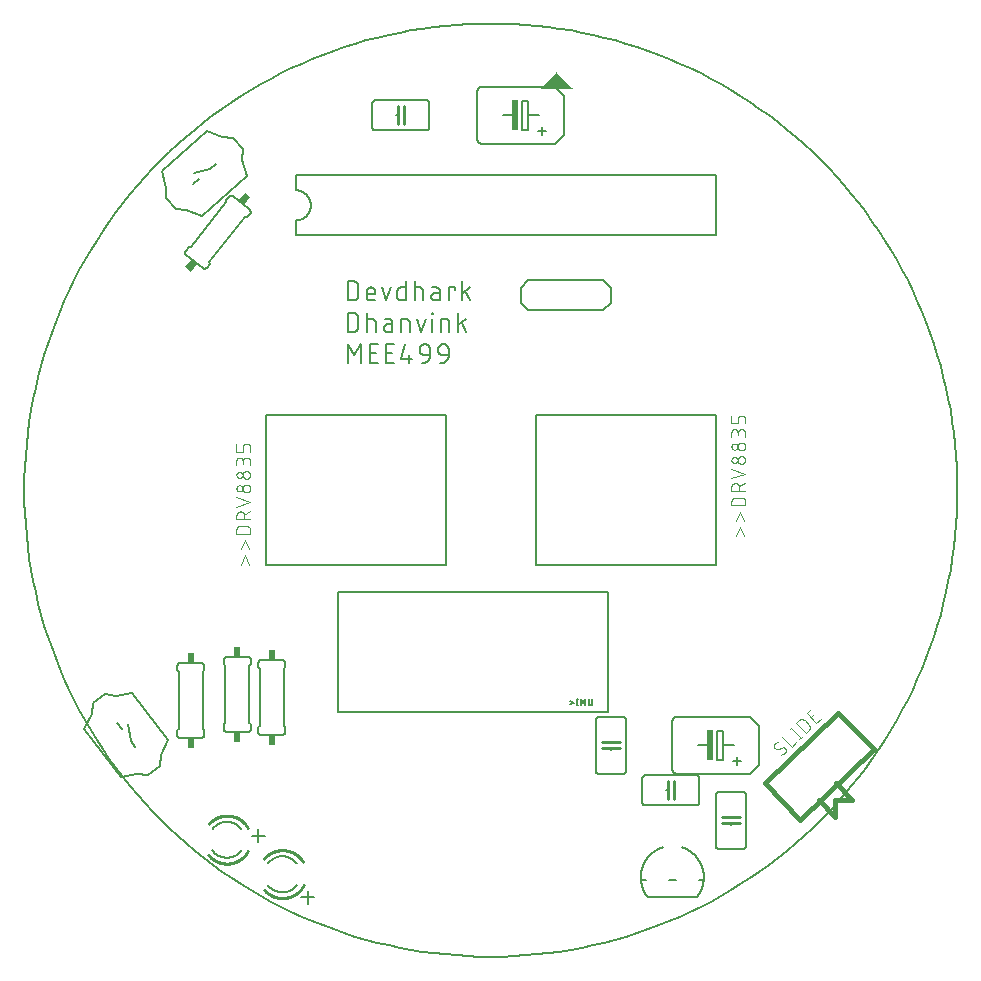
<source format=gbr>
G04 EAGLE Gerber RS-274X export*
G75*
%MOMM*%
%FSLAX34Y34*%
%LPD*%
%INSilkscreen Top*%
%IPPOS*%
%AMOC8*
5,1,8,0,0,1.08239X$1,22.5*%
G01*
%ADD10C,0.152400*%
%ADD11C,0.254000*%
%ADD12R,0.508000X2.540000*%
%ADD13R,0.609600X0.863600*%
%ADD14R,0.863600X0.609600*%
%ADD15C,0.406400*%
%ADD16C,0.101600*%
%ADD17C,0.127000*%
%ADD18C,0.203200*%

G36*
X68668Y352442D02*
X68668Y352442D01*
X68756Y352451D01*
X68777Y352461D01*
X68801Y352465D01*
X68878Y352511D01*
X68957Y352550D01*
X68974Y352567D01*
X68994Y352580D01*
X69050Y352649D01*
X69111Y352713D01*
X69120Y352735D01*
X69135Y352754D01*
X69164Y352838D01*
X69199Y352920D01*
X69200Y352944D01*
X69207Y352966D01*
X69205Y353055D01*
X69209Y353144D01*
X69201Y353167D01*
X69201Y353191D01*
X69167Y353273D01*
X69140Y353358D01*
X69124Y353379D01*
X69116Y353398D01*
X69082Y353436D01*
X69028Y353508D01*
X56328Y366208D01*
X56297Y366230D01*
X56280Y366249D01*
X56261Y366259D01*
X56227Y366291D01*
X56183Y366310D01*
X56144Y366337D01*
X56081Y366353D01*
X56020Y366379D01*
X55973Y366381D01*
X55927Y366393D01*
X55862Y366386D01*
X55796Y366389D01*
X55751Y366374D01*
X55704Y366369D01*
X55645Y366340D01*
X55582Y366320D01*
X55538Y366287D01*
X55503Y366270D01*
X55476Y366241D01*
X55468Y366236D01*
X55451Y366225D01*
X55446Y366219D01*
X55432Y366208D01*
X42732Y353508D01*
X42681Y353435D01*
X42625Y353366D01*
X42617Y353344D01*
X42603Y353324D01*
X42581Y353238D01*
X42553Y353154D01*
X42553Y353130D01*
X42548Y353107D01*
X42557Y353018D01*
X42559Y352929D01*
X42568Y352907D01*
X42571Y352884D01*
X42610Y352804D01*
X42644Y352722D01*
X42660Y352704D01*
X42670Y352683D01*
X42735Y352622D01*
X42795Y352556D01*
X42816Y352545D01*
X42833Y352529D01*
X42915Y352494D01*
X42995Y352453D01*
X43021Y352450D01*
X43040Y352441D01*
X43090Y352439D01*
X43180Y352426D01*
X68580Y352426D01*
X68668Y352442D01*
G37*
D10*
X-202438Y-279936D02*
X-191601Y-279936D01*
X-197019Y-285355D02*
X-197019Y-274518D01*
X-160528Y-332006D02*
X-149691Y-332006D01*
X-155109Y-337425D02*
X-155109Y-326588D01*
X-121158Y173482D02*
X-121158Y189738D01*
X-116642Y189738D01*
X-116511Y189736D01*
X-116379Y189730D01*
X-116248Y189721D01*
X-116118Y189707D01*
X-115987Y189690D01*
X-115858Y189669D01*
X-115729Y189645D01*
X-115601Y189616D01*
X-115473Y189584D01*
X-115347Y189548D01*
X-115222Y189509D01*
X-115097Y189466D01*
X-114975Y189419D01*
X-114853Y189369D01*
X-114733Y189315D01*
X-114615Y189258D01*
X-114499Y189197D01*
X-114384Y189133D01*
X-114271Y189066D01*
X-114160Y188995D01*
X-114052Y188921D01*
X-113945Y188844D01*
X-113841Y188764D01*
X-113739Y188681D01*
X-113640Y188596D01*
X-113543Y188507D01*
X-113449Y188415D01*
X-113357Y188321D01*
X-113268Y188224D01*
X-113183Y188125D01*
X-113100Y188023D01*
X-113020Y187919D01*
X-112943Y187812D01*
X-112869Y187704D01*
X-112798Y187593D01*
X-112731Y187480D01*
X-112667Y187365D01*
X-112606Y187249D01*
X-112549Y187131D01*
X-112495Y187011D01*
X-112445Y186889D01*
X-112398Y186767D01*
X-112355Y186642D01*
X-112316Y186517D01*
X-112280Y186391D01*
X-112248Y186263D01*
X-112219Y186135D01*
X-112195Y186006D01*
X-112174Y185877D01*
X-112157Y185746D01*
X-112143Y185616D01*
X-112134Y185485D01*
X-112128Y185353D01*
X-112126Y185222D01*
X-112127Y185222D02*
X-112127Y177998D01*
X-112126Y177998D02*
X-112128Y177867D01*
X-112134Y177735D01*
X-112143Y177604D01*
X-112157Y177474D01*
X-112174Y177343D01*
X-112195Y177214D01*
X-112219Y177085D01*
X-112248Y176957D01*
X-112280Y176829D01*
X-112316Y176703D01*
X-112355Y176578D01*
X-112398Y176453D01*
X-112445Y176331D01*
X-112495Y176209D01*
X-112549Y176089D01*
X-112606Y175971D01*
X-112667Y175855D01*
X-112731Y175740D01*
X-112798Y175627D01*
X-112869Y175516D01*
X-112943Y175408D01*
X-113020Y175301D01*
X-113100Y175197D01*
X-113183Y175095D01*
X-113268Y174996D01*
X-113357Y174899D01*
X-113449Y174805D01*
X-113543Y174713D01*
X-113640Y174624D01*
X-113739Y174539D01*
X-113841Y174456D01*
X-113945Y174376D01*
X-114052Y174299D01*
X-114160Y174225D01*
X-114271Y174154D01*
X-114384Y174087D01*
X-114499Y174023D01*
X-114615Y173962D01*
X-114733Y173905D01*
X-114853Y173851D01*
X-114975Y173801D01*
X-115097Y173754D01*
X-115222Y173711D01*
X-115347Y173672D01*
X-115473Y173636D01*
X-115601Y173604D01*
X-115729Y173575D01*
X-115858Y173551D01*
X-115987Y173530D01*
X-116118Y173513D01*
X-116248Y173499D01*
X-116379Y173490D01*
X-116511Y173484D01*
X-116642Y173482D01*
X-121158Y173482D01*
X-102435Y173482D02*
X-97920Y173482D01*
X-102435Y173482D02*
X-102536Y173484D01*
X-102637Y173490D01*
X-102738Y173499D01*
X-102839Y173512D01*
X-102939Y173529D01*
X-103038Y173550D01*
X-103136Y173574D01*
X-103233Y173602D01*
X-103330Y173634D01*
X-103425Y173669D01*
X-103518Y173708D01*
X-103610Y173750D01*
X-103701Y173796D01*
X-103790Y173845D01*
X-103876Y173897D01*
X-103961Y173953D01*
X-104044Y174011D01*
X-104124Y174073D01*
X-104202Y174138D01*
X-104278Y174205D01*
X-104351Y174275D01*
X-104421Y174348D01*
X-104488Y174424D01*
X-104553Y174502D01*
X-104615Y174582D01*
X-104673Y174665D01*
X-104729Y174750D01*
X-104781Y174837D01*
X-104830Y174925D01*
X-104876Y175016D01*
X-104918Y175108D01*
X-104957Y175201D01*
X-104992Y175296D01*
X-105024Y175393D01*
X-105052Y175490D01*
X-105076Y175588D01*
X-105097Y175687D01*
X-105114Y175787D01*
X-105127Y175888D01*
X-105136Y175989D01*
X-105142Y176090D01*
X-105144Y176191D01*
X-105145Y176191D02*
X-105145Y180707D01*
X-105144Y180707D02*
X-105142Y180826D01*
X-105136Y180946D01*
X-105126Y181065D01*
X-105112Y181183D01*
X-105095Y181302D01*
X-105073Y181419D01*
X-105048Y181536D01*
X-105018Y181651D01*
X-104985Y181766D01*
X-104948Y181880D01*
X-104908Y181992D01*
X-104863Y182103D01*
X-104815Y182212D01*
X-104764Y182320D01*
X-104709Y182426D01*
X-104650Y182530D01*
X-104588Y182632D01*
X-104523Y182732D01*
X-104454Y182830D01*
X-104382Y182926D01*
X-104307Y183019D01*
X-104230Y183109D01*
X-104149Y183197D01*
X-104065Y183282D01*
X-103978Y183364D01*
X-103889Y183444D01*
X-103797Y183520D01*
X-103703Y183594D01*
X-103606Y183664D01*
X-103508Y183731D01*
X-103407Y183795D01*
X-103303Y183855D01*
X-103198Y183912D01*
X-103091Y183965D01*
X-102983Y184015D01*
X-102873Y184061D01*
X-102761Y184103D01*
X-102648Y184142D01*
X-102534Y184177D01*
X-102419Y184208D01*
X-102302Y184236D01*
X-102185Y184259D01*
X-102068Y184279D01*
X-101949Y184295D01*
X-101830Y184307D01*
X-101711Y184315D01*
X-101592Y184319D01*
X-101472Y184319D01*
X-101353Y184315D01*
X-101234Y184307D01*
X-101115Y184295D01*
X-100996Y184279D01*
X-100879Y184259D01*
X-100762Y184236D01*
X-100645Y184208D01*
X-100530Y184177D01*
X-100416Y184142D01*
X-100303Y184103D01*
X-100191Y184061D01*
X-100081Y184015D01*
X-99973Y183965D01*
X-99866Y183912D01*
X-99761Y183855D01*
X-99657Y183795D01*
X-99556Y183731D01*
X-99458Y183664D01*
X-99361Y183594D01*
X-99267Y183520D01*
X-99175Y183444D01*
X-99086Y183364D01*
X-98999Y183282D01*
X-98915Y183197D01*
X-98834Y183109D01*
X-98757Y183019D01*
X-98682Y182926D01*
X-98610Y182830D01*
X-98541Y182732D01*
X-98476Y182632D01*
X-98414Y182530D01*
X-98355Y182426D01*
X-98300Y182320D01*
X-98249Y182212D01*
X-98201Y182103D01*
X-98156Y181992D01*
X-98116Y181880D01*
X-98079Y181766D01*
X-98046Y181651D01*
X-98016Y181536D01*
X-97991Y181419D01*
X-97969Y181302D01*
X-97952Y181183D01*
X-97938Y181065D01*
X-97928Y180946D01*
X-97922Y180826D01*
X-97920Y180707D01*
X-97920Y178901D01*
X-105145Y178901D01*
X-92119Y184319D02*
X-88506Y173482D01*
X-84894Y184319D01*
X-71941Y189738D02*
X-71941Y173482D01*
X-76457Y173482D01*
X-76558Y173484D01*
X-76659Y173490D01*
X-76760Y173499D01*
X-76861Y173512D01*
X-76961Y173529D01*
X-77060Y173550D01*
X-77158Y173574D01*
X-77255Y173602D01*
X-77352Y173634D01*
X-77447Y173669D01*
X-77540Y173708D01*
X-77632Y173750D01*
X-77723Y173796D01*
X-77812Y173845D01*
X-77898Y173897D01*
X-77983Y173953D01*
X-78066Y174011D01*
X-78146Y174073D01*
X-78224Y174138D01*
X-78300Y174205D01*
X-78373Y174275D01*
X-78443Y174348D01*
X-78510Y174424D01*
X-78575Y174502D01*
X-78637Y174582D01*
X-78695Y174665D01*
X-78751Y174750D01*
X-78803Y174837D01*
X-78852Y174925D01*
X-78898Y175016D01*
X-78940Y175108D01*
X-78979Y175201D01*
X-79014Y175296D01*
X-79046Y175393D01*
X-79074Y175490D01*
X-79098Y175588D01*
X-79119Y175687D01*
X-79136Y175787D01*
X-79149Y175888D01*
X-79158Y175989D01*
X-79164Y176090D01*
X-79166Y176191D01*
X-79166Y181610D01*
X-79164Y181711D01*
X-79158Y181812D01*
X-79149Y181913D01*
X-79136Y182014D01*
X-79119Y182114D01*
X-79098Y182213D01*
X-79074Y182311D01*
X-79046Y182408D01*
X-79014Y182505D01*
X-78979Y182600D01*
X-78940Y182693D01*
X-78898Y182785D01*
X-78852Y182876D01*
X-78803Y182965D01*
X-78751Y183051D01*
X-78695Y183136D01*
X-78637Y183219D01*
X-78575Y183299D01*
X-78510Y183377D01*
X-78443Y183453D01*
X-78373Y183526D01*
X-78300Y183596D01*
X-78224Y183663D01*
X-78146Y183728D01*
X-78066Y183790D01*
X-77983Y183848D01*
X-77898Y183904D01*
X-77812Y183956D01*
X-77723Y184005D01*
X-77632Y184051D01*
X-77540Y184093D01*
X-77447Y184132D01*
X-77352Y184167D01*
X-77255Y184199D01*
X-77158Y184227D01*
X-77060Y184251D01*
X-76961Y184272D01*
X-76861Y184289D01*
X-76760Y184302D01*
X-76659Y184311D01*
X-76558Y184317D01*
X-76457Y184319D01*
X-71941Y184319D01*
X-64504Y189738D02*
X-64504Y173482D01*
X-64504Y184319D02*
X-59988Y184319D01*
X-59884Y184317D01*
X-59781Y184311D01*
X-59677Y184301D01*
X-59574Y184287D01*
X-59472Y184269D01*
X-59371Y184248D01*
X-59270Y184222D01*
X-59171Y184193D01*
X-59072Y184160D01*
X-58975Y184123D01*
X-58880Y184082D01*
X-58786Y184038D01*
X-58694Y183990D01*
X-58604Y183939D01*
X-58515Y183884D01*
X-58429Y183826D01*
X-58346Y183764D01*
X-58264Y183700D01*
X-58186Y183632D01*
X-58110Y183562D01*
X-58036Y183489D01*
X-57966Y183412D01*
X-57898Y183334D01*
X-57834Y183252D01*
X-57772Y183169D01*
X-57714Y183083D01*
X-57659Y182994D01*
X-57608Y182904D01*
X-57560Y182812D01*
X-57516Y182718D01*
X-57475Y182623D01*
X-57438Y182526D01*
X-57405Y182427D01*
X-57376Y182328D01*
X-57350Y182227D01*
X-57329Y182126D01*
X-57311Y182024D01*
X-57297Y181921D01*
X-57287Y181817D01*
X-57281Y181714D01*
X-57279Y181610D01*
X-57279Y173482D01*
X-47348Y179804D02*
X-43284Y179804D01*
X-47348Y179804D02*
X-47460Y179802D01*
X-47571Y179796D01*
X-47682Y179786D01*
X-47793Y179773D01*
X-47903Y179755D01*
X-48012Y179733D01*
X-48121Y179708D01*
X-48229Y179679D01*
X-48335Y179646D01*
X-48441Y179609D01*
X-48545Y179569D01*
X-48647Y179525D01*
X-48748Y179477D01*
X-48847Y179426D01*
X-48945Y179371D01*
X-49040Y179313D01*
X-49133Y179252D01*
X-49224Y179187D01*
X-49313Y179119D01*
X-49399Y179048D01*
X-49482Y178975D01*
X-49563Y178898D01*
X-49642Y178818D01*
X-49717Y178736D01*
X-49789Y178651D01*
X-49859Y178564D01*
X-49925Y178474D01*
X-49988Y178382D01*
X-50048Y178287D01*
X-50104Y178191D01*
X-50157Y178093D01*
X-50206Y177993D01*
X-50252Y177891D01*
X-50294Y177788D01*
X-50333Y177683D01*
X-50368Y177577D01*
X-50399Y177470D01*
X-50426Y177362D01*
X-50450Y177253D01*
X-50469Y177143D01*
X-50485Y177033D01*
X-50497Y176922D01*
X-50505Y176810D01*
X-50509Y176699D01*
X-50509Y176587D01*
X-50505Y176476D01*
X-50497Y176364D01*
X-50485Y176253D01*
X-50469Y176143D01*
X-50450Y176033D01*
X-50426Y175924D01*
X-50399Y175816D01*
X-50368Y175709D01*
X-50333Y175603D01*
X-50294Y175498D01*
X-50252Y175395D01*
X-50206Y175293D01*
X-50157Y175193D01*
X-50104Y175095D01*
X-50048Y174999D01*
X-49988Y174904D01*
X-49925Y174812D01*
X-49859Y174722D01*
X-49789Y174635D01*
X-49717Y174550D01*
X-49642Y174468D01*
X-49563Y174388D01*
X-49482Y174311D01*
X-49399Y174238D01*
X-49313Y174167D01*
X-49224Y174099D01*
X-49133Y174034D01*
X-49040Y173973D01*
X-48945Y173915D01*
X-48847Y173860D01*
X-48748Y173809D01*
X-48647Y173761D01*
X-48545Y173717D01*
X-48441Y173677D01*
X-48335Y173640D01*
X-48229Y173607D01*
X-48121Y173578D01*
X-48012Y173553D01*
X-47903Y173531D01*
X-47793Y173513D01*
X-47682Y173500D01*
X-47571Y173490D01*
X-47460Y173484D01*
X-47348Y173482D01*
X-43284Y173482D01*
X-43284Y181610D01*
X-43286Y181711D01*
X-43292Y181812D01*
X-43301Y181913D01*
X-43314Y182014D01*
X-43331Y182114D01*
X-43352Y182213D01*
X-43376Y182311D01*
X-43404Y182408D01*
X-43436Y182505D01*
X-43471Y182600D01*
X-43510Y182693D01*
X-43552Y182785D01*
X-43598Y182876D01*
X-43647Y182965D01*
X-43699Y183051D01*
X-43755Y183136D01*
X-43813Y183219D01*
X-43875Y183299D01*
X-43940Y183377D01*
X-44007Y183453D01*
X-44077Y183526D01*
X-44150Y183596D01*
X-44226Y183663D01*
X-44304Y183728D01*
X-44384Y183790D01*
X-44467Y183848D01*
X-44552Y183904D01*
X-44639Y183956D01*
X-44727Y184005D01*
X-44818Y184051D01*
X-44910Y184093D01*
X-45003Y184132D01*
X-45098Y184167D01*
X-45195Y184199D01*
X-45292Y184227D01*
X-45390Y184251D01*
X-45489Y184272D01*
X-45589Y184289D01*
X-45690Y184302D01*
X-45791Y184311D01*
X-45892Y184317D01*
X-45993Y184319D01*
X-49606Y184319D01*
X-35761Y184319D02*
X-35761Y173482D01*
X-35761Y184319D02*
X-30343Y184319D01*
X-30343Y182513D01*
X-24736Y189738D02*
X-24736Y173482D01*
X-24736Y178901D02*
X-17511Y184319D01*
X-21575Y181158D02*
X-17511Y173482D01*
X-121158Y163068D02*
X-121158Y146812D01*
X-121158Y163068D02*
X-116642Y163068D01*
X-116511Y163066D01*
X-116379Y163060D01*
X-116248Y163051D01*
X-116118Y163037D01*
X-115987Y163020D01*
X-115858Y162999D01*
X-115729Y162975D01*
X-115601Y162946D01*
X-115473Y162914D01*
X-115347Y162878D01*
X-115222Y162839D01*
X-115097Y162796D01*
X-114975Y162749D01*
X-114853Y162699D01*
X-114733Y162645D01*
X-114615Y162588D01*
X-114499Y162527D01*
X-114384Y162463D01*
X-114271Y162396D01*
X-114160Y162325D01*
X-114052Y162251D01*
X-113945Y162174D01*
X-113841Y162094D01*
X-113739Y162011D01*
X-113640Y161926D01*
X-113543Y161837D01*
X-113449Y161745D01*
X-113357Y161651D01*
X-113268Y161554D01*
X-113183Y161455D01*
X-113100Y161353D01*
X-113020Y161249D01*
X-112943Y161142D01*
X-112869Y161034D01*
X-112798Y160923D01*
X-112731Y160810D01*
X-112667Y160695D01*
X-112606Y160579D01*
X-112549Y160461D01*
X-112495Y160341D01*
X-112445Y160219D01*
X-112398Y160097D01*
X-112355Y159972D01*
X-112316Y159847D01*
X-112280Y159721D01*
X-112248Y159593D01*
X-112219Y159465D01*
X-112195Y159336D01*
X-112174Y159207D01*
X-112157Y159076D01*
X-112143Y158946D01*
X-112134Y158815D01*
X-112128Y158683D01*
X-112126Y158552D01*
X-112127Y158552D02*
X-112127Y151328D01*
X-112126Y151328D02*
X-112128Y151197D01*
X-112134Y151065D01*
X-112143Y150934D01*
X-112157Y150804D01*
X-112174Y150673D01*
X-112195Y150544D01*
X-112219Y150415D01*
X-112248Y150287D01*
X-112280Y150159D01*
X-112316Y150033D01*
X-112355Y149908D01*
X-112398Y149783D01*
X-112445Y149661D01*
X-112495Y149539D01*
X-112549Y149419D01*
X-112606Y149301D01*
X-112667Y149185D01*
X-112731Y149070D01*
X-112798Y148957D01*
X-112869Y148846D01*
X-112943Y148738D01*
X-113020Y148631D01*
X-113100Y148527D01*
X-113183Y148425D01*
X-113268Y148326D01*
X-113357Y148229D01*
X-113449Y148135D01*
X-113543Y148043D01*
X-113640Y147954D01*
X-113739Y147869D01*
X-113841Y147786D01*
X-113945Y147706D01*
X-114052Y147629D01*
X-114160Y147555D01*
X-114271Y147484D01*
X-114384Y147417D01*
X-114499Y147353D01*
X-114615Y147292D01*
X-114733Y147235D01*
X-114853Y147181D01*
X-114975Y147131D01*
X-115097Y147084D01*
X-115222Y147041D01*
X-115347Y147002D01*
X-115473Y146966D01*
X-115601Y146934D01*
X-115729Y146905D01*
X-115858Y146881D01*
X-115987Y146860D01*
X-116118Y146843D01*
X-116248Y146829D01*
X-116379Y146820D01*
X-116511Y146814D01*
X-116642Y146812D01*
X-121158Y146812D01*
X-104624Y146812D02*
X-104624Y163068D01*
X-104624Y157649D02*
X-100108Y157649D01*
X-100004Y157647D01*
X-99901Y157641D01*
X-99797Y157631D01*
X-99694Y157617D01*
X-99592Y157599D01*
X-99491Y157578D01*
X-99390Y157552D01*
X-99291Y157523D01*
X-99192Y157490D01*
X-99095Y157453D01*
X-99000Y157412D01*
X-98906Y157368D01*
X-98814Y157320D01*
X-98724Y157269D01*
X-98635Y157214D01*
X-98549Y157156D01*
X-98466Y157094D01*
X-98384Y157030D01*
X-98306Y156962D01*
X-98230Y156892D01*
X-98156Y156819D01*
X-98086Y156742D01*
X-98018Y156664D01*
X-97954Y156582D01*
X-97892Y156499D01*
X-97834Y156413D01*
X-97779Y156324D01*
X-97728Y156234D01*
X-97680Y156142D01*
X-97636Y156048D01*
X-97595Y155953D01*
X-97558Y155856D01*
X-97525Y155757D01*
X-97496Y155658D01*
X-97470Y155557D01*
X-97449Y155456D01*
X-97431Y155354D01*
X-97417Y155251D01*
X-97407Y155147D01*
X-97401Y155044D01*
X-97399Y154940D01*
X-97399Y146812D01*
X-87468Y153134D02*
X-83404Y153134D01*
X-87468Y153134D02*
X-87580Y153132D01*
X-87691Y153126D01*
X-87802Y153116D01*
X-87913Y153103D01*
X-88023Y153085D01*
X-88132Y153063D01*
X-88241Y153038D01*
X-88349Y153009D01*
X-88455Y152976D01*
X-88561Y152939D01*
X-88665Y152899D01*
X-88767Y152855D01*
X-88868Y152807D01*
X-88967Y152756D01*
X-89065Y152701D01*
X-89160Y152643D01*
X-89253Y152582D01*
X-89344Y152517D01*
X-89433Y152449D01*
X-89519Y152378D01*
X-89602Y152305D01*
X-89683Y152228D01*
X-89762Y152148D01*
X-89837Y152066D01*
X-89909Y151981D01*
X-89979Y151894D01*
X-90045Y151804D01*
X-90108Y151712D01*
X-90168Y151617D01*
X-90224Y151521D01*
X-90277Y151423D01*
X-90326Y151323D01*
X-90372Y151221D01*
X-90414Y151118D01*
X-90453Y151013D01*
X-90488Y150907D01*
X-90519Y150800D01*
X-90546Y150692D01*
X-90570Y150583D01*
X-90589Y150473D01*
X-90605Y150363D01*
X-90617Y150252D01*
X-90625Y150140D01*
X-90629Y150029D01*
X-90629Y149917D01*
X-90625Y149806D01*
X-90617Y149694D01*
X-90605Y149583D01*
X-90589Y149473D01*
X-90570Y149363D01*
X-90546Y149254D01*
X-90519Y149146D01*
X-90488Y149039D01*
X-90453Y148933D01*
X-90414Y148828D01*
X-90372Y148725D01*
X-90326Y148623D01*
X-90277Y148523D01*
X-90224Y148425D01*
X-90168Y148329D01*
X-90108Y148234D01*
X-90045Y148142D01*
X-89979Y148052D01*
X-89909Y147965D01*
X-89837Y147880D01*
X-89762Y147798D01*
X-89683Y147718D01*
X-89602Y147641D01*
X-89519Y147568D01*
X-89433Y147497D01*
X-89344Y147429D01*
X-89253Y147364D01*
X-89160Y147303D01*
X-89065Y147245D01*
X-88967Y147190D01*
X-88868Y147139D01*
X-88767Y147091D01*
X-88665Y147047D01*
X-88561Y147007D01*
X-88455Y146970D01*
X-88349Y146937D01*
X-88241Y146908D01*
X-88132Y146883D01*
X-88023Y146861D01*
X-87913Y146843D01*
X-87802Y146830D01*
X-87691Y146820D01*
X-87580Y146814D01*
X-87468Y146812D01*
X-83404Y146812D01*
X-83404Y154940D01*
X-83406Y155041D01*
X-83412Y155142D01*
X-83421Y155243D01*
X-83434Y155344D01*
X-83451Y155444D01*
X-83472Y155543D01*
X-83496Y155641D01*
X-83524Y155738D01*
X-83556Y155835D01*
X-83591Y155930D01*
X-83630Y156023D01*
X-83672Y156115D01*
X-83718Y156206D01*
X-83767Y156295D01*
X-83819Y156381D01*
X-83875Y156466D01*
X-83933Y156549D01*
X-83995Y156629D01*
X-84060Y156707D01*
X-84127Y156783D01*
X-84197Y156856D01*
X-84270Y156926D01*
X-84346Y156993D01*
X-84424Y157058D01*
X-84504Y157120D01*
X-84587Y157178D01*
X-84672Y157234D01*
X-84759Y157286D01*
X-84847Y157335D01*
X-84938Y157381D01*
X-85030Y157423D01*
X-85123Y157462D01*
X-85218Y157497D01*
X-85315Y157529D01*
X-85412Y157557D01*
X-85510Y157581D01*
X-85609Y157602D01*
X-85709Y157619D01*
X-85810Y157632D01*
X-85911Y157641D01*
X-86012Y157647D01*
X-86113Y157649D01*
X-89726Y157649D01*
X-75966Y157649D02*
X-75966Y146812D01*
X-75966Y157649D02*
X-71451Y157649D01*
X-71347Y157647D01*
X-71244Y157641D01*
X-71140Y157631D01*
X-71037Y157617D01*
X-70935Y157599D01*
X-70834Y157578D01*
X-70733Y157552D01*
X-70634Y157523D01*
X-70535Y157490D01*
X-70438Y157453D01*
X-70343Y157412D01*
X-70249Y157368D01*
X-70157Y157320D01*
X-70067Y157269D01*
X-69978Y157214D01*
X-69892Y157156D01*
X-69809Y157094D01*
X-69727Y157030D01*
X-69649Y156962D01*
X-69573Y156892D01*
X-69499Y156819D01*
X-69429Y156742D01*
X-69361Y156664D01*
X-69297Y156582D01*
X-69235Y156499D01*
X-69177Y156413D01*
X-69122Y156324D01*
X-69071Y156234D01*
X-69023Y156142D01*
X-68979Y156048D01*
X-68938Y155953D01*
X-68901Y155856D01*
X-68868Y155757D01*
X-68839Y155658D01*
X-68813Y155557D01*
X-68792Y155456D01*
X-68774Y155354D01*
X-68760Y155251D01*
X-68750Y155147D01*
X-68744Y155044D01*
X-68742Y154940D01*
X-68742Y146812D01*
X-58807Y146812D02*
X-62419Y157649D01*
X-55195Y157649D02*
X-58807Y146812D01*
X-49428Y146812D02*
X-49428Y157649D01*
X-49880Y162165D02*
X-49880Y163068D01*
X-48977Y163068D01*
X-48977Y162165D01*
X-49880Y162165D01*
X-42620Y157649D02*
X-42620Y146812D01*
X-42620Y157649D02*
X-38104Y157649D01*
X-38000Y157647D01*
X-37897Y157641D01*
X-37793Y157631D01*
X-37690Y157617D01*
X-37588Y157599D01*
X-37487Y157578D01*
X-37386Y157552D01*
X-37287Y157523D01*
X-37188Y157490D01*
X-37091Y157453D01*
X-36996Y157412D01*
X-36902Y157368D01*
X-36810Y157320D01*
X-36720Y157269D01*
X-36631Y157214D01*
X-36545Y157156D01*
X-36462Y157094D01*
X-36380Y157030D01*
X-36302Y156962D01*
X-36226Y156892D01*
X-36152Y156819D01*
X-36082Y156742D01*
X-36014Y156664D01*
X-35950Y156582D01*
X-35888Y156499D01*
X-35830Y156413D01*
X-35775Y156324D01*
X-35724Y156234D01*
X-35676Y156142D01*
X-35632Y156048D01*
X-35591Y155953D01*
X-35554Y155856D01*
X-35521Y155757D01*
X-35492Y155658D01*
X-35466Y155557D01*
X-35445Y155456D01*
X-35427Y155354D01*
X-35413Y155251D01*
X-35403Y155147D01*
X-35397Y155044D01*
X-35395Y154940D01*
X-35395Y146812D01*
X-27862Y146812D02*
X-27862Y163068D01*
X-20637Y157649D02*
X-27862Y152231D01*
X-24701Y154488D02*
X-20637Y146812D01*
X-121158Y136398D02*
X-121158Y120142D01*
X-115739Y127367D02*
X-121158Y136398D01*
X-115739Y127367D02*
X-110321Y136398D01*
X-110321Y120142D01*
X-102510Y120142D02*
X-95285Y120142D01*
X-102510Y120142D02*
X-102510Y136398D01*
X-95285Y136398D01*
X-97091Y129173D02*
X-102510Y129173D01*
X-88963Y120142D02*
X-81738Y120142D01*
X-88963Y120142D02*
X-88963Y136398D01*
X-81738Y136398D01*
X-83544Y129173D02*
X-88963Y129173D01*
X-75966Y123754D02*
X-72354Y136398D01*
X-75966Y123754D02*
X-66935Y123754D01*
X-69645Y120142D02*
X-69645Y127367D01*
X-56723Y127367D02*
X-51304Y127367D01*
X-56723Y127367D02*
X-56841Y127369D01*
X-56959Y127375D01*
X-57077Y127384D01*
X-57194Y127398D01*
X-57311Y127415D01*
X-57428Y127436D01*
X-57543Y127461D01*
X-57658Y127490D01*
X-57772Y127523D01*
X-57884Y127559D01*
X-57995Y127599D01*
X-58105Y127642D01*
X-58214Y127689D01*
X-58321Y127739D01*
X-58426Y127794D01*
X-58529Y127851D01*
X-58630Y127912D01*
X-58730Y127976D01*
X-58827Y128043D01*
X-58922Y128113D01*
X-59014Y128187D01*
X-59105Y128263D01*
X-59192Y128343D01*
X-59277Y128425D01*
X-59359Y128510D01*
X-59439Y128597D01*
X-59515Y128688D01*
X-59589Y128780D01*
X-59659Y128875D01*
X-59726Y128972D01*
X-59790Y129072D01*
X-59851Y129173D01*
X-59908Y129276D01*
X-59963Y129381D01*
X-60013Y129488D01*
X-60060Y129597D01*
X-60103Y129707D01*
X-60143Y129818D01*
X-60179Y129930D01*
X-60212Y130044D01*
X-60241Y130159D01*
X-60266Y130274D01*
X-60287Y130391D01*
X-60304Y130508D01*
X-60318Y130625D01*
X-60327Y130743D01*
X-60333Y130861D01*
X-60335Y130979D01*
X-60335Y131882D01*
X-60336Y131882D02*
X-60334Y132015D01*
X-60328Y132147D01*
X-60318Y132279D01*
X-60305Y132411D01*
X-60287Y132543D01*
X-60266Y132673D01*
X-60241Y132804D01*
X-60212Y132933D01*
X-60179Y133061D01*
X-60143Y133189D01*
X-60103Y133315D01*
X-60059Y133440D01*
X-60011Y133564D01*
X-59960Y133686D01*
X-59905Y133807D01*
X-59847Y133926D01*
X-59785Y134044D01*
X-59720Y134159D01*
X-59651Y134273D01*
X-59580Y134384D01*
X-59504Y134493D01*
X-59426Y134600D01*
X-59345Y134705D01*
X-59260Y134807D01*
X-59173Y134907D01*
X-59083Y135004D01*
X-58990Y135099D01*
X-58894Y135190D01*
X-58796Y135279D01*
X-58695Y135365D01*
X-58591Y135448D01*
X-58485Y135528D01*
X-58377Y135604D01*
X-58267Y135678D01*
X-58154Y135748D01*
X-58040Y135815D01*
X-57923Y135878D01*
X-57805Y135938D01*
X-57685Y135995D01*
X-57563Y136048D01*
X-57440Y136097D01*
X-57316Y136143D01*
X-57190Y136185D01*
X-57063Y136223D01*
X-56935Y136258D01*
X-56806Y136289D01*
X-56677Y136316D01*
X-56546Y136339D01*
X-56415Y136359D01*
X-56283Y136374D01*
X-56151Y136386D01*
X-56019Y136394D01*
X-55886Y136398D01*
X-55754Y136398D01*
X-55621Y136394D01*
X-55489Y136386D01*
X-55357Y136374D01*
X-55225Y136359D01*
X-55094Y136339D01*
X-54963Y136316D01*
X-54834Y136289D01*
X-54705Y136258D01*
X-54577Y136223D01*
X-54450Y136185D01*
X-54324Y136143D01*
X-54200Y136097D01*
X-54077Y136048D01*
X-53955Y135995D01*
X-53835Y135938D01*
X-53717Y135878D01*
X-53600Y135815D01*
X-53486Y135748D01*
X-53373Y135678D01*
X-53263Y135604D01*
X-53155Y135528D01*
X-53049Y135448D01*
X-52945Y135365D01*
X-52844Y135279D01*
X-52746Y135190D01*
X-52650Y135099D01*
X-52557Y135004D01*
X-52467Y134907D01*
X-52380Y134807D01*
X-52295Y134705D01*
X-52214Y134600D01*
X-52136Y134493D01*
X-52060Y134384D01*
X-51989Y134273D01*
X-51920Y134159D01*
X-51855Y134044D01*
X-51793Y133926D01*
X-51735Y133807D01*
X-51680Y133686D01*
X-51629Y133564D01*
X-51581Y133440D01*
X-51537Y133315D01*
X-51497Y133189D01*
X-51461Y133061D01*
X-51428Y132933D01*
X-51399Y132804D01*
X-51374Y132673D01*
X-51353Y132543D01*
X-51335Y132411D01*
X-51322Y132279D01*
X-51312Y132147D01*
X-51306Y132015D01*
X-51304Y131882D01*
X-51304Y127367D01*
X-51306Y127192D01*
X-51312Y127018D01*
X-51323Y126844D01*
X-51338Y126670D01*
X-51357Y126496D01*
X-51380Y126323D01*
X-51407Y126151D01*
X-51439Y125979D01*
X-51474Y125808D01*
X-51514Y125638D01*
X-51558Y125469D01*
X-51606Y125301D01*
X-51658Y125134D01*
X-51714Y124969D01*
X-51774Y124805D01*
X-51837Y124642D01*
X-51905Y124482D01*
X-51977Y124322D01*
X-52052Y124165D01*
X-52132Y124009D01*
X-52215Y123856D01*
X-52301Y123704D01*
X-52392Y123555D01*
X-52486Y123408D01*
X-52583Y123263D01*
X-52684Y123120D01*
X-52788Y122980D01*
X-52896Y122843D01*
X-53007Y122708D01*
X-53121Y122576D01*
X-53238Y122447D01*
X-53359Y122320D01*
X-53482Y122197D01*
X-53609Y122076D01*
X-53738Y121959D01*
X-53870Y121845D01*
X-54005Y121734D01*
X-54142Y121626D01*
X-54282Y121522D01*
X-54425Y121421D01*
X-54570Y121324D01*
X-54717Y121230D01*
X-54866Y121139D01*
X-55018Y121053D01*
X-55171Y120970D01*
X-55327Y120890D01*
X-55484Y120815D01*
X-55644Y120743D01*
X-55804Y120675D01*
X-55967Y120612D01*
X-56131Y120552D01*
X-56296Y120496D01*
X-56463Y120444D01*
X-56631Y120396D01*
X-56800Y120352D01*
X-56970Y120312D01*
X-57141Y120277D01*
X-57313Y120245D01*
X-57485Y120218D01*
X-57658Y120195D01*
X-57832Y120176D01*
X-58006Y120161D01*
X-58180Y120150D01*
X-58354Y120144D01*
X-58529Y120142D01*
X-41092Y127367D02*
X-35673Y127367D01*
X-41092Y127367D02*
X-41210Y127369D01*
X-41328Y127375D01*
X-41446Y127384D01*
X-41563Y127398D01*
X-41680Y127415D01*
X-41797Y127436D01*
X-41912Y127461D01*
X-42027Y127490D01*
X-42141Y127523D01*
X-42253Y127559D01*
X-42364Y127599D01*
X-42474Y127642D01*
X-42583Y127689D01*
X-42690Y127739D01*
X-42795Y127794D01*
X-42898Y127851D01*
X-42999Y127912D01*
X-43099Y127976D01*
X-43196Y128043D01*
X-43291Y128113D01*
X-43383Y128187D01*
X-43474Y128263D01*
X-43561Y128343D01*
X-43646Y128425D01*
X-43728Y128510D01*
X-43808Y128597D01*
X-43884Y128688D01*
X-43958Y128780D01*
X-44028Y128875D01*
X-44095Y128972D01*
X-44159Y129072D01*
X-44220Y129173D01*
X-44277Y129276D01*
X-44332Y129381D01*
X-44382Y129488D01*
X-44429Y129597D01*
X-44472Y129707D01*
X-44512Y129818D01*
X-44548Y129930D01*
X-44581Y130044D01*
X-44610Y130159D01*
X-44635Y130274D01*
X-44656Y130391D01*
X-44673Y130508D01*
X-44687Y130625D01*
X-44696Y130743D01*
X-44702Y130861D01*
X-44704Y130979D01*
X-44704Y131882D01*
X-44702Y132015D01*
X-44696Y132147D01*
X-44686Y132279D01*
X-44673Y132411D01*
X-44655Y132543D01*
X-44634Y132673D01*
X-44609Y132804D01*
X-44580Y132933D01*
X-44547Y133061D01*
X-44511Y133189D01*
X-44471Y133315D01*
X-44427Y133440D01*
X-44379Y133564D01*
X-44328Y133686D01*
X-44273Y133807D01*
X-44215Y133926D01*
X-44153Y134044D01*
X-44088Y134159D01*
X-44019Y134273D01*
X-43948Y134384D01*
X-43872Y134493D01*
X-43794Y134600D01*
X-43713Y134705D01*
X-43628Y134807D01*
X-43541Y134907D01*
X-43451Y135004D01*
X-43358Y135099D01*
X-43262Y135190D01*
X-43164Y135279D01*
X-43063Y135365D01*
X-42959Y135448D01*
X-42853Y135528D01*
X-42745Y135604D01*
X-42635Y135678D01*
X-42522Y135748D01*
X-42408Y135815D01*
X-42291Y135878D01*
X-42173Y135938D01*
X-42053Y135995D01*
X-41931Y136048D01*
X-41808Y136097D01*
X-41684Y136143D01*
X-41558Y136185D01*
X-41431Y136223D01*
X-41303Y136258D01*
X-41174Y136289D01*
X-41045Y136316D01*
X-40914Y136339D01*
X-40783Y136359D01*
X-40651Y136374D01*
X-40519Y136386D01*
X-40387Y136394D01*
X-40254Y136398D01*
X-40122Y136398D01*
X-39989Y136394D01*
X-39857Y136386D01*
X-39725Y136374D01*
X-39593Y136359D01*
X-39462Y136339D01*
X-39331Y136316D01*
X-39202Y136289D01*
X-39073Y136258D01*
X-38945Y136223D01*
X-38818Y136185D01*
X-38692Y136143D01*
X-38568Y136097D01*
X-38445Y136048D01*
X-38323Y135995D01*
X-38203Y135938D01*
X-38085Y135878D01*
X-37968Y135815D01*
X-37854Y135748D01*
X-37741Y135678D01*
X-37631Y135604D01*
X-37523Y135528D01*
X-37417Y135448D01*
X-37313Y135365D01*
X-37212Y135279D01*
X-37114Y135190D01*
X-37018Y135099D01*
X-36925Y135004D01*
X-36835Y134907D01*
X-36748Y134807D01*
X-36663Y134705D01*
X-36582Y134600D01*
X-36504Y134493D01*
X-36428Y134384D01*
X-36357Y134273D01*
X-36288Y134159D01*
X-36223Y134044D01*
X-36161Y133926D01*
X-36103Y133807D01*
X-36048Y133686D01*
X-35997Y133564D01*
X-35949Y133440D01*
X-35905Y133315D01*
X-35865Y133189D01*
X-35829Y133061D01*
X-35796Y132933D01*
X-35767Y132804D01*
X-35742Y132673D01*
X-35721Y132543D01*
X-35703Y132411D01*
X-35690Y132279D01*
X-35680Y132147D01*
X-35674Y132015D01*
X-35672Y131882D01*
X-35673Y131882D02*
X-35673Y127367D01*
X-35675Y127192D01*
X-35681Y127018D01*
X-35692Y126844D01*
X-35707Y126670D01*
X-35726Y126496D01*
X-35749Y126323D01*
X-35776Y126151D01*
X-35808Y125979D01*
X-35843Y125808D01*
X-35883Y125638D01*
X-35927Y125469D01*
X-35975Y125301D01*
X-36027Y125134D01*
X-36083Y124969D01*
X-36143Y124805D01*
X-36206Y124642D01*
X-36274Y124482D01*
X-36346Y124322D01*
X-36421Y124165D01*
X-36501Y124009D01*
X-36584Y123856D01*
X-36670Y123704D01*
X-36761Y123555D01*
X-36855Y123408D01*
X-36952Y123263D01*
X-37053Y123120D01*
X-37157Y122980D01*
X-37265Y122843D01*
X-37376Y122708D01*
X-37490Y122576D01*
X-37607Y122447D01*
X-37728Y122320D01*
X-37851Y122197D01*
X-37978Y122076D01*
X-38107Y121959D01*
X-38239Y121845D01*
X-38374Y121734D01*
X-38511Y121626D01*
X-38651Y121522D01*
X-38794Y121421D01*
X-38939Y121324D01*
X-39086Y121230D01*
X-39235Y121139D01*
X-39387Y121053D01*
X-39540Y120970D01*
X-39696Y120890D01*
X-39853Y120815D01*
X-40013Y120743D01*
X-40173Y120675D01*
X-40336Y120612D01*
X-40500Y120552D01*
X-40665Y120496D01*
X-40832Y120444D01*
X-41000Y120396D01*
X-41169Y120352D01*
X-41339Y120312D01*
X-41510Y120277D01*
X-41682Y120245D01*
X-41854Y120218D01*
X-42027Y120195D01*
X-42201Y120176D01*
X-42375Y120161D01*
X-42549Y120150D01*
X-42723Y120144D01*
X-42898Y120142D01*
X-395021Y12700D02*
X-394902Y22394D01*
X-394545Y32083D01*
X-393951Y41760D01*
X-393119Y51419D01*
X-392050Y61055D01*
X-390745Y70662D01*
X-389205Y80234D01*
X-387431Y89765D01*
X-385423Y99250D01*
X-383183Y108682D01*
X-380712Y118057D01*
X-378012Y127369D01*
X-375084Y136611D01*
X-371930Y145779D01*
X-368552Y154866D01*
X-364952Y163868D01*
X-361132Y172779D01*
X-357095Y181593D01*
X-352842Y190306D01*
X-348377Y198912D01*
X-343703Y207405D01*
X-338821Y215781D01*
X-333735Y224035D01*
X-328448Y232162D01*
X-322963Y240156D01*
X-317284Y248014D01*
X-311413Y255729D01*
X-305355Y263299D01*
X-299113Y270717D01*
X-292691Y277980D01*
X-286093Y285083D01*
X-279322Y292022D01*
X-272383Y298793D01*
X-265280Y305391D01*
X-258017Y311813D01*
X-250599Y318055D01*
X-243029Y324113D01*
X-235314Y329984D01*
X-227456Y335663D01*
X-219462Y341148D01*
X-211335Y346435D01*
X-203081Y351521D01*
X-194705Y356403D01*
X-186212Y361077D01*
X-177606Y365542D01*
X-168893Y369795D01*
X-160079Y373832D01*
X-151168Y377652D01*
X-142166Y381252D01*
X-133079Y384630D01*
X-123911Y387784D01*
X-114669Y390712D01*
X-105357Y393412D01*
X-95982Y395883D01*
X-86550Y398123D01*
X-77065Y400131D01*
X-67534Y401905D01*
X-57962Y403445D01*
X-48355Y404750D01*
X-38719Y405819D01*
X-29060Y406651D01*
X-19383Y407245D01*
X-9694Y407602D01*
X0Y407721D01*
X9694Y407602D01*
X19383Y407245D01*
X29060Y406651D01*
X38719Y405819D01*
X48355Y404750D01*
X57962Y403445D01*
X67534Y401905D01*
X77065Y400131D01*
X86550Y398123D01*
X95982Y395883D01*
X105357Y393412D01*
X114669Y390712D01*
X123911Y387784D01*
X133079Y384630D01*
X142166Y381252D01*
X151168Y377652D01*
X160079Y373832D01*
X168893Y369795D01*
X177606Y365542D01*
X186212Y361077D01*
X194705Y356403D01*
X203081Y351521D01*
X211335Y346435D01*
X219462Y341148D01*
X227456Y335663D01*
X235314Y329984D01*
X243029Y324113D01*
X250599Y318055D01*
X258017Y311813D01*
X265280Y305391D01*
X272383Y298793D01*
X279322Y292022D01*
X286093Y285083D01*
X292691Y277980D01*
X299113Y270717D01*
X305355Y263299D01*
X311413Y255729D01*
X317284Y248014D01*
X322963Y240156D01*
X328448Y232162D01*
X333735Y224035D01*
X338821Y215781D01*
X343703Y207405D01*
X348377Y198912D01*
X352842Y190306D01*
X357095Y181593D01*
X361132Y172779D01*
X364952Y163868D01*
X368552Y154866D01*
X371930Y145779D01*
X375084Y136611D01*
X378012Y127369D01*
X380712Y118057D01*
X383183Y108682D01*
X385423Y99250D01*
X387431Y89765D01*
X389205Y80234D01*
X390745Y70662D01*
X392050Y61055D01*
X393119Y51419D01*
X393951Y41760D01*
X394545Y32083D01*
X394902Y22394D01*
X395021Y12700D01*
X394902Y3006D01*
X394545Y-6683D01*
X393951Y-16360D01*
X393119Y-26019D01*
X392050Y-35655D01*
X390745Y-45262D01*
X389205Y-54834D01*
X387431Y-64365D01*
X385423Y-73850D01*
X383183Y-83282D01*
X380712Y-92657D01*
X378012Y-101969D01*
X375084Y-111211D01*
X371930Y-120379D01*
X368552Y-129466D01*
X364952Y-138468D01*
X361132Y-147379D01*
X357095Y-156193D01*
X352842Y-164906D01*
X348377Y-173512D01*
X343703Y-182005D01*
X338821Y-190381D01*
X333735Y-198635D01*
X328448Y-206762D01*
X322963Y-214756D01*
X317284Y-222614D01*
X311413Y-230329D01*
X305355Y-237899D01*
X299113Y-245317D01*
X292691Y-252580D01*
X286093Y-259683D01*
X279322Y-266622D01*
X272383Y-273393D01*
X265280Y-279991D01*
X258017Y-286413D01*
X250599Y-292655D01*
X243029Y-298713D01*
X235314Y-304584D01*
X227456Y-310263D01*
X219462Y-315748D01*
X211335Y-321035D01*
X203081Y-326121D01*
X194705Y-331003D01*
X186212Y-335677D01*
X177606Y-340142D01*
X168893Y-344395D01*
X160079Y-348432D01*
X151168Y-352252D01*
X142166Y-355852D01*
X133079Y-359230D01*
X123911Y-362384D01*
X114669Y-365312D01*
X105357Y-368012D01*
X95982Y-370483D01*
X86550Y-372723D01*
X77065Y-374731D01*
X67534Y-376505D01*
X57962Y-378045D01*
X48355Y-379350D01*
X38719Y-380419D01*
X29060Y-381251D01*
X19383Y-381845D01*
X9694Y-382202D01*
X0Y-382321D01*
X-9694Y-382202D01*
X-19383Y-381845D01*
X-29060Y-381251D01*
X-38719Y-380419D01*
X-48355Y-379350D01*
X-57962Y-378045D01*
X-67534Y-376505D01*
X-77065Y-374731D01*
X-86550Y-372723D01*
X-95982Y-370483D01*
X-105357Y-368012D01*
X-114669Y-365312D01*
X-123911Y-362384D01*
X-133079Y-359230D01*
X-142166Y-355852D01*
X-151168Y-352252D01*
X-160079Y-348432D01*
X-168893Y-344395D01*
X-177606Y-340142D01*
X-186212Y-335677D01*
X-194705Y-331003D01*
X-203081Y-326121D01*
X-211335Y-321035D01*
X-219462Y-315748D01*
X-227456Y-310263D01*
X-235314Y-304584D01*
X-243029Y-298713D01*
X-250599Y-292655D01*
X-258017Y-286413D01*
X-265280Y-279991D01*
X-272383Y-273393D01*
X-279322Y-266622D01*
X-286093Y-259683D01*
X-292691Y-252580D01*
X-299113Y-245317D01*
X-305355Y-237899D01*
X-311413Y-230329D01*
X-317284Y-222614D01*
X-322963Y-214756D01*
X-328448Y-206762D01*
X-333735Y-198635D01*
X-338821Y-190381D01*
X-343703Y-182005D01*
X-348377Y-173512D01*
X-352842Y-164906D01*
X-357095Y-156193D01*
X-361132Y-147379D01*
X-364952Y-138468D01*
X-368552Y-129466D01*
X-371930Y-120379D01*
X-375084Y-111211D01*
X-378012Y-101969D01*
X-380712Y-92657D01*
X-383183Y-83282D01*
X-385423Y-73850D01*
X-387431Y-64365D01*
X-389205Y-54834D01*
X-390745Y-45262D01*
X-392050Y-35655D01*
X-393119Y-26019D01*
X-393951Y-16360D01*
X-394545Y-6683D01*
X-394902Y3006D01*
X-395021Y12700D01*
X130810Y-254000D02*
X173990Y-254000D01*
X173990Y-228600D02*
X130810Y-228600D01*
X128270Y-231140D02*
X128270Y-251460D01*
X176530Y-251460D02*
X176530Y-231140D01*
X130810Y-254000D02*
X130710Y-253998D01*
X130611Y-253992D01*
X130511Y-253982D01*
X130413Y-253969D01*
X130314Y-253951D01*
X130217Y-253930D01*
X130121Y-253905D01*
X130025Y-253876D01*
X129931Y-253843D01*
X129838Y-253807D01*
X129747Y-253767D01*
X129657Y-253723D01*
X129569Y-253676D01*
X129483Y-253626D01*
X129399Y-253572D01*
X129317Y-253515D01*
X129238Y-253455D01*
X129160Y-253391D01*
X129086Y-253325D01*
X129014Y-253256D01*
X128945Y-253184D01*
X128879Y-253110D01*
X128815Y-253032D01*
X128755Y-252953D01*
X128698Y-252871D01*
X128644Y-252787D01*
X128594Y-252701D01*
X128547Y-252613D01*
X128503Y-252523D01*
X128463Y-252432D01*
X128427Y-252339D01*
X128394Y-252245D01*
X128365Y-252149D01*
X128340Y-252053D01*
X128319Y-251956D01*
X128301Y-251857D01*
X128288Y-251759D01*
X128278Y-251659D01*
X128272Y-251560D01*
X128270Y-251460D01*
X173990Y-254000D02*
X174090Y-253998D01*
X174189Y-253992D01*
X174289Y-253982D01*
X174387Y-253969D01*
X174486Y-253951D01*
X174583Y-253930D01*
X174679Y-253905D01*
X174775Y-253876D01*
X174869Y-253843D01*
X174962Y-253807D01*
X175053Y-253767D01*
X175143Y-253723D01*
X175231Y-253676D01*
X175317Y-253626D01*
X175401Y-253572D01*
X175483Y-253515D01*
X175562Y-253455D01*
X175640Y-253391D01*
X175714Y-253325D01*
X175786Y-253256D01*
X175855Y-253184D01*
X175921Y-253110D01*
X175985Y-253032D01*
X176045Y-252953D01*
X176102Y-252871D01*
X176156Y-252787D01*
X176206Y-252701D01*
X176253Y-252613D01*
X176297Y-252523D01*
X176337Y-252432D01*
X176373Y-252339D01*
X176406Y-252245D01*
X176435Y-252149D01*
X176460Y-252053D01*
X176481Y-251956D01*
X176499Y-251857D01*
X176512Y-251759D01*
X176522Y-251659D01*
X176528Y-251560D01*
X176530Y-251460D01*
X130810Y-228600D02*
X130710Y-228602D01*
X130611Y-228608D01*
X130511Y-228618D01*
X130413Y-228631D01*
X130314Y-228649D01*
X130217Y-228670D01*
X130121Y-228695D01*
X130025Y-228724D01*
X129931Y-228757D01*
X129838Y-228793D01*
X129747Y-228833D01*
X129657Y-228877D01*
X129569Y-228924D01*
X129483Y-228974D01*
X129399Y-229028D01*
X129317Y-229085D01*
X129238Y-229145D01*
X129160Y-229209D01*
X129086Y-229275D01*
X129014Y-229344D01*
X128945Y-229416D01*
X128879Y-229490D01*
X128815Y-229568D01*
X128755Y-229647D01*
X128698Y-229729D01*
X128644Y-229813D01*
X128594Y-229899D01*
X128547Y-229987D01*
X128503Y-230077D01*
X128463Y-230168D01*
X128427Y-230261D01*
X128394Y-230355D01*
X128365Y-230451D01*
X128340Y-230547D01*
X128319Y-230644D01*
X128301Y-230743D01*
X128288Y-230841D01*
X128278Y-230941D01*
X128272Y-231040D01*
X128270Y-231140D01*
X173990Y-228600D02*
X174090Y-228602D01*
X174189Y-228608D01*
X174289Y-228618D01*
X174387Y-228631D01*
X174486Y-228649D01*
X174583Y-228670D01*
X174679Y-228695D01*
X174775Y-228724D01*
X174869Y-228757D01*
X174962Y-228793D01*
X175053Y-228833D01*
X175143Y-228877D01*
X175231Y-228924D01*
X175317Y-228974D01*
X175401Y-229028D01*
X175483Y-229085D01*
X175562Y-229145D01*
X175640Y-229209D01*
X175714Y-229275D01*
X175786Y-229344D01*
X175855Y-229416D01*
X175921Y-229490D01*
X175985Y-229568D01*
X176045Y-229647D01*
X176102Y-229729D01*
X176156Y-229813D01*
X176206Y-229899D01*
X176253Y-229987D01*
X176297Y-230077D01*
X176337Y-230168D01*
X176373Y-230261D01*
X176406Y-230355D01*
X176435Y-230451D01*
X176460Y-230547D01*
X176481Y-230644D01*
X176499Y-230743D01*
X176512Y-230841D01*
X176522Y-230941D01*
X176528Y-231040D01*
X176530Y-231140D01*
X149860Y-241300D02*
X148590Y-241300D01*
D11*
X149860Y-241300D02*
X149860Y-248920D01*
X149860Y-241300D02*
X149860Y-233680D01*
X154940Y-241300D02*
X154940Y-248920D01*
X154940Y-241300D02*
X154940Y-233680D01*
D10*
X154940Y-241300D02*
X156210Y-241300D01*
X114300Y-224790D02*
X114300Y-181610D01*
X88900Y-181610D02*
X88900Y-224790D01*
X91440Y-227330D02*
X111760Y-227330D01*
X111760Y-179070D02*
X91440Y-179070D01*
X114300Y-224790D02*
X114298Y-224890D01*
X114292Y-224989D01*
X114282Y-225089D01*
X114269Y-225187D01*
X114251Y-225286D01*
X114230Y-225383D01*
X114205Y-225479D01*
X114176Y-225575D01*
X114143Y-225669D01*
X114107Y-225762D01*
X114067Y-225853D01*
X114023Y-225943D01*
X113976Y-226031D01*
X113926Y-226117D01*
X113872Y-226201D01*
X113815Y-226283D01*
X113755Y-226362D01*
X113691Y-226440D01*
X113625Y-226514D01*
X113556Y-226586D01*
X113484Y-226655D01*
X113410Y-226721D01*
X113332Y-226785D01*
X113253Y-226845D01*
X113171Y-226902D01*
X113087Y-226956D01*
X113001Y-227006D01*
X112913Y-227053D01*
X112823Y-227097D01*
X112732Y-227137D01*
X112639Y-227173D01*
X112545Y-227206D01*
X112449Y-227235D01*
X112353Y-227260D01*
X112256Y-227281D01*
X112157Y-227299D01*
X112059Y-227312D01*
X111959Y-227322D01*
X111860Y-227328D01*
X111760Y-227330D01*
X114300Y-181610D02*
X114298Y-181510D01*
X114292Y-181411D01*
X114282Y-181311D01*
X114269Y-181213D01*
X114251Y-181114D01*
X114230Y-181017D01*
X114205Y-180921D01*
X114176Y-180825D01*
X114143Y-180731D01*
X114107Y-180638D01*
X114067Y-180547D01*
X114023Y-180457D01*
X113976Y-180369D01*
X113926Y-180283D01*
X113872Y-180199D01*
X113815Y-180117D01*
X113755Y-180038D01*
X113691Y-179960D01*
X113625Y-179886D01*
X113556Y-179814D01*
X113484Y-179745D01*
X113410Y-179679D01*
X113332Y-179615D01*
X113253Y-179555D01*
X113171Y-179498D01*
X113087Y-179444D01*
X113001Y-179394D01*
X112913Y-179347D01*
X112823Y-179303D01*
X112732Y-179263D01*
X112639Y-179227D01*
X112545Y-179194D01*
X112449Y-179165D01*
X112353Y-179140D01*
X112256Y-179119D01*
X112157Y-179101D01*
X112059Y-179088D01*
X111959Y-179078D01*
X111860Y-179072D01*
X111760Y-179070D01*
X88900Y-224790D02*
X88902Y-224890D01*
X88908Y-224989D01*
X88918Y-225089D01*
X88931Y-225187D01*
X88949Y-225286D01*
X88970Y-225383D01*
X88995Y-225479D01*
X89024Y-225575D01*
X89057Y-225669D01*
X89093Y-225762D01*
X89133Y-225853D01*
X89177Y-225943D01*
X89224Y-226031D01*
X89274Y-226117D01*
X89328Y-226201D01*
X89385Y-226283D01*
X89445Y-226362D01*
X89509Y-226440D01*
X89575Y-226514D01*
X89644Y-226586D01*
X89716Y-226655D01*
X89790Y-226721D01*
X89868Y-226785D01*
X89947Y-226845D01*
X90029Y-226902D01*
X90113Y-226956D01*
X90199Y-227006D01*
X90287Y-227053D01*
X90377Y-227097D01*
X90468Y-227137D01*
X90561Y-227173D01*
X90655Y-227206D01*
X90751Y-227235D01*
X90847Y-227260D01*
X90944Y-227281D01*
X91043Y-227299D01*
X91141Y-227312D01*
X91241Y-227322D01*
X91340Y-227328D01*
X91440Y-227330D01*
X88900Y-181610D02*
X88902Y-181510D01*
X88908Y-181411D01*
X88918Y-181311D01*
X88931Y-181213D01*
X88949Y-181114D01*
X88970Y-181017D01*
X88995Y-180921D01*
X89024Y-180825D01*
X89057Y-180731D01*
X89093Y-180638D01*
X89133Y-180547D01*
X89177Y-180457D01*
X89224Y-180369D01*
X89274Y-180283D01*
X89328Y-180199D01*
X89385Y-180117D01*
X89445Y-180038D01*
X89509Y-179960D01*
X89575Y-179886D01*
X89644Y-179814D01*
X89716Y-179745D01*
X89790Y-179679D01*
X89868Y-179615D01*
X89947Y-179555D01*
X90029Y-179498D01*
X90113Y-179444D01*
X90199Y-179394D01*
X90287Y-179347D01*
X90377Y-179303D01*
X90468Y-179263D01*
X90561Y-179227D01*
X90655Y-179194D01*
X90751Y-179165D01*
X90847Y-179140D01*
X90944Y-179119D01*
X91043Y-179101D01*
X91141Y-179088D01*
X91241Y-179078D01*
X91340Y-179072D01*
X91440Y-179070D01*
X101600Y-205740D02*
X101600Y-207010D01*
D11*
X101600Y-205740D02*
X109220Y-205740D01*
X101600Y-205740D02*
X93980Y-205740D01*
X101600Y-200660D02*
X109220Y-200660D01*
X101600Y-200660D02*
X93980Y-200660D01*
D10*
X101600Y-200660D02*
X101600Y-199390D01*
X-54610Y317500D02*
X-97790Y317500D01*
X-97790Y342900D02*
X-54610Y342900D01*
X-100330Y340360D02*
X-100330Y320040D01*
X-52070Y320040D02*
X-52070Y340360D01*
X-97790Y317500D02*
X-97890Y317502D01*
X-97989Y317508D01*
X-98089Y317518D01*
X-98187Y317531D01*
X-98286Y317549D01*
X-98383Y317570D01*
X-98479Y317595D01*
X-98575Y317624D01*
X-98669Y317657D01*
X-98762Y317693D01*
X-98853Y317733D01*
X-98943Y317777D01*
X-99031Y317824D01*
X-99117Y317874D01*
X-99201Y317928D01*
X-99283Y317985D01*
X-99362Y318045D01*
X-99440Y318109D01*
X-99514Y318175D01*
X-99586Y318244D01*
X-99655Y318316D01*
X-99721Y318390D01*
X-99785Y318468D01*
X-99845Y318547D01*
X-99902Y318629D01*
X-99956Y318713D01*
X-100006Y318799D01*
X-100053Y318887D01*
X-100097Y318977D01*
X-100137Y319068D01*
X-100173Y319161D01*
X-100206Y319255D01*
X-100235Y319351D01*
X-100260Y319447D01*
X-100281Y319544D01*
X-100299Y319643D01*
X-100312Y319741D01*
X-100322Y319841D01*
X-100328Y319940D01*
X-100330Y320040D01*
X-54610Y317500D02*
X-54510Y317502D01*
X-54411Y317508D01*
X-54311Y317518D01*
X-54213Y317531D01*
X-54114Y317549D01*
X-54017Y317570D01*
X-53921Y317595D01*
X-53825Y317624D01*
X-53731Y317657D01*
X-53638Y317693D01*
X-53547Y317733D01*
X-53457Y317777D01*
X-53369Y317824D01*
X-53283Y317874D01*
X-53199Y317928D01*
X-53117Y317985D01*
X-53038Y318045D01*
X-52960Y318109D01*
X-52886Y318175D01*
X-52814Y318244D01*
X-52745Y318316D01*
X-52679Y318390D01*
X-52615Y318468D01*
X-52555Y318547D01*
X-52498Y318629D01*
X-52444Y318713D01*
X-52394Y318799D01*
X-52347Y318887D01*
X-52303Y318977D01*
X-52263Y319068D01*
X-52227Y319161D01*
X-52194Y319255D01*
X-52165Y319351D01*
X-52140Y319447D01*
X-52119Y319544D01*
X-52101Y319643D01*
X-52088Y319741D01*
X-52078Y319841D01*
X-52072Y319940D01*
X-52070Y320040D01*
X-97790Y342900D02*
X-97890Y342898D01*
X-97989Y342892D01*
X-98089Y342882D01*
X-98187Y342869D01*
X-98286Y342851D01*
X-98383Y342830D01*
X-98479Y342805D01*
X-98575Y342776D01*
X-98669Y342743D01*
X-98762Y342707D01*
X-98853Y342667D01*
X-98943Y342623D01*
X-99031Y342576D01*
X-99117Y342526D01*
X-99201Y342472D01*
X-99283Y342415D01*
X-99362Y342355D01*
X-99440Y342291D01*
X-99514Y342225D01*
X-99586Y342156D01*
X-99655Y342084D01*
X-99721Y342010D01*
X-99785Y341932D01*
X-99845Y341853D01*
X-99902Y341771D01*
X-99956Y341687D01*
X-100006Y341601D01*
X-100053Y341513D01*
X-100097Y341423D01*
X-100137Y341332D01*
X-100173Y341239D01*
X-100206Y341145D01*
X-100235Y341049D01*
X-100260Y340953D01*
X-100281Y340856D01*
X-100299Y340757D01*
X-100312Y340659D01*
X-100322Y340559D01*
X-100328Y340460D01*
X-100330Y340360D01*
X-54610Y342900D02*
X-54510Y342898D01*
X-54411Y342892D01*
X-54311Y342882D01*
X-54213Y342869D01*
X-54114Y342851D01*
X-54017Y342830D01*
X-53921Y342805D01*
X-53825Y342776D01*
X-53731Y342743D01*
X-53638Y342707D01*
X-53547Y342667D01*
X-53457Y342623D01*
X-53369Y342576D01*
X-53283Y342526D01*
X-53199Y342472D01*
X-53117Y342415D01*
X-53038Y342355D01*
X-52960Y342291D01*
X-52886Y342225D01*
X-52814Y342156D01*
X-52745Y342084D01*
X-52679Y342010D01*
X-52615Y341932D01*
X-52555Y341853D01*
X-52498Y341771D01*
X-52444Y341687D01*
X-52394Y341601D01*
X-52347Y341513D01*
X-52303Y341423D01*
X-52263Y341332D01*
X-52227Y341239D01*
X-52194Y341145D01*
X-52165Y341049D01*
X-52140Y340953D01*
X-52119Y340856D01*
X-52101Y340757D01*
X-52088Y340659D01*
X-52078Y340559D01*
X-52072Y340460D01*
X-52070Y340360D01*
X-78740Y330200D02*
X-80010Y330200D01*
D11*
X-78740Y330200D02*
X-78740Y322580D01*
X-78740Y330200D02*
X-78740Y337820D01*
X-73660Y330200D02*
X-73660Y322580D01*
X-73660Y330200D02*
X-73660Y337820D01*
D10*
X-73660Y330200D02*
X-72390Y330200D01*
X190500Y-245110D02*
X190500Y-288290D01*
X215900Y-288290D02*
X215900Y-245110D01*
X213360Y-242570D02*
X193040Y-242570D01*
X193040Y-290830D02*
X213360Y-290830D01*
X190500Y-245110D02*
X190502Y-245010D01*
X190508Y-244911D01*
X190518Y-244811D01*
X190531Y-244713D01*
X190549Y-244614D01*
X190570Y-244517D01*
X190595Y-244421D01*
X190624Y-244325D01*
X190657Y-244231D01*
X190693Y-244138D01*
X190733Y-244047D01*
X190777Y-243957D01*
X190824Y-243869D01*
X190874Y-243783D01*
X190928Y-243699D01*
X190985Y-243617D01*
X191045Y-243538D01*
X191109Y-243460D01*
X191175Y-243386D01*
X191244Y-243314D01*
X191316Y-243245D01*
X191390Y-243179D01*
X191468Y-243115D01*
X191547Y-243055D01*
X191629Y-242998D01*
X191713Y-242944D01*
X191799Y-242894D01*
X191887Y-242847D01*
X191977Y-242803D01*
X192068Y-242763D01*
X192161Y-242727D01*
X192255Y-242694D01*
X192351Y-242665D01*
X192447Y-242640D01*
X192544Y-242619D01*
X192643Y-242601D01*
X192741Y-242588D01*
X192841Y-242578D01*
X192940Y-242572D01*
X193040Y-242570D01*
X190500Y-288290D02*
X190502Y-288390D01*
X190508Y-288489D01*
X190518Y-288589D01*
X190531Y-288687D01*
X190549Y-288786D01*
X190570Y-288883D01*
X190595Y-288979D01*
X190624Y-289075D01*
X190657Y-289169D01*
X190693Y-289262D01*
X190733Y-289353D01*
X190777Y-289443D01*
X190824Y-289531D01*
X190874Y-289617D01*
X190928Y-289701D01*
X190985Y-289783D01*
X191045Y-289862D01*
X191109Y-289940D01*
X191175Y-290014D01*
X191244Y-290086D01*
X191316Y-290155D01*
X191390Y-290221D01*
X191468Y-290285D01*
X191547Y-290345D01*
X191629Y-290402D01*
X191713Y-290456D01*
X191799Y-290506D01*
X191887Y-290553D01*
X191977Y-290597D01*
X192068Y-290637D01*
X192161Y-290673D01*
X192255Y-290706D01*
X192351Y-290735D01*
X192447Y-290760D01*
X192544Y-290781D01*
X192643Y-290799D01*
X192741Y-290812D01*
X192841Y-290822D01*
X192940Y-290828D01*
X193040Y-290830D01*
X215900Y-245110D02*
X215898Y-245010D01*
X215892Y-244911D01*
X215882Y-244811D01*
X215869Y-244713D01*
X215851Y-244614D01*
X215830Y-244517D01*
X215805Y-244421D01*
X215776Y-244325D01*
X215743Y-244231D01*
X215707Y-244138D01*
X215667Y-244047D01*
X215623Y-243957D01*
X215576Y-243869D01*
X215526Y-243783D01*
X215472Y-243699D01*
X215415Y-243617D01*
X215355Y-243538D01*
X215291Y-243460D01*
X215225Y-243386D01*
X215156Y-243314D01*
X215084Y-243245D01*
X215010Y-243179D01*
X214932Y-243115D01*
X214853Y-243055D01*
X214771Y-242998D01*
X214687Y-242944D01*
X214601Y-242894D01*
X214513Y-242847D01*
X214423Y-242803D01*
X214332Y-242763D01*
X214239Y-242727D01*
X214145Y-242694D01*
X214049Y-242665D01*
X213953Y-242640D01*
X213856Y-242619D01*
X213757Y-242601D01*
X213659Y-242588D01*
X213559Y-242578D01*
X213460Y-242572D01*
X213360Y-242570D01*
X215900Y-288290D02*
X215898Y-288390D01*
X215892Y-288489D01*
X215882Y-288589D01*
X215869Y-288687D01*
X215851Y-288786D01*
X215830Y-288883D01*
X215805Y-288979D01*
X215776Y-289075D01*
X215743Y-289169D01*
X215707Y-289262D01*
X215667Y-289353D01*
X215623Y-289443D01*
X215576Y-289531D01*
X215526Y-289617D01*
X215472Y-289701D01*
X215415Y-289783D01*
X215355Y-289862D01*
X215291Y-289940D01*
X215225Y-290014D01*
X215156Y-290086D01*
X215084Y-290155D01*
X215010Y-290221D01*
X214932Y-290285D01*
X214853Y-290345D01*
X214771Y-290402D01*
X214687Y-290456D01*
X214601Y-290506D01*
X214513Y-290553D01*
X214423Y-290597D01*
X214332Y-290637D01*
X214239Y-290673D01*
X214145Y-290706D01*
X214049Y-290735D01*
X213953Y-290760D01*
X213856Y-290781D01*
X213757Y-290799D01*
X213659Y-290812D01*
X213559Y-290822D01*
X213460Y-290828D01*
X213360Y-290830D01*
X203200Y-264160D02*
X203200Y-262890D01*
D11*
X203200Y-264160D02*
X195580Y-264160D01*
X203200Y-264160D02*
X210820Y-264160D01*
X203200Y-269240D02*
X195580Y-269240D01*
X203200Y-269240D02*
X210820Y-269240D01*
D10*
X203200Y-269240D02*
X203200Y-270510D01*
X54610Y306070D02*
X-7620Y306070D01*
X-11430Y309880D02*
X-11430Y350520D01*
X-7620Y354330D02*
X54610Y354330D01*
X62230Y313690D02*
X54610Y306070D01*
X43180Y313436D02*
X43180Y319786D01*
X39878Y316484D02*
X46482Y316484D01*
X40640Y330200D02*
X31750Y330200D01*
X31750Y342392D01*
X26670Y342392D01*
X26670Y318008D01*
X31750Y318008D01*
X31750Y330200D01*
X19050Y330200D02*
X10160Y330200D01*
X54610Y354330D02*
X62230Y346710D01*
X62230Y313690D01*
X-7620Y306070D02*
X-7742Y306072D01*
X-7864Y306078D01*
X-7986Y306088D01*
X-8107Y306101D01*
X-8228Y306119D01*
X-8348Y306140D01*
X-8468Y306166D01*
X-8586Y306195D01*
X-8704Y306227D01*
X-8821Y306264D01*
X-8936Y306304D01*
X-9050Y306348D01*
X-9162Y306396D01*
X-9273Y306447D01*
X-9382Y306502D01*
X-9490Y306560D01*
X-9595Y306622D01*
X-9698Y306687D01*
X-9800Y306755D01*
X-9899Y306827D01*
X-9995Y306901D01*
X-10090Y306979D01*
X-10181Y307060D01*
X-10271Y307143D01*
X-10357Y307229D01*
X-10440Y307319D01*
X-10521Y307410D01*
X-10599Y307505D01*
X-10673Y307601D01*
X-10745Y307700D01*
X-10813Y307802D01*
X-10878Y307905D01*
X-10940Y308010D01*
X-10998Y308118D01*
X-11053Y308227D01*
X-11104Y308338D01*
X-11152Y308450D01*
X-11196Y308564D01*
X-11236Y308679D01*
X-11273Y308796D01*
X-11305Y308914D01*
X-11334Y309032D01*
X-11360Y309152D01*
X-11381Y309272D01*
X-11399Y309393D01*
X-11412Y309514D01*
X-11422Y309636D01*
X-11428Y309758D01*
X-11430Y309880D01*
X-11430Y350520D02*
X-11428Y350642D01*
X-11422Y350764D01*
X-11412Y350886D01*
X-11399Y351007D01*
X-11381Y351128D01*
X-11360Y351248D01*
X-11334Y351368D01*
X-11305Y351486D01*
X-11273Y351604D01*
X-11236Y351721D01*
X-11196Y351836D01*
X-11152Y351950D01*
X-11104Y352062D01*
X-11053Y352173D01*
X-10998Y352282D01*
X-10940Y352390D01*
X-10878Y352495D01*
X-10813Y352598D01*
X-10745Y352700D01*
X-10673Y352799D01*
X-10599Y352895D01*
X-10521Y352990D01*
X-10440Y353081D01*
X-10357Y353171D01*
X-10271Y353257D01*
X-10181Y353340D01*
X-10090Y353421D01*
X-9995Y353499D01*
X-9899Y353573D01*
X-9800Y353645D01*
X-9698Y353713D01*
X-9595Y353778D01*
X-9490Y353840D01*
X-9382Y353898D01*
X-9273Y353953D01*
X-9162Y354004D01*
X-9050Y354052D01*
X-8936Y354096D01*
X-8821Y354136D01*
X-8704Y354173D01*
X-8586Y354205D01*
X-8468Y354234D01*
X-8348Y354260D01*
X-8228Y354281D01*
X-8107Y354299D01*
X-7986Y354312D01*
X-7864Y354322D01*
X-7742Y354328D01*
X-7620Y354330D01*
D12*
X20320Y330200D03*
D10*
X157480Y-227330D02*
X219710Y-227330D01*
X153670Y-223520D02*
X153670Y-182880D01*
X157480Y-179070D02*
X219710Y-179070D01*
X227330Y-219710D02*
X219710Y-227330D01*
X208280Y-219964D02*
X208280Y-213614D01*
X204978Y-216916D02*
X211582Y-216916D01*
X205740Y-203200D02*
X196850Y-203200D01*
X196850Y-191008D01*
X191770Y-191008D01*
X191770Y-215392D01*
X196850Y-215392D01*
X196850Y-203200D01*
X184150Y-203200D02*
X175260Y-203200D01*
X219710Y-179070D02*
X227330Y-186690D01*
X227330Y-219710D01*
X157480Y-227330D02*
X157358Y-227328D01*
X157236Y-227322D01*
X157114Y-227312D01*
X156993Y-227299D01*
X156872Y-227281D01*
X156752Y-227260D01*
X156632Y-227234D01*
X156514Y-227205D01*
X156396Y-227173D01*
X156279Y-227136D01*
X156164Y-227096D01*
X156050Y-227052D01*
X155938Y-227004D01*
X155827Y-226953D01*
X155718Y-226898D01*
X155610Y-226840D01*
X155505Y-226778D01*
X155402Y-226713D01*
X155300Y-226645D01*
X155201Y-226573D01*
X155105Y-226499D01*
X155010Y-226421D01*
X154919Y-226340D01*
X154829Y-226257D01*
X154743Y-226171D01*
X154660Y-226081D01*
X154579Y-225990D01*
X154501Y-225895D01*
X154427Y-225799D01*
X154355Y-225700D01*
X154287Y-225598D01*
X154222Y-225495D01*
X154160Y-225390D01*
X154102Y-225282D01*
X154047Y-225173D01*
X153996Y-225062D01*
X153948Y-224950D01*
X153904Y-224836D01*
X153864Y-224721D01*
X153827Y-224604D01*
X153795Y-224486D01*
X153766Y-224368D01*
X153740Y-224248D01*
X153719Y-224128D01*
X153701Y-224007D01*
X153688Y-223886D01*
X153678Y-223764D01*
X153672Y-223642D01*
X153670Y-223520D01*
X153670Y-182880D02*
X153672Y-182758D01*
X153678Y-182636D01*
X153688Y-182514D01*
X153701Y-182393D01*
X153719Y-182272D01*
X153740Y-182152D01*
X153766Y-182032D01*
X153795Y-181914D01*
X153827Y-181796D01*
X153864Y-181679D01*
X153904Y-181564D01*
X153948Y-181450D01*
X153996Y-181338D01*
X154047Y-181227D01*
X154102Y-181118D01*
X154160Y-181010D01*
X154222Y-180905D01*
X154287Y-180802D01*
X154355Y-180700D01*
X154427Y-180601D01*
X154501Y-180505D01*
X154579Y-180410D01*
X154660Y-180319D01*
X154743Y-180229D01*
X154829Y-180143D01*
X154919Y-180060D01*
X155010Y-179979D01*
X155105Y-179901D01*
X155201Y-179827D01*
X155300Y-179755D01*
X155402Y-179687D01*
X155505Y-179622D01*
X155610Y-179560D01*
X155718Y-179502D01*
X155827Y-179447D01*
X155938Y-179396D01*
X156050Y-179348D01*
X156164Y-179304D01*
X156279Y-179264D01*
X156396Y-179227D01*
X156514Y-179195D01*
X156632Y-179166D01*
X156752Y-179140D01*
X156872Y-179119D01*
X156993Y-179101D01*
X157114Y-179088D01*
X157236Y-179078D01*
X157358Y-179072D01*
X157480Y-179070D01*
D12*
X185420Y-203200D03*
D10*
X-176530Y-327660D02*
X-176902Y-327655D01*
X-177273Y-327642D01*
X-177644Y-327619D01*
X-178014Y-327588D01*
X-178383Y-327547D01*
X-178751Y-327497D01*
X-179118Y-327439D01*
X-179483Y-327371D01*
X-179847Y-327295D01*
X-180208Y-327210D01*
X-180567Y-327115D01*
X-180924Y-327013D01*
X-181279Y-326901D01*
X-181630Y-326781D01*
X-181979Y-326653D01*
X-182324Y-326516D01*
X-182666Y-326370D01*
X-183004Y-326217D01*
X-183338Y-326055D01*
X-183668Y-325885D01*
X-183994Y-325707D01*
X-184316Y-325521D01*
X-184633Y-325327D01*
X-184945Y-325126D01*
X-185252Y-324917D01*
X-185554Y-324701D01*
X-185851Y-324477D01*
X-186142Y-324247D01*
X-186427Y-324009D01*
X-186707Y-323764D01*
X-186980Y-323513D01*
X-187247Y-323255D01*
X-187508Y-322991D01*
X-187763Y-322720D01*
X-188010Y-322443D01*
X-188251Y-322160D01*
X-188485Y-321872D01*
X-188712Y-321578D01*
X-188931Y-321278D01*
X-176530Y-327660D02*
X-176158Y-327655D01*
X-175787Y-327642D01*
X-175415Y-327619D01*
X-175045Y-327587D01*
X-174675Y-327547D01*
X-174307Y-327497D01*
X-173939Y-327438D01*
X-173574Y-327371D01*
X-173210Y-327294D01*
X-172848Y-327208D01*
X-172488Y-327114D01*
X-172131Y-327011D01*
X-171776Y-326900D01*
X-171424Y-326779D01*
X-171075Y-326650D01*
X-170730Y-326513D01*
X-170388Y-326367D01*
X-170049Y-326213D01*
X-169714Y-326051D01*
X-169384Y-325881D01*
X-169058Y-325702D01*
X-168736Y-325516D01*
X-168418Y-325322D01*
X-168106Y-325120D01*
X-167799Y-324911D01*
X-167497Y-324694D01*
X-167200Y-324470D01*
X-166908Y-324239D01*
X-166623Y-324001D01*
X-166343Y-323755D01*
X-166070Y-323503D01*
X-165802Y-323245D01*
X-165542Y-322980D01*
X-165287Y-322709D01*
X-165039Y-322431D01*
X-164799Y-322148D01*
X-164565Y-321859D01*
X-164338Y-321564D01*
X-176530Y-297180D02*
X-176895Y-297184D01*
X-177260Y-297197D01*
X-177624Y-297219D01*
X-177987Y-297250D01*
X-178350Y-297289D01*
X-178712Y-297337D01*
X-179072Y-297394D01*
X-179431Y-297459D01*
X-179789Y-297532D01*
X-180144Y-297615D01*
X-180497Y-297705D01*
X-180849Y-297805D01*
X-181197Y-297912D01*
X-181543Y-298028D01*
X-181886Y-298152D01*
X-182226Y-298285D01*
X-182563Y-298425D01*
X-182896Y-298573D01*
X-183226Y-298730D01*
X-183552Y-298894D01*
X-183874Y-299066D01*
X-184191Y-299246D01*
X-184504Y-299433D01*
X-184813Y-299627D01*
X-185117Y-299829D01*
X-185416Y-300039D01*
X-185710Y-300255D01*
X-185998Y-300478D01*
X-186281Y-300708D01*
X-186559Y-300945D01*
X-186831Y-301188D01*
X-187097Y-301438D01*
X-187357Y-301694D01*
X-187610Y-301957D01*
X-187858Y-302225D01*
X-188098Y-302499D01*
X-188333Y-302779D01*
X-188560Y-303064D01*
X-176530Y-297180D02*
X-176165Y-297184D01*
X-175800Y-297197D01*
X-175436Y-297219D01*
X-175073Y-297250D01*
X-174710Y-297289D01*
X-174348Y-297337D01*
X-173988Y-297394D01*
X-173629Y-297459D01*
X-173271Y-297532D01*
X-172916Y-297615D01*
X-172563Y-297705D01*
X-172211Y-297805D01*
X-171863Y-297912D01*
X-171517Y-298028D01*
X-171174Y-298152D01*
X-170834Y-298285D01*
X-170497Y-298425D01*
X-170164Y-298573D01*
X-169834Y-298730D01*
X-169508Y-298894D01*
X-169186Y-299066D01*
X-168869Y-299246D01*
X-168556Y-299433D01*
X-168247Y-299627D01*
X-167943Y-299829D01*
X-167644Y-300039D01*
X-167350Y-300255D01*
X-167062Y-300478D01*
X-166779Y-300708D01*
X-166501Y-300945D01*
X-166229Y-301188D01*
X-165963Y-301438D01*
X-165703Y-301694D01*
X-165450Y-301957D01*
X-165202Y-302225D01*
X-164962Y-302499D01*
X-164727Y-302779D01*
X-164500Y-303064D01*
D11*
X-176530Y-332740D02*
X-177024Y-332734D01*
X-177518Y-332716D01*
X-178012Y-332686D01*
X-178505Y-332644D01*
X-178996Y-332590D01*
X-179486Y-332524D01*
X-179974Y-332446D01*
X-180461Y-332356D01*
X-180945Y-332255D01*
X-181426Y-332141D01*
X-181904Y-332016D01*
X-182380Y-331880D01*
X-182851Y-331732D01*
X-183319Y-331572D01*
X-183783Y-331401D01*
X-184243Y-331219D01*
X-184698Y-331026D01*
X-185149Y-330822D01*
X-185594Y-330607D01*
X-186034Y-330381D01*
X-186468Y-330144D01*
X-186896Y-329897D01*
X-187318Y-329640D01*
X-187734Y-329372D01*
X-188143Y-329094D01*
X-188545Y-328807D01*
X-188941Y-328510D01*
X-189328Y-328203D01*
X-189709Y-327887D01*
X-190081Y-327562D01*
X-190446Y-327227D01*
X-190802Y-326884D01*
X-191149Y-326533D01*
X-191489Y-326173D01*
X-191819Y-325805D01*
X-192140Y-325429D01*
X-176530Y-332740D02*
X-176042Y-332734D01*
X-175555Y-332717D01*
X-175068Y-332687D01*
X-174581Y-332646D01*
X-174096Y-332594D01*
X-173612Y-332529D01*
X-173130Y-332453D01*
X-172650Y-332366D01*
X-172172Y-332267D01*
X-171697Y-332157D01*
X-171224Y-332035D01*
X-170755Y-331902D01*
X-170288Y-331757D01*
X-169826Y-331602D01*
X-169367Y-331435D01*
X-168912Y-331258D01*
X-168462Y-331069D01*
X-168017Y-330870D01*
X-167576Y-330660D01*
X-167140Y-330440D01*
X-166710Y-330209D01*
X-166286Y-329968D01*
X-165868Y-329717D01*
X-165455Y-329456D01*
X-165049Y-329185D01*
X-164650Y-328905D01*
X-164257Y-328615D01*
X-163872Y-328315D01*
X-163494Y-328006D01*
X-163123Y-327689D01*
X-162761Y-327362D01*
X-162406Y-327027D01*
X-162059Y-326684D01*
X-161721Y-326332D01*
X-161391Y-325973D01*
X-161070Y-325605D01*
X-160757Y-325230D01*
X-160454Y-324847D01*
X-160160Y-324458D01*
X-159876Y-324061D01*
X-159601Y-323658D01*
X-159336Y-323248D01*
X-159081Y-322832D01*
X-158836Y-322410D01*
X-158601Y-321982D01*
X-176530Y-292100D02*
X-177020Y-292106D01*
X-177510Y-292124D01*
X-177999Y-292153D01*
X-178488Y-292195D01*
X-178975Y-292248D01*
X-179461Y-292312D01*
X-179945Y-292389D01*
X-180427Y-292477D01*
X-180907Y-292577D01*
X-181385Y-292688D01*
X-181859Y-292811D01*
X-182331Y-292946D01*
X-182799Y-293091D01*
X-183263Y-293248D01*
X-183724Y-293416D01*
X-184180Y-293595D01*
X-184632Y-293785D01*
X-185079Y-293986D01*
X-185521Y-294198D01*
X-185958Y-294420D01*
X-186390Y-294652D01*
X-186816Y-294895D01*
X-187235Y-295149D01*
X-187649Y-295412D01*
X-188056Y-295685D01*
X-188456Y-295968D01*
X-188850Y-296261D01*
X-189236Y-296562D01*
X-189615Y-296874D01*
X-189986Y-297194D01*
X-190349Y-297523D01*
X-190705Y-297860D01*
X-191052Y-298207D01*
X-191390Y-298561D01*
X-191720Y-298924D01*
X-192042Y-299294D01*
X-176530Y-292100D02*
X-176033Y-292106D01*
X-175536Y-292124D01*
X-175040Y-292155D01*
X-174545Y-292197D01*
X-174051Y-292252D01*
X-173558Y-292318D01*
X-173068Y-292397D01*
X-172579Y-292488D01*
X-172093Y-292590D01*
X-171609Y-292705D01*
X-171129Y-292831D01*
X-170651Y-292969D01*
X-170177Y-293118D01*
X-169707Y-293279D01*
X-169241Y-293452D01*
X-168779Y-293636D01*
X-168322Y-293831D01*
X-167870Y-294037D01*
X-167423Y-294254D01*
X-166982Y-294483D01*
X-166546Y-294721D01*
X-166116Y-294971D01*
X-165693Y-295231D01*
X-165275Y-295501D01*
X-164865Y-295781D01*
X-164462Y-296071D01*
X-164065Y-296371D01*
X-163677Y-296681D01*
X-163296Y-297000D01*
X-162923Y-297328D01*
X-162558Y-297665D01*
X-162201Y-298011D01*
X-161853Y-298366D01*
X-161514Y-298729D01*
X-161183Y-299100D01*
X-160862Y-299480D01*
X-160550Y-299867D01*
X-160248Y-300261D01*
X-159956Y-300663D01*
X-159673Y-301072D01*
X-159401Y-301487D01*
X-159138Y-301910D01*
X-158887Y-302338D01*
D10*
X-223520Y-298450D02*
X-223892Y-298445D01*
X-224263Y-298432D01*
X-224634Y-298409D01*
X-225004Y-298378D01*
X-225373Y-298337D01*
X-225741Y-298287D01*
X-226108Y-298229D01*
X-226473Y-298161D01*
X-226837Y-298085D01*
X-227198Y-298000D01*
X-227557Y-297905D01*
X-227914Y-297803D01*
X-228269Y-297691D01*
X-228620Y-297571D01*
X-228969Y-297443D01*
X-229314Y-297306D01*
X-229656Y-297160D01*
X-229994Y-297007D01*
X-230328Y-296845D01*
X-230658Y-296675D01*
X-230984Y-296497D01*
X-231306Y-296311D01*
X-231623Y-296117D01*
X-231935Y-295916D01*
X-232242Y-295707D01*
X-232544Y-295491D01*
X-232841Y-295267D01*
X-233132Y-295037D01*
X-233417Y-294799D01*
X-233697Y-294554D01*
X-233970Y-294303D01*
X-234237Y-294045D01*
X-234498Y-293781D01*
X-234753Y-293510D01*
X-235000Y-293233D01*
X-235241Y-292950D01*
X-235475Y-292662D01*
X-235702Y-292368D01*
X-235921Y-292068D01*
X-223520Y-298450D02*
X-223148Y-298445D01*
X-222777Y-298432D01*
X-222405Y-298409D01*
X-222035Y-298377D01*
X-221665Y-298337D01*
X-221297Y-298287D01*
X-220929Y-298228D01*
X-220564Y-298161D01*
X-220200Y-298084D01*
X-219838Y-297998D01*
X-219478Y-297904D01*
X-219121Y-297801D01*
X-218766Y-297690D01*
X-218414Y-297569D01*
X-218065Y-297440D01*
X-217720Y-297303D01*
X-217378Y-297157D01*
X-217039Y-297003D01*
X-216704Y-296841D01*
X-216374Y-296671D01*
X-216048Y-296492D01*
X-215726Y-296306D01*
X-215408Y-296112D01*
X-215096Y-295910D01*
X-214789Y-295701D01*
X-214487Y-295484D01*
X-214190Y-295260D01*
X-213898Y-295029D01*
X-213613Y-294791D01*
X-213333Y-294545D01*
X-213060Y-294293D01*
X-212792Y-294035D01*
X-212532Y-293770D01*
X-212277Y-293499D01*
X-212029Y-293221D01*
X-211789Y-292938D01*
X-211555Y-292649D01*
X-211328Y-292354D01*
X-223520Y-267970D02*
X-223885Y-267974D01*
X-224250Y-267987D01*
X-224614Y-268009D01*
X-224977Y-268040D01*
X-225340Y-268079D01*
X-225702Y-268127D01*
X-226062Y-268184D01*
X-226421Y-268249D01*
X-226779Y-268322D01*
X-227134Y-268405D01*
X-227487Y-268495D01*
X-227839Y-268595D01*
X-228187Y-268702D01*
X-228533Y-268818D01*
X-228876Y-268942D01*
X-229216Y-269075D01*
X-229553Y-269215D01*
X-229886Y-269363D01*
X-230216Y-269520D01*
X-230542Y-269684D01*
X-230864Y-269856D01*
X-231181Y-270036D01*
X-231494Y-270223D01*
X-231803Y-270417D01*
X-232107Y-270619D01*
X-232406Y-270829D01*
X-232700Y-271045D01*
X-232988Y-271268D01*
X-233271Y-271498D01*
X-233549Y-271735D01*
X-233821Y-271978D01*
X-234087Y-272228D01*
X-234347Y-272484D01*
X-234600Y-272747D01*
X-234848Y-273015D01*
X-235088Y-273289D01*
X-235323Y-273569D01*
X-235550Y-273854D01*
X-223520Y-267970D02*
X-223155Y-267974D01*
X-222790Y-267987D01*
X-222426Y-268009D01*
X-222063Y-268040D01*
X-221700Y-268079D01*
X-221338Y-268127D01*
X-220978Y-268184D01*
X-220619Y-268249D01*
X-220261Y-268322D01*
X-219906Y-268405D01*
X-219553Y-268495D01*
X-219201Y-268595D01*
X-218853Y-268702D01*
X-218507Y-268818D01*
X-218164Y-268942D01*
X-217824Y-269075D01*
X-217487Y-269215D01*
X-217154Y-269363D01*
X-216824Y-269520D01*
X-216498Y-269684D01*
X-216176Y-269856D01*
X-215859Y-270036D01*
X-215546Y-270223D01*
X-215237Y-270417D01*
X-214933Y-270619D01*
X-214634Y-270829D01*
X-214340Y-271045D01*
X-214052Y-271268D01*
X-213769Y-271498D01*
X-213491Y-271735D01*
X-213219Y-271978D01*
X-212953Y-272228D01*
X-212693Y-272484D01*
X-212440Y-272747D01*
X-212192Y-273015D01*
X-211952Y-273289D01*
X-211717Y-273569D01*
X-211490Y-273854D01*
D11*
X-223520Y-303530D02*
X-224014Y-303524D01*
X-224508Y-303506D01*
X-225002Y-303476D01*
X-225495Y-303434D01*
X-225986Y-303380D01*
X-226476Y-303314D01*
X-226964Y-303236D01*
X-227451Y-303146D01*
X-227935Y-303045D01*
X-228416Y-302931D01*
X-228894Y-302806D01*
X-229370Y-302670D01*
X-229841Y-302522D01*
X-230309Y-302362D01*
X-230773Y-302191D01*
X-231233Y-302009D01*
X-231688Y-301816D01*
X-232139Y-301612D01*
X-232584Y-301397D01*
X-233024Y-301171D01*
X-233458Y-300934D01*
X-233886Y-300687D01*
X-234308Y-300430D01*
X-234724Y-300162D01*
X-235133Y-299884D01*
X-235535Y-299597D01*
X-235931Y-299300D01*
X-236318Y-298993D01*
X-236699Y-298677D01*
X-237071Y-298352D01*
X-237436Y-298017D01*
X-237792Y-297674D01*
X-238139Y-297323D01*
X-238479Y-296963D01*
X-238809Y-296595D01*
X-239130Y-296219D01*
X-223520Y-303530D02*
X-223032Y-303524D01*
X-222545Y-303507D01*
X-222058Y-303477D01*
X-221571Y-303436D01*
X-221086Y-303384D01*
X-220602Y-303319D01*
X-220120Y-303243D01*
X-219640Y-303156D01*
X-219162Y-303057D01*
X-218687Y-302947D01*
X-218214Y-302825D01*
X-217745Y-302692D01*
X-217278Y-302547D01*
X-216816Y-302392D01*
X-216357Y-302225D01*
X-215902Y-302048D01*
X-215452Y-301859D01*
X-215007Y-301660D01*
X-214566Y-301450D01*
X-214130Y-301230D01*
X-213700Y-300999D01*
X-213276Y-300758D01*
X-212858Y-300507D01*
X-212445Y-300246D01*
X-212039Y-299975D01*
X-211640Y-299695D01*
X-211247Y-299405D01*
X-210862Y-299105D01*
X-210484Y-298796D01*
X-210113Y-298479D01*
X-209751Y-298152D01*
X-209396Y-297817D01*
X-209049Y-297474D01*
X-208711Y-297122D01*
X-208381Y-296763D01*
X-208060Y-296395D01*
X-207747Y-296020D01*
X-207444Y-295637D01*
X-207150Y-295248D01*
X-206866Y-294851D01*
X-206591Y-294448D01*
X-206326Y-294038D01*
X-206071Y-293622D01*
X-205826Y-293200D01*
X-205591Y-292772D01*
X-223520Y-262890D02*
X-224010Y-262896D01*
X-224500Y-262914D01*
X-224989Y-262943D01*
X-225478Y-262985D01*
X-225965Y-263038D01*
X-226451Y-263102D01*
X-226935Y-263179D01*
X-227417Y-263267D01*
X-227897Y-263367D01*
X-228375Y-263478D01*
X-228849Y-263601D01*
X-229321Y-263736D01*
X-229789Y-263881D01*
X-230253Y-264038D01*
X-230714Y-264206D01*
X-231170Y-264385D01*
X-231622Y-264575D01*
X-232069Y-264776D01*
X-232511Y-264988D01*
X-232948Y-265210D01*
X-233380Y-265442D01*
X-233806Y-265685D01*
X-234225Y-265939D01*
X-234639Y-266202D01*
X-235046Y-266475D01*
X-235446Y-266758D01*
X-235840Y-267051D01*
X-236226Y-267352D01*
X-236605Y-267664D01*
X-236976Y-267984D01*
X-237339Y-268313D01*
X-237695Y-268650D01*
X-238042Y-268997D01*
X-238380Y-269351D01*
X-238710Y-269714D01*
X-239032Y-270084D01*
X-223520Y-262890D02*
X-223023Y-262896D01*
X-222526Y-262914D01*
X-222030Y-262945D01*
X-221535Y-262987D01*
X-221041Y-263042D01*
X-220548Y-263108D01*
X-220058Y-263187D01*
X-219569Y-263278D01*
X-219083Y-263380D01*
X-218599Y-263495D01*
X-218119Y-263621D01*
X-217641Y-263759D01*
X-217167Y-263908D01*
X-216697Y-264069D01*
X-216231Y-264242D01*
X-215769Y-264426D01*
X-215312Y-264621D01*
X-214860Y-264827D01*
X-214413Y-265044D01*
X-213972Y-265273D01*
X-213536Y-265511D01*
X-213106Y-265761D01*
X-212683Y-266021D01*
X-212265Y-266291D01*
X-211855Y-266571D01*
X-211452Y-266861D01*
X-211055Y-267161D01*
X-210667Y-267471D01*
X-210286Y-267790D01*
X-209913Y-268118D01*
X-209548Y-268455D01*
X-209191Y-268801D01*
X-208843Y-269156D01*
X-208504Y-269519D01*
X-208173Y-269890D01*
X-207852Y-270270D01*
X-207540Y-270657D01*
X-207238Y-271051D01*
X-206946Y-271453D01*
X-206663Y-271862D01*
X-206391Y-272277D01*
X-206128Y-272700D01*
X-205877Y-273128D01*
D10*
X-173990Y-133350D02*
X-173992Y-133250D01*
X-173998Y-133151D01*
X-174008Y-133051D01*
X-174021Y-132953D01*
X-174039Y-132854D01*
X-174060Y-132757D01*
X-174085Y-132661D01*
X-174114Y-132565D01*
X-174147Y-132471D01*
X-174183Y-132378D01*
X-174223Y-132287D01*
X-174267Y-132197D01*
X-174314Y-132109D01*
X-174364Y-132023D01*
X-174418Y-131939D01*
X-174475Y-131857D01*
X-174535Y-131778D01*
X-174599Y-131700D01*
X-174665Y-131626D01*
X-174734Y-131554D01*
X-174806Y-131485D01*
X-174880Y-131419D01*
X-174958Y-131355D01*
X-175037Y-131295D01*
X-175119Y-131238D01*
X-175203Y-131184D01*
X-175289Y-131134D01*
X-175377Y-131087D01*
X-175467Y-131043D01*
X-175558Y-131003D01*
X-175651Y-130967D01*
X-175745Y-130934D01*
X-175841Y-130905D01*
X-175937Y-130880D01*
X-176034Y-130859D01*
X-176133Y-130841D01*
X-176231Y-130828D01*
X-176331Y-130818D01*
X-176430Y-130812D01*
X-176530Y-130810D01*
X-194310Y-130810D02*
X-194410Y-130812D01*
X-194509Y-130818D01*
X-194609Y-130828D01*
X-194707Y-130841D01*
X-194806Y-130859D01*
X-194903Y-130880D01*
X-194999Y-130905D01*
X-195095Y-130934D01*
X-195189Y-130967D01*
X-195282Y-131003D01*
X-195373Y-131043D01*
X-195463Y-131087D01*
X-195551Y-131134D01*
X-195637Y-131184D01*
X-195721Y-131238D01*
X-195803Y-131295D01*
X-195882Y-131355D01*
X-195960Y-131419D01*
X-196034Y-131485D01*
X-196106Y-131554D01*
X-196175Y-131626D01*
X-196241Y-131700D01*
X-196305Y-131778D01*
X-196365Y-131857D01*
X-196422Y-131939D01*
X-196476Y-132023D01*
X-196526Y-132109D01*
X-196573Y-132197D01*
X-196617Y-132287D01*
X-196657Y-132378D01*
X-196693Y-132471D01*
X-196726Y-132565D01*
X-196755Y-132661D01*
X-196780Y-132757D01*
X-196801Y-132854D01*
X-196819Y-132953D01*
X-196832Y-133051D01*
X-196842Y-133151D01*
X-196848Y-133250D01*
X-196850Y-133350D01*
X-196850Y-191770D02*
X-196848Y-191870D01*
X-196842Y-191969D01*
X-196832Y-192069D01*
X-196819Y-192167D01*
X-196801Y-192266D01*
X-196780Y-192363D01*
X-196755Y-192459D01*
X-196726Y-192555D01*
X-196693Y-192649D01*
X-196657Y-192742D01*
X-196617Y-192833D01*
X-196573Y-192923D01*
X-196526Y-193011D01*
X-196476Y-193097D01*
X-196422Y-193181D01*
X-196365Y-193263D01*
X-196305Y-193342D01*
X-196241Y-193420D01*
X-196175Y-193494D01*
X-196106Y-193566D01*
X-196034Y-193635D01*
X-195960Y-193701D01*
X-195882Y-193765D01*
X-195803Y-193825D01*
X-195721Y-193882D01*
X-195637Y-193936D01*
X-195551Y-193986D01*
X-195463Y-194033D01*
X-195373Y-194077D01*
X-195282Y-194117D01*
X-195189Y-194153D01*
X-195095Y-194186D01*
X-194999Y-194215D01*
X-194903Y-194240D01*
X-194806Y-194261D01*
X-194707Y-194279D01*
X-194609Y-194292D01*
X-194509Y-194302D01*
X-194410Y-194308D01*
X-194310Y-194310D01*
X-176530Y-194310D02*
X-176430Y-194308D01*
X-176331Y-194302D01*
X-176231Y-194292D01*
X-176133Y-194279D01*
X-176034Y-194261D01*
X-175937Y-194240D01*
X-175841Y-194215D01*
X-175745Y-194186D01*
X-175651Y-194153D01*
X-175558Y-194117D01*
X-175467Y-194077D01*
X-175377Y-194033D01*
X-175289Y-193986D01*
X-175203Y-193936D01*
X-175119Y-193882D01*
X-175037Y-193825D01*
X-174958Y-193765D01*
X-174880Y-193701D01*
X-174806Y-193635D01*
X-174734Y-193566D01*
X-174665Y-193494D01*
X-174599Y-193420D01*
X-174535Y-193342D01*
X-174475Y-193263D01*
X-174418Y-193181D01*
X-174364Y-193097D01*
X-174314Y-193011D01*
X-174267Y-192923D01*
X-174223Y-192833D01*
X-174183Y-192742D01*
X-174147Y-192649D01*
X-174114Y-192555D01*
X-174085Y-192459D01*
X-174060Y-192363D01*
X-174039Y-192266D01*
X-174021Y-192167D01*
X-174008Y-192069D01*
X-173998Y-191969D01*
X-173992Y-191870D01*
X-173990Y-191770D01*
X-176530Y-130810D02*
X-194310Y-130810D01*
X-173990Y-133350D02*
X-173990Y-137160D01*
X-175260Y-138430D01*
X-196850Y-137160D02*
X-196850Y-133350D01*
X-196850Y-137160D02*
X-195580Y-138430D01*
X-175260Y-186690D02*
X-173990Y-187960D01*
X-175260Y-186690D02*
X-175260Y-138430D01*
X-195580Y-186690D02*
X-196850Y-187960D01*
X-195580Y-186690D02*
X-195580Y-138430D01*
X-173990Y-187960D02*
X-173990Y-191770D01*
X-196850Y-191770D02*
X-196850Y-187960D01*
X-194310Y-194310D02*
X-176530Y-194310D01*
D13*
X-185420Y-198628D03*
X-185420Y-126492D03*
D10*
X-203200Y-130810D02*
X-203202Y-130710D01*
X-203208Y-130611D01*
X-203218Y-130511D01*
X-203231Y-130413D01*
X-203249Y-130314D01*
X-203270Y-130217D01*
X-203295Y-130121D01*
X-203324Y-130025D01*
X-203357Y-129931D01*
X-203393Y-129838D01*
X-203433Y-129747D01*
X-203477Y-129657D01*
X-203524Y-129569D01*
X-203574Y-129483D01*
X-203628Y-129399D01*
X-203685Y-129317D01*
X-203745Y-129238D01*
X-203809Y-129160D01*
X-203875Y-129086D01*
X-203944Y-129014D01*
X-204016Y-128945D01*
X-204090Y-128879D01*
X-204168Y-128815D01*
X-204247Y-128755D01*
X-204329Y-128698D01*
X-204413Y-128644D01*
X-204499Y-128594D01*
X-204587Y-128547D01*
X-204677Y-128503D01*
X-204768Y-128463D01*
X-204861Y-128427D01*
X-204955Y-128394D01*
X-205051Y-128365D01*
X-205147Y-128340D01*
X-205244Y-128319D01*
X-205343Y-128301D01*
X-205441Y-128288D01*
X-205541Y-128278D01*
X-205640Y-128272D01*
X-205740Y-128270D01*
X-223520Y-128270D02*
X-223620Y-128272D01*
X-223719Y-128278D01*
X-223819Y-128288D01*
X-223917Y-128301D01*
X-224016Y-128319D01*
X-224113Y-128340D01*
X-224209Y-128365D01*
X-224305Y-128394D01*
X-224399Y-128427D01*
X-224492Y-128463D01*
X-224583Y-128503D01*
X-224673Y-128547D01*
X-224761Y-128594D01*
X-224847Y-128644D01*
X-224931Y-128698D01*
X-225013Y-128755D01*
X-225092Y-128815D01*
X-225170Y-128879D01*
X-225244Y-128945D01*
X-225316Y-129014D01*
X-225385Y-129086D01*
X-225451Y-129160D01*
X-225515Y-129238D01*
X-225575Y-129317D01*
X-225632Y-129399D01*
X-225686Y-129483D01*
X-225736Y-129569D01*
X-225783Y-129657D01*
X-225827Y-129747D01*
X-225867Y-129838D01*
X-225903Y-129931D01*
X-225936Y-130025D01*
X-225965Y-130121D01*
X-225990Y-130217D01*
X-226011Y-130314D01*
X-226029Y-130413D01*
X-226042Y-130511D01*
X-226052Y-130611D01*
X-226058Y-130710D01*
X-226060Y-130810D01*
X-226060Y-189230D02*
X-226058Y-189330D01*
X-226052Y-189429D01*
X-226042Y-189529D01*
X-226029Y-189627D01*
X-226011Y-189726D01*
X-225990Y-189823D01*
X-225965Y-189919D01*
X-225936Y-190015D01*
X-225903Y-190109D01*
X-225867Y-190202D01*
X-225827Y-190293D01*
X-225783Y-190383D01*
X-225736Y-190471D01*
X-225686Y-190557D01*
X-225632Y-190641D01*
X-225575Y-190723D01*
X-225515Y-190802D01*
X-225451Y-190880D01*
X-225385Y-190954D01*
X-225316Y-191026D01*
X-225244Y-191095D01*
X-225170Y-191161D01*
X-225092Y-191225D01*
X-225013Y-191285D01*
X-224931Y-191342D01*
X-224847Y-191396D01*
X-224761Y-191446D01*
X-224673Y-191493D01*
X-224583Y-191537D01*
X-224492Y-191577D01*
X-224399Y-191613D01*
X-224305Y-191646D01*
X-224209Y-191675D01*
X-224113Y-191700D01*
X-224016Y-191721D01*
X-223917Y-191739D01*
X-223819Y-191752D01*
X-223719Y-191762D01*
X-223620Y-191768D01*
X-223520Y-191770D01*
X-205740Y-191770D02*
X-205640Y-191768D01*
X-205541Y-191762D01*
X-205441Y-191752D01*
X-205343Y-191739D01*
X-205244Y-191721D01*
X-205147Y-191700D01*
X-205051Y-191675D01*
X-204955Y-191646D01*
X-204861Y-191613D01*
X-204768Y-191577D01*
X-204677Y-191537D01*
X-204587Y-191493D01*
X-204499Y-191446D01*
X-204413Y-191396D01*
X-204329Y-191342D01*
X-204247Y-191285D01*
X-204168Y-191225D01*
X-204090Y-191161D01*
X-204016Y-191095D01*
X-203944Y-191026D01*
X-203875Y-190954D01*
X-203809Y-190880D01*
X-203745Y-190802D01*
X-203685Y-190723D01*
X-203628Y-190641D01*
X-203574Y-190557D01*
X-203524Y-190471D01*
X-203477Y-190383D01*
X-203433Y-190293D01*
X-203393Y-190202D01*
X-203357Y-190109D01*
X-203324Y-190015D01*
X-203295Y-189919D01*
X-203270Y-189823D01*
X-203249Y-189726D01*
X-203231Y-189627D01*
X-203218Y-189529D01*
X-203208Y-189429D01*
X-203202Y-189330D01*
X-203200Y-189230D01*
X-205740Y-128270D02*
X-223520Y-128270D01*
X-203200Y-130810D02*
X-203200Y-134620D01*
X-204470Y-135890D01*
X-226060Y-134620D02*
X-226060Y-130810D01*
X-226060Y-134620D02*
X-224790Y-135890D01*
X-204470Y-184150D02*
X-203200Y-185420D01*
X-204470Y-184150D02*
X-204470Y-135890D01*
X-224790Y-184150D02*
X-226060Y-185420D01*
X-224790Y-184150D02*
X-224790Y-135890D01*
X-203200Y-185420D02*
X-203200Y-189230D01*
X-226060Y-189230D02*
X-226060Y-185420D01*
X-223520Y-191770D02*
X-205740Y-191770D01*
D13*
X-214630Y-196088D03*
X-214630Y-123952D03*
D10*
X-242570Y-135890D02*
X-242572Y-135790D01*
X-242578Y-135691D01*
X-242588Y-135591D01*
X-242601Y-135493D01*
X-242619Y-135394D01*
X-242640Y-135297D01*
X-242665Y-135201D01*
X-242694Y-135105D01*
X-242727Y-135011D01*
X-242763Y-134918D01*
X-242803Y-134827D01*
X-242847Y-134737D01*
X-242894Y-134649D01*
X-242944Y-134563D01*
X-242998Y-134479D01*
X-243055Y-134397D01*
X-243115Y-134318D01*
X-243179Y-134240D01*
X-243245Y-134166D01*
X-243314Y-134094D01*
X-243386Y-134025D01*
X-243460Y-133959D01*
X-243538Y-133895D01*
X-243617Y-133835D01*
X-243699Y-133778D01*
X-243783Y-133724D01*
X-243869Y-133674D01*
X-243957Y-133627D01*
X-244047Y-133583D01*
X-244138Y-133543D01*
X-244231Y-133507D01*
X-244325Y-133474D01*
X-244421Y-133445D01*
X-244517Y-133420D01*
X-244614Y-133399D01*
X-244713Y-133381D01*
X-244811Y-133368D01*
X-244911Y-133358D01*
X-245010Y-133352D01*
X-245110Y-133350D01*
X-262890Y-133350D02*
X-262990Y-133352D01*
X-263089Y-133358D01*
X-263189Y-133368D01*
X-263287Y-133381D01*
X-263386Y-133399D01*
X-263483Y-133420D01*
X-263579Y-133445D01*
X-263675Y-133474D01*
X-263769Y-133507D01*
X-263862Y-133543D01*
X-263953Y-133583D01*
X-264043Y-133627D01*
X-264131Y-133674D01*
X-264217Y-133724D01*
X-264301Y-133778D01*
X-264383Y-133835D01*
X-264462Y-133895D01*
X-264540Y-133959D01*
X-264614Y-134025D01*
X-264686Y-134094D01*
X-264755Y-134166D01*
X-264821Y-134240D01*
X-264885Y-134318D01*
X-264945Y-134397D01*
X-265002Y-134479D01*
X-265056Y-134563D01*
X-265106Y-134649D01*
X-265153Y-134737D01*
X-265197Y-134827D01*
X-265237Y-134918D01*
X-265273Y-135011D01*
X-265306Y-135105D01*
X-265335Y-135201D01*
X-265360Y-135297D01*
X-265381Y-135394D01*
X-265399Y-135493D01*
X-265412Y-135591D01*
X-265422Y-135691D01*
X-265428Y-135790D01*
X-265430Y-135890D01*
X-265430Y-194310D02*
X-265428Y-194410D01*
X-265422Y-194509D01*
X-265412Y-194609D01*
X-265399Y-194707D01*
X-265381Y-194806D01*
X-265360Y-194903D01*
X-265335Y-194999D01*
X-265306Y-195095D01*
X-265273Y-195189D01*
X-265237Y-195282D01*
X-265197Y-195373D01*
X-265153Y-195463D01*
X-265106Y-195551D01*
X-265056Y-195637D01*
X-265002Y-195721D01*
X-264945Y-195803D01*
X-264885Y-195882D01*
X-264821Y-195960D01*
X-264755Y-196034D01*
X-264686Y-196106D01*
X-264614Y-196175D01*
X-264540Y-196241D01*
X-264462Y-196305D01*
X-264383Y-196365D01*
X-264301Y-196422D01*
X-264217Y-196476D01*
X-264131Y-196526D01*
X-264043Y-196573D01*
X-263953Y-196617D01*
X-263862Y-196657D01*
X-263769Y-196693D01*
X-263675Y-196726D01*
X-263579Y-196755D01*
X-263483Y-196780D01*
X-263386Y-196801D01*
X-263287Y-196819D01*
X-263189Y-196832D01*
X-263089Y-196842D01*
X-262990Y-196848D01*
X-262890Y-196850D01*
X-245110Y-196850D02*
X-245010Y-196848D01*
X-244911Y-196842D01*
X-244811Y-196832D01*
X-244713Y-196819D01*
X-244614Y-196801D01*
X-244517Y-196780D01*
X-244421Y-196755D01*
X-244325Y-196726D01*
X-244231Y-196693D01*
X-244138Y-196657D01*
X-244047Y-196617D01*
X-243957Y-196573D01*
X-243869Y-196526D01*
X-243783Y-196476D01*
X-243699Y-196422D01*
X-243617Y-196365D01*
X-243538Y-196305D01*
X-243460Y-196241D01*
X-243386Y-196175D01*
X-243314Y-196106D01*
X-243245Y-196034D01*
X-243179Y-195960D01*
X-243115Y-195882D01*
X-243055Y-195803D01*
X-242998Y-195721D01*
X-242944Y-195637D01*
X-242894Y-195551D01*
X-242847Y-195463D01*
X-242803Y-195373D01*
X-242763Y-195282D01*
X-242727Y-195189D01*
X-242694Y-195095D01*
X-242665Y-194999D01*
X-242640Y-194903D01*
X-242619Y-194806D01*
X-242601Y-194707D01*
X-242588Y-194609D01*
X-242578Y-194509D01*
X-242572Y-194410D01*
X-242570Y-194310D01*
X-245110Y-133350D02*
X-262890Y-133350D01*
X-242570Y-135890D02*
X-242570Y-139700D01*
X-243840Y-140970D01*
X-265430Y-139700D02*
X-265430Y-135890D01*
X-265430Y-139700D02*
X-264160Y-140970D01*
X-243840Y-189230D02*
X-242570Y-190500D01*
X-243840Y-189230D02*
X-243840Y-140970D01*
X-264160Y-189230D02*
X-265430Y-190500D01*
X-264160Y-189230D02*
X-264160Y-140970D01*
X-242570Y-190500D02*
X-242570Y-194310D01*
X-265430Y-194310D02*
X-265430Y-190500D01*
X-262890Y-196850D02*
X-245110Y-196850D01*
D13*
X-254000Y-201168D03*
X-254000Y-129032D03*
D10*
X-203957Y246790D02*
X-203896Y246869D01*
X-203838Y246950D01*
X-203784Y247034D01*
X-203733Y247120D01*
X-203685Y247207D01*
X-203641Y247297D01*
X-203600Y247388D01*
X-203563Y247480D01*
X-203530Y247574D01*
X-203500Y247669D01*
X-203474Y247766D01*
X-203452Y247863D01*
X-203433Y247961D01*
X-203419Y248060D01*
X-203408Y248159D01*
X-203402Y248258D01*
X-203399Y248358D01*
X-203400Y248458D01*
X-203405Y248557D01*
X-203414Y248657D01*
X-203427Y248756D01*
X-203444Y248854D01*
X-203465Y248952D01*
X-203489Y249048D01*
X-203517Y249144D01*
X-203549Y249238D01*
X-203585Y249332D01*
X-203624Y249423D01*
X-203667Y249513D01*
X-203713Y249602D01*
X-203763Y249688D01*
X-203816Y249773D01*
X-203872Y249855D01*
X-203932Y249935D01*
X-203995Y250012D01*
X-204060Y250087D01*
X-204129Y250160D01*
X-204200Y250230D01*
X-204274Y250296D01*
X-204351Y250360D01*
X-218227Y261477D02*
X-218306Y261538D01*
X-218387Y261596D01*
X-218471Y261650D01*
X-218557Y261701D01*
X-218644Y261749D01*
X-218734Y261793D01*
X-218825Y261834D01*
X-218917Y261871D01*
X-219011Y261904D01*
X-219106Y261934D01*
X-219203Y261960D01*
X-219300Y261982D01*
X-219398Y262001D01*
X-219497Y262015D01*
X-219596Y262026D01*
X-219695Y262032D01*
X-219795Y262035D01*
X-219895Y262034D01*
X-219994Y262029D01*
X-220094Y262020D01*
X-220193Y262007D01*
X-220291Y261990D01*
X-220389Y261969D01*
X-220485Y261945D01*
X-220581Y261917D01*
X-220675Y261885D01*
X-220769Y261849D01*
X-220860Y261810D01*
X-220950Y261767D01*
X-221039Y261721D01*
X-221125Y261671D01*
X-221210Y261618D01*
X-221292Y261562D01*
X-221372Y261502D01*
X-221449Y261439D01*
X-221524Y261374D01*
X-221597Y261305D01*
X-221667Y261234D01*
X-221733Y261160D01*
X-221797Y261083D01*
X-258323Y215490D02*
X-258384Y215411D01*
X-258442Y215330D01*
X-258496Y215246D01*
X-258547Y215160D01*
X-258595Y215073D01*
X-258639Y214983D01*
X-258680Y214892D01*
X-258717Y214800D01*
X-258750Y214706D01*
X-258780Y214611D01*
X-258806Y214514D01*
X-258828Y214417D01*
X-258847Y214319D01*
X-258861Y214220D01*
X-258872Y214121D01*
X-258878Y214022D01*
X-258881Y213922D01*
X-258880Y213822D01*
X-258875Y213723D01*
X-258866Y213623D01*
X-258853Y213524D01*
X-258836Y213426D01*
X-258815Y213328D01*
X-258791Y213232D01*
X-258763Y213136D01*
X-258731Y213042D01*
X-258695Y212948D01*
X-258656Y212857D01*
X-258613Y212767D01*
X-258567Y212678D01*
X-258517Y212592D01*
X-258464Y212507D01*
X-258408Y212425D01*
X-258348Y212345D01*
X-258285Y212268D01*
X-258220Y212193D01*
X-258151Y212120D01*
X-258080Y212050D01*
X-258006Y211984D01*
X-257929Y211920D01*
X-244053Y200803D02*
X-243974Y200742D01*
X-243893Y200684D01*
X-243809Y200630D01*
X-243723Y200579D01*
X-243636Y200531D01*
X-243546Y200487D01*
X-243455Y200446D01*
X-243363Y200409D01*
X-243269Y200376D01*
X-243174Y200346D01*
X-243077Y200320D01*
X-242980Y200298D01*
X-242882Y200279D01*
X-242783Y200265D01*
X-242684Y200254D01*
X-242585Y200248D01*
X-242485Y200245D01*
X-242385Y200246D01*
X-242286Y200251D01*
X-242186Y200260D01*
X-242087Y200273D01*
X-241989Y200290D01*
X-241891Y200311D01*
X-241795Y200335D01*
X-241699Y200363D01*
X-241605Y200395D01*
X-241511Y200431D01*
X-241420Y200470D01*
X-241330Y200513D01*
X-241241Y200559D01*
X-241155Y200609D01*
X-241070Y200662D01*
X-240988Y200718D01*
X-240908Y200778D01*
X-240831Y200841D01*
X-240756Y200906D01*
X-240683Y200975D01*
X-240613Y201046D01*
X-240547Y201120D01*
X-240483Y201197D01*
X-204351Y250360D02*
X-218227Y261477D01*
X-203956Y246790D02*
X-206339Y243816D01*
X-208124Y243619D01*
X-224179Y258109D02*
X-221797Y261083D01*
X-224179Y258109D02*
X-223982Y256324D01*
X-238298Y205956D02*
X-238101Y204171D01*
X-238298Y205956D02*
X-208124Y243619D01*
X-254156Y218661D02*
X-255941Y218464D01*
X-254156Y218661D02*
X-223982Y256324D01*
X-238101Y204171D02*
X-240483Y201197D01*
X-258324Y215490D02*
X-255941Y218464D01*
X-257929Y211920D02*
X-244053Y200803D01*
D14*
G36*
X-258769Y201527D02*
X-253370Y208266D01*
X-248613Y204455D01*
X-254012Y197716D01*
X-258769Y201527D01*
G37*
G36*
X-213667Y257825D02*
X-208268Y264564D01*
X-203511Y260753D01*
X-208910Y254014D01*
X-213667Y257825D01*
G37*
D10*
X-165100Y241300D02*
X-165100Y228600D01*
X-165100Y241300D02*
X-164791Y241304D01*
X-164482Y241315D01*
X-164173Y241334D01*
X-163865Y241360D01*
X-163557Y241394D01*
X-163251Y241435D01*
X-162945Y241484D01*
X-162641Y241540D01*
X-162339Y241604D01*
X-162038Y241675D01*
X-161738Y241753D01*
X-161441Y241838D01*
X-161146Y241931D01*
X-160853Y242031D01*
X-160563Y242138D01*
X-160276Y242252D01*
X-159991Y242373D01*
X-159709Y242501D01*
X-159431Y242635D01*
X-159156Y242777D01*
X-158884Y242925D01*
X-158617Y243080D01*
X-158353Y243241D01*
X-158093Y243408D01*
X-157837Y243582D01*
X-157585Y243762D01*
X-157338Y243948D01*
X-157096Y244140D01*
X-156858Y244338D01*
X-156625Y244541D01*
X-156397Y244751D01*
X-156175Y244965D01*
X-155957Y245185D01*
X-155745Y245411D01*
X-155539Y245641D01*
X-155338Y245876D01*
X-155143Y246116D01*
X-154954Y246361D01*
X-154771Y246610D01*
X-154594Y246864D01*
X-154424Y247122D01*
X-154259Y247384D01*
X-154101Y247650D01*
X-153950Y247920D01*
X-153805Y248193D01*
X-153667Y248470D01*
X-153536Y248750D01*
X-153412Y249033D01*
X-153294Y249319D01*
X-153184Y249608D01*
X-153080Y249899D01*
X-152984Y250193D01*
X-152895Y250489D01*
X-152813Y250788D01*
X-152738Y251088D01*
X-152671Y251390D01*
X-152611Y251693D01*
X-152559Y251998D01*
X-152514Y252304D01*
X-152476Y252611D01*
X-152446Y252919D01*
X-152424Y253227D01*
X-152408Y253536D01*
X-152401Y253845D01*
X-152401Y254155D01*
X-152408Y254464D01*
X-152424Y254773D01*
X-152446Y255081D01*
X-152476Y255389D01*
X-152514Y255696D01*
X-152559Y256002D01*
X-152611Y256307D01*
X-152671Y256610D01*
X-152738Y256912D01*
X-152813Y257212D01*
X-152895Y257511D01*
X-152984Y257807D01*
X-153080Y258101D01*
X-153184Y258392D01*
X-153294Y258681D01*
X-153412Y258967D01*
X-153536Y259250D01*
X-153667Y259530D01*
X-153805Y259807D01*
X-153950Y260080D01*
X-154101Y260350D01*
X-154259Y260616D01*
X-154424Y260878D01*
X-154594Y261136D01*
X-154771Y261390D01*
X-154954Y261639D01*
X-155143Y261884D01*
X-155338Y262124D01*
X-155539Y262359D01*
X-155745Y262589D01*
X-155957Y262815D01*
X-156175Y263035D01*
X-156397Y263249D01*
X-156625Y263459D01*
X-156858Y263662D01*
X-157096Y263860D01*
X-157338Y264052D01*
X-157585Y264238D01*
X-157837Y264418D01*
X-158093Y264592D01*
X-158353Y264759D01*
X-158617Y264920D01*
X-158884Y265075D01*
X-159156Y265223D01*
X-159431Y265365D01*
X-159709Y265499D01*
X-159991Y265627D01*
X-160276Y265748D01*
X-160563Y265862D01*
X-160853Y265969D01*
X-161146Y266069D01*
X-161441Y266162D01*
X-161738Y266247D01*
X-162038Y266325D01*
X-162339Y266396D01*
X-162641Y266460D01*
X-162945Y266516D01*
X-163251Y266565D01*
X-163557Y266606D01*
X-163865Y266640D01*
X-164173Y266666D01*
X-164482Y266685D01*
X-164791Y266696D01*
X-165100Y266700D01*
X190500Y279400D02*
X190500Y228600D01*
X-165100Y266700D02*
X-165100Y279400D01*
X190500Y279400D01*
X190500Y228600D02*
X-163830Y228600D01*
D15*
X294206Y-175672D02*
X324022Y-206656D01*
X294206Y-175672D02*
X232238Y-235304D01*
X262054Y-266288D01*
X324022Y-206656D01*
X291998Y-235391D02*
X305866Y-249802D01*
X291727Y-249531D01*
X291455Y-263670D01*
X277587Y-249259D01*
D16*
X249254Y-209616D02*
X249324Y-209545D01*
X249392Y-209472D01*
X249457Y-209397D01*
X249519Y-209319D01*
X249577Y-209239D01*
X249633Y-209156D01*
X249685Y-209072D01*
X249735Y-208985D01*
X249780Y-208897D01*
X249823Y-208807D01*
X249862Y-208716D01*
X249897Y-208623D01*
X249929Y-208528D01*
X249957Y-208433D01*
X249982Y-208337D01*
X250002Y-208239D01*
X250020Y-208141D01*
X250033Y-208043D01*
X250042Y-207944D01*
X250048Y-207845D01*
X250050Y-207745D01*
X250048Y-207646D01*
X250042Y-207546D01*
X250033Y-207447D01*
X250020Y-207349D01*
X250003Y-207251D01*
X249982Y-207154D01*
X249957Y-207057D01*
X249929Y-206962D01*
X249897Y-206868D01*
X249862Y-206775D01*
X249823Y-206683D01*
X249780Y-206593D01*
X249735Y-206505D01*
X249686Y-206418D01*
X249633Y-206334D01*
X249577Y-206252D01*
X249519Y-206171D01*
X249457Y-206093D01*
X249392Y-206018D01*
X249325Y-205945D01*
X249255Y-209616D02*
X249150Y-209715D01*
X249042Y-209811D01*
X248932Y-209904D01*
X248819Y-209994D01*
X248704Y-210081D01*
X248586Y-210165D01*
X248467Y-210246D01*
X248345Y-210324D01*
X248222Y-210398D01*
X248096Y-210470D01*
X247969Y-210538D01*
X247840Y-210602D01*
X247709Y-210663D01*
X247576Y-210721D01*
X247443Y-210775D01*
X247307Y-210826D01*
X247171Y-210873D01*
X247033Y-210916D01*
X246895Y-210956D01*
X246755Y-210992D01*
X246614Y-211024D01*
X246473Y-211053D01*
X246331Y-211078D01*
X246188Y-211099D01*
X246044Y-211117D01*
X245901Y-211131D01*
X245757Y-211141D01*
X245612Y-211147D01*
X245468Y-211149D01*
X245324Y-211148D01*
X240382Y-205543D02*
X240314Y-205470D01*
X240249Y-205395D01*
X240187Y-205317D01*
X240129Y-205236D01*
X240073Y-205154D01*
X240021Y-205070D01*
X239971Y-204983D01*
X239926Y-204895D01*
X239883Y-204805D01*
X239844Y-204713D01*
X239809Y-204620D01*
X239777Y-204526D01*
X239749Y-204431D01*
X239724Y-204334D01*
X239703Y-204237D01*
X239686Y-204139D01*
X239673Y-204041D01*
X239664Y-203942D01*
X239658Y-203842D01*
X239656Y-203743D01*
X239658Y-203643D01*
X239664Y-203544D01*
X239673Y-203445D01*
X239686Y-203347D01*
X239704Y-203249D01*
X239724Y-203151D01*
X239749Y-203055D01*
X239777Y-202960D01*
X239809Y-202865D01*
X239844Y-202772D01*
X239883Y-202681D01*
X239926Y-202591D01*
X239971Y-202503D01*
X240021Y-202416D01*
X240073Y-202332D01*
X240129Y-202249D01*
X240188Y-202169D01*
X240249Y-202091D01*
X240314Y-202016D01*
X240382Y-201943D01*
X240452Y-201872D01*
X240451Y-201872D02*
X240550Y-201778D01*
X240652Y-201688D01*
X240757Y-201601D01*
X240864Y-201516D01*
X240973Y-201435D01*
X241085Y-201357D01*
X241198Y-201282D01*
X241314Y-201210D01*
X241432Y-201141D01*
X241551Y-201076D01*
X241672Y-201014D01*
X241795Y-200955D01*
X241920Y-200900D01*
X242046Y-200848D01*
X242173Y-200800D01*
X242302Y-200756D01*
X242432Y-200715D01*
X242563Y-200678D01*
X242695Y-200644D01*
X242828Y-200615D01*
X242962Y-200588D01*
X243096Y-200566D01*
X243231Y-200548D01*
X242892Y-206280D02*
X242793Y-206302D01*
X242693Y-206320D01*
X242592Y-206334D01*
X242492Y-206344D01*
X242390Y-206350D01*
X242289Y-206352D01*
X242188Y-206350D01*
X242086Y-206345D01*
X241985Y-206335D01*
X241885Y-206322D01*
X241785Y-206305D01*
X241686Y-206284D01*
X241587Y-206259D01*
X241490Y-206231D01*
X241394Y-206198D01*
X241299Y-206162D01*
X241206Y-206123D01*
X241114Y-206080D01*
X241024Y-206033D01*
X240936Y-205983D01*
X240849Y-205930D01*
X240765Y-205873D01*
X240683Y-205813D01*
X240604Y-205750D01*
X240527Y-205684D01*
X240453Y-205615D01*
X240381Y-205543D01*
X246814Y-205208D02*
X246913Y-205186D01*
X247013Y-205168D01*
X247114Y-205154D01*
X247215Y-205144D01*
X247316Y-205138D01*
X247417Y-205136D01*
X247519Y-205138D01*
X247620Y-205143D01*
X247721Y-205153D01*
X247821Y-205166D01*
X247921Y-205183D01*
X248020Y-205204D01*
X248119Y-205229D01*
X248216Y-205257D01*
X248312Y-205290D01*
X248407Y-205326D01*
X248500Y-205365D01*
X248592Y-205408D01*
X248682Y-205455D01*
X248770Y-205505D01*
X248857Y-205558D01*
X248941Y-205615D01*
X249023Y-205675D01*
X249102Y-205738D01*
X249179Y-205804D01*
X249253Y-205873D01*
X249325Y-205945D01*
X246815Y-205208D02*
X242892Y-206280D01*
X246599Y-195956D02*
X254701Y-204375D01*
X258442Y-200774D01*
X262239Y-197121D02*
X254137Y-188702D01*
X263174Y-196221D02*
X261304Y-198021D01*
X253202Y-189602D02*
X255073Y-187802D01*
X258662Y-184348D02*
X266764Y-192767D01*
X258662Y-184348D02*
X261000Y-182097D01*
X261083Y-182020D01*
X261169Y-181946D01*
X261257Y-181875D01*
X261348Y-181807D01*
X261441Y-181742D01*
X261536Y-181680D01*
X261633Y-181622D01*
X261732Y-181567D01*
X261833Y-181516D01*
X261936Y-181468D01*
X262040Y-181424D01*
X262146Y-181384D01*
X262253Y-181347D01*
X262362Y-181314D01*
X262471Y-181285D01*
X262582Y-181260D01*
X262693Y-181238D01*
X262805Y-181221D01*
X262917Y-181207D01*
X263030Y-181198D01*
X263143Y-181192D01*
X263257Y-181190D01*
X263370Y-181192D01*
X263483Y-181198D01*
X263596Y-181208D01*
X263708Y-181222D01*
X263820Y-181240D01*
X263931Y-181262D01*
X264042Y-181288D01*
X264151Y-181317D01*
X264259Y-181351D01*
X264367Y-181388D01*
X264472Y-181428D01*
X264576Y-181473D01*
X264679Y-181521D01*
X264780Y-181573D01*
X264879Y-181628D01*
X264976Y-181686D01*
X265071Y-181748D01*
X265164Y-181813D01*
X265254Y-181882D01*
X265342Y-181953D01*
X265427Y-182028D01*
X265510Y-182105D01*
X265590Y-182185D01*
X269190Y-185927D01*
X269191Y-185927D02*
X269268Y-186010D01*
X269342Y-186096D01*
X269413Y-186184D01*
X269481Y-186275D01*
X269546Y-186368D01*
X269608Y-186463D01*
X269666Y-186560D01*
X269721Y-186659D01*
X269772Y-186760D01*
X269820Y-186863D01*
X269864Y-186967D01*
X269904Y-187073D01*
X269941Y-187180D01*
X269974Y-187289D01*
X270003Y-187398D01*
X270028Y-187509D01*
X270050Y-187620D01*
X270067Y-187732D01*
X270081Y-187844D01*
X270090Y-187957D01*
X270096Y-188070D01*
X270098Y-188184D01*
X270096Y-188297D01*
X270090Y-188410D01*
X270080Y-188523D01*
X270066Y-188635D01*
X270048Y-188747D01*
X270026Y-188858D01*
X270000Y-188969D01*
X269971Y-189078D01*
X269937Y-189186D01*
X269900Y-189294D01*
X269860Y-189399D01*
X269815Y-189503D01*
X269767Y-189606D01*
X269715Y-189707D01*
X269660Y-189806D01*
X269602Y-189903D01*
X269540Y-189998D01*
X269475Y-190091D01*
X269406Y-190181D01*
X269335Y-190269D01*
X269260Y-190354D01*
X269183Y-190437D01*
X269103Y-190517D01*
X269102Y-190516D02*
X266764Y-192767D01*
X275565Y-184297D02*
X279307Y-180696D01*
X275565Y-184297D02*
X267463Y-175878D01*
X271205Y-172277D01*
X273870Y-176919D02*
X271064Y-179620D01*
D17*
X127121Y-317500D02*
X127189Y-318133D01*
X127272Y-318763D01*
X127371Y-319391D01*
X127484Y-320017D01*
X127612Y-320639D01*
X127754Y-321259D01*
X127912Y-321875D01*
X128084Y-322487D01*
X128271Y-323095D01*
X128472Y-323698D01*
X128687Y-324296D01*
X128917Y-324889D01*
X129160Y-325476D01*
X129418Y-326057D01*
X129689Y-326632D01*
X129974Y-327201D01*
X130273Y-327762D01*
X130585Y-328316D01*
X130910Y-328863D01*
X131247Y-329401D01*
X131598Y-329931D01*
X131961Y-330453D01*
X132337Y-330966D01*
X132724Y-331470D01*
X127121Y-317500D02*
X127067Y-316851D01*
X127029Y-316202D01*
X127007Y-315551D01*
X127000Y-314900D01*
X127009Y-314249D01*
X127035Y-313599D01*
X127076Y-312949D01*
X127133Y-312301D01*
X127206Y-311654D01*
X127294Y-311009D01*
X127399Y-310366D01*
X127519Y-309726D01*
X127654Y-309090D01*
X127805Y-308456D01*
X127972Y-307827D01*
X128153Y-307202D01*
X128350Y-306581D01*
X128562Y-305966D01*
X128789Y-305356D01*
X129031Y-304751D01*
X129288Y-304153D01*
X129559Y-303561D01*
X129844Y-302976D01*
X130144Y-302398D01*
X130457Y-301828D01*
X130785Y-301265D01*
X131126Y-300711D01*
X131480Y-300165D01*
X131848Y-299628D01*
X132229Y-299099D01*
X132622Y-298581D01*
X133028Y-298072D01*
X133446Y-297573D01*
X133877Y-297085D01*
X134319Y-296607D01*
X134773Y-296140D01*
X135238Y-295685D01*
X135714Y-295241D01*
X136200Y-294808D01*
X136697Y-294388D01*
X137204Y-293980D01*
X137721Y-293584D01*
X138248Y-293201D01*
X138784Y-292831D01*
X139328Y-292474D01*
X139881Y-292131D01*
X140442Y-291801D01*
X141012Y-291485D01*
X141588Y-291183D01*
X142172Y-290896D01*
X142763Y-290622D01*
X143360Y-290363D01*
X143964Y-290119D01*
X144573Y-289889D01*
X145187Y-289675D01*
X145807Y-289475D01*
X161533Y-289475D02*
X162148Y-289674D01*
X162759Y-289886D01*
X163364Y-290114D01*
X163963Y-290356D01*
X164556Y-290613D01*
X165143Y-290884D01*
X165723Y-291169D01*
X166296Y-291468D01*
X166862Y-291781D01*
X167420Y-292108D01*
X167970Y-292448D01*
X168511Y-292801D01*
X169044Y-293167D01*
X169567Y-293546D01*
X170082Y-293938D01*
X170586Y-294342D01*
X171081Y-294758D01*
X171566Y-295185D01*
X172040Y-295625D01*
X172503Y-296076D01*
X172955Y-296538D01*
X173396Y-297011D01*
X173825Y-297494D01*
X174242Y-297988D01*
X174648Y-298491D01*
X175041Y-299004D01*
X175421Y-299527D01*
X175789Y-300059D01*
X176143Y-300599D01*
X176485Y-301148D01*
X176813Y-301705D01*
X177127Y-302270D01*
X177428Y-302842D01*
X177715Y-303421D01*
X177987Y-304008D01*
X178246Y-304600D01*
X178490Y-305199D01*
X178719Y-305803D01*
X178933Y-306413D01*
X179133Y-307028D01*
X179318Y-307647D01*
X179488Y-308271D01*
X179642Y-308899D01*
X179781Y-309530D01*
X179905Y-310164D01*
X180014Y-310801D01*
X180107Y-311441D01*
X180184Y-312083D01*
X180246Y-312726D01*
X180293Y-313371D01*
X180323Y-314017D01*
X180338Y-314663D01*
X180338Y-315309D01*
X180321Y-315956D01*
X180289Y-316601D01*
X180242Y-317246D01*
X180179Y-317889D01*
X180100Y-318531D01*
X180006Y-319170D01*
X179896Y-319807D01*
X179771Y-320442D01*
X179630Y-321073D01*
X179474Y-321700D01*
X179303Y-322323D01*
X179117Y-322942D01*
X178916Y-323557D01*
X178701Y-324166D01*
X178470Y-324770D01*
X178225Y-325368D01*
X177966Y-325960D01*
X177692Y-326546D01*
X177404Y-327125D01*
X177102Y-327696D01*
X176787Y-328260D01*
X176458Y-328817D01*
X176115Y-329365D01*
X175759Y-329905D01*
X175391Y-330436D01*
X175009Y-330958D01*
X174615Y-331470D01*
X132725Y-331470D01*
X131133Y-317500D02*
X127121Y-317500D01*
X150807Y-317500D02*
X156533Y-317500D01*
X176207Y-317500D02*
X180219Y-317500D01*
D18*
X-227420Y311326D02*
X-240627Y316538D01*
X-227420Y311326D02*
X-218452Y310841D01*
X-209971Y301388D02*
X-210457Y292421D01*
X-206702Y278727D01*
X-274683Y268919D02*
X-278438Y282613D01*
X-257720Y250014D02*
X-244513Y244802D01*
X-278438Y282613D02*
X-240627Y316538D01*
X-206702Y278727D02*
X-244513Y244802D01*
X-266688Y250499D02*
X-275169Y259952D01*
X-274683Y268919D01*
X-266688Y250499D02*
X-257720Y250014D01*
X-209971Y301388D02*
X-218452Y310841D01*
D17*
X-247296Y276429D02*
X-252023Y272189D01*
X-237844Y284911D02*
X-233117Y289151D01*
X-237844Y284911D02*
X-251537Y281156D01*
D18*
X-273013Y-199123D02*
X-279267Y-211870D01*
X-280471Y-220770D01*
X-290573Y-228466D02*
X-299472Y-227262D01*
X-313423Y-229907D01*
X-317748Y-161358D02*
X-303797Y-158713D01*
X-337953Y-176750D02*
X-344207Y-189497D01*
X-303797Y-158713D02*
X-273013Y-199123D01*
X-313423Y-229907D02*
X-344207Y-189497D01*
X-336749Y-167850D02*
X-326647Y-160154D01*
X-317748Y-161358D01*
X-336749Y-167850D02*
X-337953Y-176750D01*
X-290573Y-228466D02*
X-280471Y-220770D01*
D17*
X-312458Y-189259D02*
X-316306Y-184207D01*
X-304762Y-199361D02*
X-300914Y-204413D01*
X-304762Y-199361D02*
X-307407Y-185411D01*
D18*
X76200Y190500D02*
X82550Y190500D01*
X95250Y190500D01*
X101600Y184150D01*
X101600Y171450D02*
X95250Y165100D01*
X82550Y165100D01*
X76200Y165100D01*
X44450Y190500D02*
X31750Y190500D01*
X44450Y190500D02*
X50800Y190500D01*
X50800Y165100D02*
X44450Y165100D01*
X50800Y190500D02*
X57150Y190500D01*
X69850Y190500D01*
X76200Y190500D01*
X76200Y165100D02*
X69850Y165100D01*
X57150Y165100D01*
X50800Y165100D01*
X25400Y171450D02*
X25400Y184150D01*
X31750Y190500D01*
X25400Y171450D02*
X31750Y165100D01*
X44450Y165100D01*
X101600Y171450D02*
X101600Y184150D01*
D17*
X66865Y-166074D02*
X70083Y-167414D01*
X66865Y-168755D01*
X73229Y-169291D02*
X73229Y-164465D01*
X72693Y-169291D02*
X73765Y-169291D01*
X73765Y-164465D02*
X72693Y-164465D01*
X76558Y-164465D02*
X76558Y-169291D01*
X78167Y-167146D02*
X76558Y-164465D01*
X78167Y-167146D02*
X79775Y-164465D01*
X79775Y-169291D01*
X83044Y-167950D02*
X83044Y-164465D01*
X83043Y-167950D02*
X83045Y-168021D01*
X83051Y-168093D01*
X83060Y-168163D01*
X83073Y-168233D01*
X83090Y-168303D01*
X83111Y-168371D01*
X83135Y-168438D01*
X83163Y-168504D01*
X83194Y-168568D01*
X83229Y-168631D01*
X83267Y-168691D01*
X83308Y-168750D01*
X83352Y-168806D01*
X83399Y-168860D01*
X83448Y-168911D01*
X83501Y-168959D01*
X83556Y-169005D01*
X83613Y-169047D01*
X83673Y-169087D01*
X83734Y-169123D01*
X83798Y-169156D01*
X83863Y-169185D01*
X83929Y-169211D01*
X83997Y-169234D01*
X84066Y-169253D01*
X84136Y-169268D01*
X84206Y-169279D01*
X84277Y-169287D01*
X84348Y-169291D01*
X84420Y-169291D01*
X84491Y-169287D01*
X84562Y-169279D01*
X84632Y-169268D01*
X84702Y-169253D01*
X84771Y-169234D01*
X84839Y-169211D01*
X84905Y-169185D01*
X84970Y-169156D01*
X85034Y-169123D01*
X85095Y-169087D01*
X85155Y-169047D01*
X85212Y-169005D01*
X85267Y-168959D01*
X85320Y-168911D01*
X85369Y-168860D01*
X85416Y-168806D01*
X85460Y-168750D01*
X85501Y-168691D01*
X85539Y-168631D01*
X85574Y-168568D01*
X85605Y-168504D01*
X85633Y-168438D01*
X85657Y-168371D01*
X85678Y-168303D01*
X85695Y-168233D01*
X85708Y-168163D01*
X85717Y-168093D01*
X85723Y-168021D01*
X85725Y-167950D01*
X85725Y-164465D01*
X99060Y-175260D02*
X-129540Y-175260D01*
X99060Y-175260D02*
X99060Y-73660D01*
X-129540Y-73660D01*
X-129540Y-175260D01*
X-38100Y-50800D02*
X-38100Y76200D01*
D16*
X-208252Y-42503D02*
X-211497Y-50292D01*
X-205006Y-50292D02*
X-208252Y-42503D01*
X-211497Y-37338D02*
X-208252Y-29549D01*
X-205006Y-37338D01*
X-203708Y-24116D02*
X-215392Y-24116D01*
X-215392Y-20870D01*
X-215390Y-20757D01*
X-215384Y-20644D01*
X-215374Y-20531D01*
X-215360Y-20418D01*
X-215343Y-20306D01*
X-215321Y-20195D01*
X-215296Y-20085D01*
X-215266Y-19975D01*
X-215233Y-19867D01*
X-215196Y-19760D01*
X-215156Y-19654D01*
X-215111Y-19550D01*
X-215063Y-19447D01*
X-215012Y-19346D01*
X-214957Y-19247D01*
X-214899Y-19150D01*
X-214837Y-19055D01*
X-214772Y-18962D01*
X-214704Y-18872D01*
X-214633Y-18784D01*
X-214558Y-18698D01*
X-214481Y-18615D01*
X-214401Y-18535D01*
X-214318Y-18458D01*
X-214232Y-18383D01*
X-214144Y-18312D01*
X-214054Y-18244D01*
X-213961Y-18179D01*
X-213866Y-18117D01*
X-213769Y-18059D01*
X-213670Y-18004D01*
X-213569Y-17953D01*
X-213466Y-17905D01*
X-213362Y-17860D01*
X-213256Y-17820D01*
X-213149Y-17783D01*
X-213041Y-17750D01*
X-212931Y-17720D01*
X-212821Y-17695D01*
X-212710Y-17673D01*
X-212598Y-17656D01*
X-212485Y-17642D01*
X-212372Y-17632D01*
X-212259Y-17626D01*
X-212146Y-17624D01*
X-212146Y-17625D02*
X-206954Y-17625D01*
X-206954Y-17624D02*
X-206841Y-17626D01*
X-206728Y-17632D01*
X-206615Y-17642D01*
X-206502Y-17656D01*
X-206390Y-17673D01*
X-206279Y-17695D01*
X-206169Y-17720D01*
X-206059Y-17750D01*
X-205951Y-17783D01*
X-205844Y-17820D01*
X-205738Y-17860D01*
X-205634Y-17905D01*
X-205531Y-17953D01*
X-205430Y-18004D01*
X-205331Y-18059D01*
X-205234Y-18117D01*
X-205139Y-18179D01*
X-205046Y-18244D01*
X-204956Y-18312D01*
X-204868Y-18383D01*
X-204782Y-18458D01*
X-204699Y-18535D01*
X-204619Y-18615D01*
X-204542Y-18698D01*
X-204467Y-18784D01*
X-204396Y-18872D01*
X-204328Y-18962D01*
X-204263Y-19055D01*
X-204201Y-19150D01*
X-204143Y-19247D01*
X-204088Y-19346D01*
X-204037Y-19447D01*
X-203989Y-19550D01*
X-203944Y-19654D01*
X-203904Y-19760D01*
X-203867Y-19867D01*
X-203834Y-19975D01*
X-203804Y-20085D01*
X-203779Y-20195D01*
X-203757Y-20306D01*
X-203740Y-20418D01*
X-203726Y-20531D01*
X-203716Y-20644D01*
X-203710Y-20757D01*
X-203708Y-20870D01*
X-203708Y-24116D01*
X-203708Y-11850D02*
X-215392Y-11850D01*
X-215392Y-8605D01*
X-215390Y-8492D01*
X-215384Y-8379D01*
X-215374Y-8266D01*
X-215360Y-8153D01*
X-215343Y-8041D01*
X-215321Y-7930D01*
X-215296Y-7820D01*
X-215266Y-7710D01*
X-215233Y-7602D01*
X-215196Y-7495D01*
X-215156Y-7389D01*
X-215111Y-7285D01*
X-215063Y-7182D01*
X-215012Y-7081D01*
X-214957Y-6982D01*
X-214899Y-6885D01*
X-214837Y-6790D01*
X-214772Y-6697D01*
X-214704Y-6607D01*
X-214633Y-6519D01*
X-214558Y-6433D01*
X-214481Y-6350D01*
X-214401Y-6270D01*
X-214318Y-6193D01*
X-214232Y-6118D01*
X-214144Y-6047D01*
X-214054Y-5979D01*
X-213961Y-5914D01*
X-213866Y-5852D01*
X-213769Y-5794D01*
X-213670Y-5739D01*
X-213569Y-5688D01*
X-213466Y-5640D01*
X-213362Y-5595D01*
X-213256Y-5555D01*
X-213149Y-5518D01*
X-213041Y-5485D01*
X-212931Y-5455D01*
X-212821Y-5430D01*
X-212710Y-5408D01*
X-212598Y-5391D01*
X-212485Y-5377D01*
X-212372Y-5367D01*
X-212259Y-5361D01*
X-212146Y-5359D01*
X-212033Y-5361D01*
X-211920Y-5367D01*
X-211807Y-5377D01*
X-211694Y-5391D01*
X-211582Y-5408D01*
X-211471Y-5430D01*
X-211361Y-5455D01*
X-211251Y-5485D01*
X-211143Y-5518D01*
X-211036Y-5555D01*
X-210930Y-5595D01*
X-210826Y-5640D01*
X-210723Y-5688D01*
X-210622Y-5739D01*
X-210523Y-5794D01*
X-210426Y-5852D01*
X-210331Y-5914D01*
X-210238Y-5979D01*
X-210148Y-6047D01*
X-210060Y-6118D01*
X-209974Y-6193D01*
X-209891Y-6270D01*
X-209811Y-6350D01*
X-209734Y-6433D01*
X-209659Y-6519D01*
X-209588Y-6607D01*
X-209520Y-6697D01*
X-209455Y-6790D01*
X-209393Y-6885D01*
X-209335Y-6982D01*
X-209280Y-7081D01*
X-209229Y-7182D01*
X-209181Y-7285D01*
X-209136Y-7389D01*
X-209096Y-7495D01*
X-209059Y-7602D01*
X-209026Y-7710D01*
X-208996Y-7820D01*
X-208971Y-7930D01*
X-208949Y-8041D01*
X-208932Y-8153D01*
X-208918Y-8266D01*
X-208908Y-8379D01*
X-208902Y-8492D01*
X-208900Y-8605D01*
X-208901Y-8605D02*
X-208901Y-11850D01*
X-208901Y-7956D02*
X-203708Y-5359D01*
X-203708Y2752D02*
X-215392Y-1143D01*
X-215392Y6646D02*
X-203708Y2752D01*
X-206954Y10936D02*
X-207067Y10938D01*
X-207180Y10944D01*
X-207293Y10954D01*
X-207406Y10968D01*
X-207518Y10985D01*
X-207629Y11007D01*
X-207739Y11032D01*
X-207849Y11062D01*
X-207957Y11095D01*
X-208064Y11132D01*
X-208170Y11172D01*
X-208274Y11217D01*
X-208377Y11265D01*
X-208478Y11316D01*
X-208577Y11371D01*
X-208674Y11429D01*
X-208769Y11491D01*
X-208862Y11556D01*
X-208952Y11624D01*
X-209040Y11695D01*
X-209126Y11770D01*
X-209209Y11847D01*
X-209289Y11927D01*
X-209366Y12010D01*
X-209441Y12096D01*
X-209512Y12184D01*
X-209580Y12274D01*
X-209645Y12367D01*
X-209707Y12462D01*
X-209765Y12559D01*
X-209820Y12658D01*
X-209871Y12759D01*
X-209919Y12862D01*
X-209964Y12966D01*
X-210004Y13072D01*
X-210041Y13179D01*
X-210074Y13287D01*
X-210104Y13397D01*
X-210129Y13507D01*
X-210151Y13618D01*
X-210168Y13730D01*
X-210182Y13843D01*
X-210192Y13956D01*
X-210198Y14069D01*
X-210200Y14182D01*
X-210198Y14295D01*
X-210192Y14408D01*
X-210182Y14521D01*
X-210168Y14634D01*
X-210151Y14746D01*
X-210129Y14857D01*
X-210104Y14967D01*
X-210074Y15077D01*
X-210041Y15185D01*
X-210004Y15292D01*
X-209964Y15398D01*
X-209919Y15502D01*
X-209871Y15605D01*
X-209820Y15706D01*
X-209765Y15805D01*
X-209707Y15902D01*
X-209645Y15997D01*
X-209580Y16090D01*
X-209512Y16180D01*
X-209441Y16268D01*
X-209366Y16354D01*
X-209289Y16437D01*
X-209209Y16517D01*
X-209126Y16594D01*
X-209040Y16669D01*
X-208952Y16740D01*
X-208862Y16808D01*
X-208769Y16873D01*
X-208674Y16935D01*
X-208577Y16993D01*
X-208478Y17048D01*
X-208377Y17099D01*
X-208274Y17147D01*
X-208170Y17192D01*
X-208064Y17232D01*
X-207957Y17269D01*
X-207849Y17302D01*
X-207739Y17332D01*
X-207629Y17357D01*
X-207518Y17379D01*
X-207406Y17396D01*
X-207293Y17410D01*
X-207180Y17420D01*
X-207067Y17426D01*
X-206954Y17428D01*
X-206841Y17426D01*
X-206728Y17420D01*
X-206615Y17410D01*
X-206502Y17396D01*
X-206390Y17379D01*
X-206279Y17357D01*
X-206169Y17332D01*
X-206059Y17302D01*
X-205951Y17269D01*
X-205844Y17232D01*
X-205738Y17192D01*
X-205634Y17147D01*
X-205531Y17099D01*
X-205430Y17048D01*
X-205331Y16993D01*
X-205234Y16935D01*
X-205139Y16873D01*
X-205046Y16808D01*
X-204956Y16740D01*
X-204868Y16669D01*
X-204782Y16594D01*
X-204699Y16517D01*
X-204619Y16437D01*
X-204542Y16354D01*
X-204467Y16268D01*
X-204396Y16180D01*
X-204328Y16090D01*
X-204263Y15997D01*
X-204201Y15902D01*
X-204143Y15805D01*
X-204088Y15706D01*
X-204037Y15605D01*
X-203989Y15502D01*
X-203944Y15398D01*
X-203904Y15292D01*
X-203867Y15185D01*
X-203834Y15077D01*
X-203804Y14967D01*
X-203779Y14857D01*
X-203757Y14746D01*
X-203740Y14634D01*
X-203726Y14521D01*
X-203716Y14408D01*
X-203710Y14295D01*
X-203708Y14182D01*
X-203710Y14069D01*
X-203716Y13956D01*
X-203726Y13843D01*
X-203740Y13730D01*
X-203757Y13618D01*
X-203779Y13507D01*
X-203804Y13397D01*
X-203834Y13287D01*
X-203867Y13179D01*
X-203904Y13072D01*
X-203944Y12966D01*
X-203989Y12862D01*
X-204037Y12759D01*
X-204088Y12658D01*
X-204143Y12559D01*
X-204201Y12462D01*
X-204263Y12367D01*
X-204328Y12274D01*
X-204396Y12184D01*
X-204467Y12096D01*
X-204542Y12010D01*
X-204619Y11927D01*
X-204699Y11847D01*
X-204782Y11770D01*
X-204868Y11695D01*
X-204956Y11624D01*
X-205046Y11556D01*
X-205139Y11491D01*
X-205234Y11429D01*
X-205331Y11371D01*
X-205430Y11316D01*
X-205531Y11265D01*
X-205634Y11217D01*
X-205738Y11172D01*
X-205844Y11132D01*
X-205951Y11095D01*
X-206059Y11062D01*
X-206169Y11032D01*
X-206279Y11007D01*
X-206390Y10985D01*
X-206502Y10968D01*
X-206615Y10954D01*
X-206728Y10944D01*
X-206841Y10938D01*
X-206954Y10936D01*
X-212796Y11586D02*
X-212897Y11588D01*
X-212997Y11594D01*
X-213097Y11604D01*
X-213197Y11617D01*
X-213296Y11635D01*
X-213395Y11656D01*
X-213492Y11681D01*
X-213589Y11710D01*
X-213684Y11743D01*
X-213778Y11779D01*
X-213870Y11819D01*
X-213961Y11862D01*
X-214050Y11909D01*
X-214137Y11959D01*
X-214223Y12013D01*
X-214306Y12070D01*
X-214386Y12130D01*
X-214465Y12193D01*
X-214541Y12260D01*
X-214614Y12329D01*
X-214684Y12401D01*
X-214752Y12475D01*
X-214817Y12552D01*
X-214878Y12632D01*
X-214937Y12714D01*
X-214992Y12798D01*
X-215044Y12884D01*
X-215093Y12972D01*
X-215138Y13062D01*
X-215180Y13154D01*
X-215218Y13247D01*
X-215252Y13342D01*
X-215283Y13437D01*
X-215310Y13534D01*
X-215333Y13632D01*
X-215353Y13731D01*
X-215368Y13831D01*
X-215380Y13931D01*
X-215388Y14031D01*
X-215392Y14132D01*
X-215392Y14232D01*
X-215388Y14333D01*
X-215380Y14433D01*
X-215368Y14533D01*
X-215353Y14633D01*
X-215333Y14732D01*
X-215310Y14830D01*
X-215283Y14927D01*
X-215252Y15022D01*
X-215218Y15117D01*
X-215180Y15210D01*
X-215138Y15302D01*
X-215093Y15392D01*
X-215044Y15480D01*
X-214992Y15566D01*
X-214937Y15650D01*
X-214878Y15732D01*
X-214817Y15812D01*
X-214752Y15889D01*
X-214684Y15963D01*
X-214614Y16035D01*
X-214541Y16104D01*
X-214465Y16171D01*
X-214386Y16234D01*
X-214306Y16294D01*
X-214223Y16351D01*
X-214137Y16405D01*
X-214050Y16455D01*
X-213961Y16502D01*
X-213870Y16545D01*
X-213778Y16585D01*
X-213684Y16621D01*
X-213589Y16654D01*
X-213492Y16683D01*
X-213395Y16708D01*
X-213296Y16729D01*
X-213197Y16747D01*
X-213097Y16760D01*
X-212997Y16770D01*
X-212897Y16776D01*
X-212796Y16778D01*
X-212695Y16776D01*
X-212595Y16770D01*
X-212495Y16760D01*
X-212395Y16747D01*
X-212296Y16729D01*
X-212197Y16708D01*
X-212100Y16683D01*
X-212003Y16654D01*
X-211908Y16621D01*
X-211814Y16585D01*
X-211722Y16545D01*
X-211631Y16502D01*
X-211542Y16455D01*
X-211455Y16405D01*
X-211369Y16351D01*
X-211286Y16294D01*
X-211206Y16234D01*
X-211127Y16171D01*
X-211051Y16104D01*
X-210978Y16035D01*
X-210908Y15963D01*
X-210840Y15889D01*
X-210775Y15812D01*
X-210714Y15732D01*
X-210655Y15650D01*
X-210600Y15566D01*
X-210548Y15480D01*
X-210499Y15392D01*
X-210454Y15302D01*
X-210412Y15210D01*
X-210374Y15117D01*
X-210340Y15022D01*
X-210309Y14927D01*
X-210282Y14830D01*
X-210259Y14732D01*
X-210239Y14633D01*
X-210224Y14533D01*
X-210212Y14433D01*
X-210204Y14333D01*
X-210200Y14232D01*
X-210200Y14132D01*
X-210204Y14031D01*
X-210212Y13931D01*
X-210224Y13831D01*
X-210239Y13731D01*
X-210259Y13632D01*
X-210282Y13534D01*
X-210309Y13437D01*
X-210340Y13342D01*
X-210374Y13247D01*
X-210412Y13154D01*
X-210454Y13062D01*
X-210499Y12972D01*
X-210548Y12884D01*
X-210600Y12798D01*
X-210655Y12714D01*
X-210714Y12632D01*
X-210775Y12552D01*
X-210840Y12475D01*
X-210908Y12401D01*
X-210978Y12329D01*
X-211051Y12260D01*
X-211127Y12193D01*
X-211206Y12130D01*
X-211286Y12070D01*
X-211369Y12013D01*
X-211455Y11959D01*
X-211542Y11909D01*
X-211631Y11862D01*
X-211722Y11819D01*
X-211814Y11779D01*
X-211908Y11743D01*
X-212003Y11710D01*
X-212100Y11681D01*
X-212197Y11656D01*
X-212296Y11635D01*
X-212395Y11617D01*
X-212495Y11604D01*
X-212595Y11594D01*
X-212695Y11588D01*
X-212796Y11586D01*
X-206954Y22366D02*
X-207067Y22368D01*
X-207180Y22374D01*
X-207293Y22384D01*
X-207406Y22398D01*
X-207518Y22415D01*
X-207629Y22437D01*
X-207739Y22462D01*
X-207849Y22492D01*
X-207957Y22525D01*
X-208064Y22562D01*
X-208170Y22602D01*
X-208274Y22647D01*
X-208377Y22695D01*
X-208478Y22746D01*
X-208577Y22801D01*
X-208674Y22859D01*
X-208769Y22921D01*
X-208862Y22986D01*
X-208952Y23054D01*
X-209040Y23125D01*
X-209126Y23200D01*
X-209209Y23277D01*
X-209289Y23357D01*
X-209366Y23440D01*
X-209441Y23526D01*
X-209512Y23614D01*
X-209580Y23704D01*
X-209645Y23797D01*
X-209707Y23892D01*
X-209765Y23989D01*
X-209820Y24088D01*
X-209871Y24189D01*
X-209919Y24292D01*
X-209964Y24396D01*
X-210004Y24502D01*
X-210041Y24609D01*
X-210074Y24717D01*
X-210104Y24827D01*
X-210129Y24937D01*
X-210151Y25048D01*
X-210168Y25160D01*
X-210182Y25273D01*
X-210192Y25386D01*
X-210198Y25499D01*
X-210200Y25612D01*
X-210198Y25725D01*
X-210192Y25838D01*
X-210182Y25951D01*
X-210168Y26064D01*
X-210151Y26176D01*
X-210129Y26287D01*
X-210104Y26397D01*
X-210074Y26507D01*
X-210041Y26615D01*
X-210004Y26722D01*
X-209964Y26828D01*
X-209919Y26932D01*
X-209871Y27035D01*
X-209820Y27136D01*
X-209765Y27235D01*
X-209707Y27332D01*
X-209645Y27427D01*
X-209580Y27520D01*
X-209512Y27610D01*
X-209441Y27698D01*
X-209366Y27784D01*
X-209289Y27867D01*
X-209209Y27947D01*
X-209126Y28024D01*
X-209040Y28099D01*
X-208952Y28170D01*
X-208862Y28238D01*
X-208769Y28303D01*
X-208674Y28365D01*
X-208577Y28423D01*
X-208478Y28478D01*
X-208377Y28529D01*
X-208274Y28577D01*
X-208170Y28622D01*
X-208064Y28662D01*
X-207957Y28699D01*
X-207849Y28732D01*
X-207739Y28762D01*
X-207629Y28787D01*
X-207518Y28809D01*
X-207406Y28826D01*
X-207293Y28840D01*
X-207180Y28850D01*
X-207067Y28856D01*
X-206954Y28858D01*
X-206841Y28856D01*
X-206728Y28850D01*
X-206615Y28840D01*
X-206502Y28826D01*
X-206390Y28809D01*
X-206279Y28787D01*
X-206169Y28762D01*
X-206059Y28732D01*
X-205951Y28699D01*
X-205844Y28662D01*
X-205738Y28622D01*
X-205634Y28577D01*
X-205531Y28529D01*
X-205430Y28478D01*
X-205331Y28423D01*
X-205234Y28365D01*
X-205139Y28303D01*
X-205046Y28238D01*
X-204956Y28170D01*
X-204868Y28099D01*
X-204782Y28024D01*
X-204699Y27947D01*
X-204619Y27867D01*
X-204542Y27784D01*
X-204467Y27698D01*
X-204396Y27610D01*
X-204328Y27520D01*
X-204263Y27427D01*
X-204201Y27332D01*
X-204143Y27235D01*
X-204088Y27136D01*
X-204037Y27035D01*
X-203989Y26932D01*
X-203944Y26828D01*
X-203904Y26722D01*
X-203867Y26615D01*
X-203834Y26507D01*
X-203804Y26397D01*
X-203779Y26287D01*
X-203757Y26176D01*
X-203740Y26064D01*
X-203726Y25951D01*
X-203716Y25838D01*
X-203710Y25725D01*
X-203708Y25612D01*
X-203710Y25499D01*
X-203716Y25386D01*
X-203726Y25273D01*
X-203740Y25160D01*
X-203757Y25048D01*
X-203779Y24937D01*
X-203804Y24827D01*
X-203834Y24717D01*
X-203867Y24609D01*
X-203904Y24502D01*
X-203944Y24396D01*
X-203989Y24292D01*
X-204037Y24189D01*
X-204088Y24088D01*
X-204143Y23989D01*
X-204201Y23892D01*
X-204263Y23797D01*
X-204328Y23704D01*
X-204396Y23614D01*
X-204467Y23526D01*
X-204542Y23440D01*
X-204619Y23357D01*
X-204699Y23277D01*
X-204782Y23200D01*
X-204868Y23125D01*
X-204956Y23054D01*
X-205046Y22986D01*
X-205139Y22921D01*
X-205234Y22859D01*
X-205331Y22801D01*
X-205430Y22746D01*
X-205531Y22695D01*
X-205634Y22647D01*
X-205738Y22602D01*
X-205844Y22562D01*
X-205951Y22525D01*
X-206059Y22492D01*
X-206169Y22462D01*
X-206279Y22437D01*
X-206390Y22415D01*
X-206502Y22398D01*
X-206615Y22384D01*
X-206728Y22374D01*
X-206841Y22368D01*
X-206954Y22366D01*
X-212796Y23016D02*
X-212897Y23018D01*
X-212997Y23024D01*
X-213097Y23034D01*
X-213197Y23047D01*
X-213296Y23065D01*
X-213395Y23086D01*
X-213492Y23111D01*
X-213589Y23140D01*
X-213684Y23173D01*
X-213778Y23209D01*
X-213870Y23249D01*
X-213961Y23292D01*
X-214050Y23339D01*
X-214137Y23389D01*
X-214223Y23443D01*
X-214306Y23500D01*
X-214386Y23560D01*
X-214465Y23623D01*
X-214541Y23690D01*
X-214614Y23759D01*
X-214684Y23831D01*
X-214752Y23905D01*
X-214817Y23982D01*
X-214878Y24062D01*
X-214937Y24144D01*
X-214992Y24228D01*
X-215044Y24314D01*
X-215093Y24402D01*
X-215138Y24492D01*
X-215180Y24584D01*
X-215218Y24677D01*
X-215252Y24772D01*
X-215283Y24867D01*
X-215310Y24964D01*
X-215333Y25062D01*
X-215353Y25161D01*
X-215368Y25261D01*
X-215380Y25361D01*
X-215388Y25461D01*
X-215392Y25562D01*
X-215392Y25662D01*
X-215388Y25763D01*
X-215380Y25863D01*
X-215368Y25963D01*
X-215353Y26063D01*
X-215333Y26162D01*
X-215310Y26260D01*
X-215283Y26357D01*
X-215252Y26452D01*
X-215218Y26547D01*
X-215180Y26640D01*
X-215138Y26732D01*
X-215093Y26822D01*
X-215044Y26910D01*
X-214992Y26996D01*
X-214937Y27080D01*
X-214878Y27162D01*
X-214817Y27242D01*
X-214752Y27319D01*
X-214684Y27393D01*
X-214614Y27465D01*
X-214541Y27534D01*
X-214465Y27601D01*
X-214386Y27664D01*
X-214306Y27724D01*
X-214223Y27781D01*
X-214137Y27835D01*
X-214050Y27885D01*
X-213961Y27932D01*
X-213870Y27975D01*
X-213778Y28015D01*
X-213684Y28051D01*
X-213589Y28084D01*
X-213492Y28113D01*
X-213395Y28138D01*
X-213296Y28159D01*
X-213197Y28177D01*
X-213097Y28190D01*
X-212997Y28200D01*
X-212897Y28206D01*
X-212796Y28208D01*
X-212695Y28206D01*
X-212595Y28200D01*
X-212495Y28190D01*
X-212395Y28177D01*
X-212296Y28159D01*
X-212197Y28138D01*
X-212100Y28113D01*
X-212003Y28084D01*
X-211908Y28051D01*
X-211814Y28015D01*
X-211722Y27975D01*
X-211631Y27932D01*
X-211542Y27885D01*
X-211455Y27835D01*
X-211369Y27781D01*
X-211286Y27724D01*
X-211206Y27664D01*
X-211127Y27601D01*
X-211051Y27534D01*
X-210978Y27465D01*
X-210908Y27393D01*
X-210840Y27319D01*
X-210775Y27242D01*
X-210714Y27162D01*
X-210655Y27080D01*
X-210600Y26996D01*
X-210548Y26910D01*
X-210499Y26822D01*
X-210454Y26732D01*
X-210412Y26640D01*
X-210374Y26547D01*
X-210340Y26452D01*
X-210309Y26357D01*
X-210282Y26260D01*
X-210259Y26162D01*
X-210239Y26063D01*
X-210224Y25963D01*
X-210212Y25863D01*
X-210204Y25763D01*
X-210200Y25662D01*
X-210200Y25562D01*
X-210204Y25461D01*
X-210212Y25361D01*
X-210224Y25261D01*
X-210239Y25161D01*
X-210259Y25062D01*
X-210282Y24964D01*
X-210309Y24867D01*
X-210340Y24772D01*
X-210374Y24677D01*
X-210412Y24584D01*
X-210454Y24492D01*
X-210499Y24402D01*
X-210548Y24314D01*
X-210600Y24228D01*
X-210655Y24144D01*
X-210714Y24062D01*
X-210775Y23982D01*
X-210840Y23905D01*
X-210908Y23831D01*
X-210978Y23759D01*
X-211051Y23690D01*
X-211127Y23623D01*
X-211206Y23560D01*
X-211286Y23500D01*
X-211369Y23443D01*
X-211455Y23389D01*
X-211542Y23339D01*
X-211631Y23292D01*
X-211722Y23249D01*
X-211814Y23209D01*
X-211908Y23173D01*
X-212003Y23140D01*
X-212100Y23111D01*
X-212197Y23086D01*
X-212296Y23065D01*
X-212395Y23047D01*
X-212495Y23034D01*
X-212595Y23024D01*
X-212695Y23018D01*
X-212796Y23016D01*
X-203708Y33796D02*
X-203708Y37042D01*
X-203710Y37155D01*
X-203716Y37268D01*
X-203726Y37381D01*
X-203740Y37494D01*
X-203757Y37606D01*
X-203779Y37717D01*
X-203804Y37827D01*
X-203834Y37937D01*
X-203867Y38045D01*
X-203904Y38152D01*
X-203944Y38258D01*
X-203989Y38362D01*
X-204037Y38465D01*
X-204088Y38566D01*
X-204143Y38665D01*
X-204201Y38762D01*
X-204263Y38857D01*
X-204328Y38950D01*
X-204396Y39040D01*
X-204467Y39128D01*
X-204542Y39214D01*
X-204619Y39297D01*
X-204699Y39377D01*
X-204782Y39454D01*
X-204868Y39529D01*
X-204956Y39600D01*
X-205046Y39668D01*
X-205139Y39733D01*
X-205234Y39795D01*
X-205331Y39853D01*
X-205430Y39908D01*
X-205531Y39959D01*
X-205634Y40007D01*
X-205738Y40052D01*
X-205844Y40092D01*
X-205951Y40129D01*
X-206059Y40162D01*
X-206169Y40192D01*
X-206279Y40217D01*
X-206390Y40239D01*
X-206502Y40256D01*
X-206615Y40270D01*
X-206728Y40280D01*
X-206841Y40286D01*
X-206954Y40288D01*
X-207067Y40286D01*
X-207180Y40280D01*
X-207293Y40270D01*
X-207406Y40256D01*
X-207518Y40239D01*
X-207629Y40217D01*
X-207739Y40192D01*
X-207849Y40162D01*
X-207957Y40129D01*
X-208064Y40092D01*
X-208170Y40052D01*
X-208274Y40007D01*
X-208377Y39959D01*
X-208478Y39908D01*
X-208577Y39853D01*
X-208674Y39795D01*
X-208769Y39733D01*
X-208862Y39668D01*
X-208952Y39600D01*
X-209040Y39529D01*
X-209126Y39454D01*
X-209209Y39377D01*
X-209289Y39297D01*
X-209366Y39214D01*
X-209441Y39128D01*
X-209512Y39040D01*
X-209580Y38950D01*
X-209645Y38857D01*
X-209707Y38762D01*
X-209765Y38665D01*
X-209820Y38566D01*
X-209871Y38465D01*
X-209919Y38362D01*
X-209964Y38258D01*
X-210004Y38152D01*
X-210041Y38045D01*
X-210074Y37937D01*
X-210104Y37827D01*
X-210129Y37717D01*
X-210151Y37606D01*
X-210168Y37494D01*
X-210182Y37381D01*
X-210192Y37268D01*
X-210198Y37155D01*
X-210200Y37042D01*
X-215392Y37691D02*
X-215392Y33796D01*
X-215392Y37691D02*
X-215390Y37792D01*
X-215384Y37892D01*
X-215374Y37992D01*
X-215361Y38092D01*
X-215343Y38191D01*
X-215322Y38290D01*
X-215297Y38387D01*
X-215268Y38484D01*
X-215235Y38579D01*
X-215199Y38673D01*
X-215159Y38765D01*
X-215116Y38856D01*
X-215069Y38945D01*
X-215019Y39032D01*
X-214965Y39118D01*
X-214908Y39201D01*
X-214848Y39281D01*
X-214785Y39360D01*
X-214718Y39436D01*
X-214649Y39509D01*
X-214577Y39579D01*
X-214503Y39647D01*
X-214426Y39712D01*
X-214346Y39773D01*
X-214264Y39832D01*
X-214180Y39887D01*
X-214094Y39939D01*
X-214006Y39988D01*
X-213916Y40033D01*
X-213824Y40075D01*
X-213731Y40113D01*
X-213636Y40147D01*
X-213541Y40178D01*
X-213444Y40205D01*
X-213346Y40228D01*
X-213247Y40248D01*
X-213147Y40263D01*
X-213047Y40275D01*
X-212947Y40283D01*
X-212846Y40287D01*
X-212746Y40287D01*
X-212645Y40283D01*
X-212545Y40275D01*
X-212445Y40263D01*
X-212345Y40248D01*
X-212246Y40228D01*
X-212148Y40205D01*
X-212051Y40178D01*
X-211956Y40147D01*
X-211861Y40113D01*
X-211768Y40075D01*
X-211676Y40033D01*
X-211586Y39988D01*
X-211498Y39939D01*
X-211412Y39887D01*
X-211328Y39832D01*
X-211246Y39773D01*
X-211166Y39712D01*
X-211089Y39647D01*
X-211015Y39579D01*
X-210943Y39509D01*
X-210874Y39436D01*
X-210807Y39360D01*
X-210744Y39281D01*
X-210684Y39201D01*
X-210627Y39118D01*
X-210573Y39032D01*
X-210523Y38945D01*
X-210476Y38856D01*
X-210433Y38765D01*
X-210393Y38673D01*
X-210357Y38579D01*
X-210324Y38484D01*
X-210295Y38387D01*
X-210270Y38290D01*
X-210249Y38191D01*
X-210231Y38092D01*
X-210218Y37992D01*
X-210208Y37892D01*
X-210202Y37792D01*
X-210200Y37691D01*
X-210199Y37691D02*
X-210199Y35094D01*
X-203708Y45226D02*
X-203708Y49121D01*
X-203710Y49220D01*
X-203716Y49320D01*
X-203725Y49419D01*
X-203738Y49517D01*
X-203755Y49615D01*
X-203776Y49713D01*
X-203801Y49809D01*
X-203829Y49904D01*
X-203861Y49998D01*
X-203896Y50091D01*
X-203935Y50183D01*
X-203978Y50273D01*
X-204023Y50361D01*
X-204073Y50448D01*
X-204125Y50532D01*
X-204181Y50615D01*
X-204239Y50695D01*
X-204301Y50773D01*
X-204366Y50848D01*
X-204434Y50921D01*
X-204504Y50991D01*
X-204577Y51059D01*
X-204652Y51124D01*
X-204730Y51186D01*
X-204810Y51244D01*
X-204893Y51300D01*
X-204977Y51352D01*
X-205064Y51402D01*
X-205152Y51447D01*
X-205242Y51490D01*
X-205334Y51529D01*
X-205427Y51564D01*
X-205521Y51596D01*
X-205616Y51624D01*
X-205712Y51649D01*
X-205810Y51670D01*
X-205908Y51687D01*
X-206006Y51700D01*
X-206105Y51709D01*
X-206205Y51715D01*
X-206304Y51717D01*
X-207603Y51717D01*
X-207702Y51715D01*
X-207802Y51709D01*
X-207901Y51700D01*
X-207999Y51687D01*
X-208097Y51670D01*
X-208195Y51649D01*
X-208291Y51624D01*
X-208386Y51596D01*
X-208480Y51564D01*
X-208573Y51529D01*
X-208665Y51490D01*
X-208755Y51447D01*
X-208843Y51402D01*
X-208930Y51352D01*
X-209014Y51300D01*
X-209097Y51244D01*
X-209177Y51186D01*
X-209255Y51124D01*
X-209330Y51059D01*
X-209403Y50991D01*
X-209473Y50921D01*
X-209541Y50848D01*
X-209606Y50773D01*
X-209668Y50695D01*
X-209726Y50615D01*
X-209782Y50532D01*
X-209834Y50448D01*
X-209884Y50361D01*
X-209929Y50273D01*
X-209972Y50183D01*
X-210011Y50091D01*
X-210046Y49998D01*
X-210078Y49904D01*
X-210106Y49809D01*
X-210131Y49713D01*
X-210152Y49615D01*
X-210169Y49517D01*
X-210182Y49419D01*
X-210191Y49320D01*
X-210197Y49220D01*
X-210199Y49121D01*
X-210199Y45226D01*
X-215392Y45226D01*
X-215392Y51717D01*
D17*
X-190500Y-50800D02*
X-38100Y-50800D01*
X-190500Y-50800D02*
X-190500Y76200D01*
X-38100Y76200D01*
X38100Y76200D02*
X38100Y-50800D01*
D16*
X207603Y-26317D02*
X210848Y-18528D01*
X214094Y-26317D01*
X207603Y-13363D02*
X210848Y-5574D01*
X214094Y-13363D01*
X215392Y-141D02*
X203708Y-141D01*
X203708Y3105D01*
X203710Y3218D01*
X203716Y3331D01*
X203726Y3444D01*
X203740Y3557D01*
X203757Y3669D01*
X203779Y3780D01*
X203804Y3890D01*
X203834Y4000D01*
X203867Y4108D01*
X203904Y4215D01*
X203944Y4321D01*
X203989Y4425D01*
X204037Y4528D01*
X204088Y4629D01*
X204143Y4728D01*
X204201Y4825D01*
X204263Y4920D01*
X204328Y5013D01*
X204396Y5103D01*
X204467Y5191D01*
X204542Y5277D01*
X204619Y5360D01*
X204699Y5440D01*
X204782Y5517D01*
X204868Y5592D01*
X204956Y5663D01*
X205046Y5731D01*
X205139Y5796D01*
X205234Y5858D01*
X205331Y5916D01*
X205430Y5971D01*
X205531Y6022D01*
X205634Y6070D01*
X205738Y6115D01*
X205844Y6155D01*
X205951Y6192D01*
X206059Y6225D01*
X206169Y6255D01*
X206279Y6280D01*
X206390Y6302D01*
X206502Y6319D01*
X206615Y6333D01*
X206728Y6343D01*
X206841Y6349D01*
X206954Y6351D01*
X206954Y6350D02*
X212146Y6350D01*
X212146Y6351D02*
X212259Y6349D01*
X212372Y6343D01*
X212485Y6333D01*
X212598Y6319D01*
X212710Y6302D01*
X212821Y6280D01*
X212931Y6255D01*
X213041Y6225D01*
X213149Y6192D01*
X213256Y6155D01*
X213362Y6115D01*
X213466Y6070D01*
X213569Y6022D01*
X213670Y5971D01*
X213769Y5916D01*
X213866Y5858D01*
X213961Y5796D01*
X214054Y5731D01*
X214144Y5663D01*
X214232Y5592D01*
X214318Y5517D01*
X214401Y5440D01*
X214481Y5360D01*
X214558Y5277D01*
X214633Y5191D01*
X214704Y5103D01*
X214772Y5013D01*
X214837Y4920D01*
X214899Y4825D01*
X214957Y4728D01*
X215012Y4629D01*
X215063Y4528D01*
X215111Y4425D01*
X215156Y4321D01*
X215196Y4215D01*
X215233Y4108D01*
X215266Y4000D01*
X215296Y3890D01*
X215321Y3780D01*
X215343Y3669D01*
X215360Y3557D01*
X215374Y3444D01*
X215384Y3331D01*
X215390Y3218D01*
X215392Y3105D01*
X215392Y-141D01*
X215392Y12125D02*
X203708Y12125D01*
X203708Y15370D01*
X203710Y15483D01*
X203716Y15596D01*
X203726Y15709D01*
X203740Y15822D01*
X203757Y15934D01*
X203779Y16045D01*
X203804Y16155D01*
X203834Y16265D01*
X203867Y16373D01*
X203904Y16480D01*
X203944Y16586D01*
X203989Y16690D01*
X204037Y16793D01*
X204088Y16894D01*
X204143Y16993D01*
X204201Y17090D01*
X204263Y17185D01*
X204328Y17278D01*
X204396Y17368D01*
X204467Y17456D01*
X204542Y17542D01*
X204619Y17625D01*
X204699Y17705D01*
X204782Y17782D01*
X204868Y17857D01*
X204956Y17928D01*
X205046Y17996D01*
X205139Y18061D01*
X205234Y18123D01*
X205331Y18181D01*
X205430Y18236D01*
X205531Y18287D01*
X205634Y18335D01*
X205738Y18380D01*
X205844Y18420D01*
X205951Y18457D01*
X206059Y18490D01*
X206169Y18520D01*
X206279Y18545D01*
X206390Y18567D01*
X206502Y18584D01*
X206615Y18598D01*
X206728Y18608D01*
X206841Y18614D01*
X206954Y18616D01*
X207067Y18614D01*
X207180Y18608D01*
X207293Y18598D01*
X207406Y18584D01*
X207518Y18567D01*
X207629Y18545D01*
X207739Y18520D01*
X207849Y18490D01*
X207957Y18457D01*
X208064Y18420D01*
X208170Y18380D01*
X208274Y18335D01*
X208377Y18287D01*
X208478Y18236D01*
X208577Y18181D01*
X208674Y18123D01*
X208769Y18061D01*
X208862Y17996D01*
X208952Y17928D01*
X209040Y17857D01*
X209126Y17782D01*
X209209Y17705D01*
X209289Y17625D01*
X209366Y17542D01*
X209441Y17456D01*
X209512Y17368D01*
X209580Y17278D01*
X209645Y17185D01*
X209707Y17090D01*
X209765Y16993D01*
X209820Y16894D01*
X209871Y16793D01*
X209919Y16690D01*
X209964Y16586D01*
X210004Y16480D01*
X210041Y16373D01*
X210074Y16265D01*
X210104Y16155D01*
X210129Y16045D01*
X210151Y15934D01*
X210168Y15822D01*
X210182Y15709D01*
X210192Y15596D01*
X210198Y15483D01*
X210200Y15370D01*
X210199Y15370D02*
X210199Y12125D01*
X210199Y16019D02*
X215392Y18616D01*
X215392Y26727D02*
X203708Y22832D01*
X203708Y30621D02*
X215392Y26727D01*
X212146Y34911D02*
X212033Y34913D01*
X211920Y34919D01*
X211807Y34929D01*
X211694Y34943D01*
X211582Y34960D01*
X211471Y34982D01*
X211361Y35007D01*
X211251Y35037D01*
X211143Y35070D01*
X211036Y35107D01*
X210930Y35147D01*
X210826Y35192D01*
X210723Y35240D01*
X210622Y35291D01*
X210523Y35346D01*
X210426Y35404D01*
X210331Y35466D01*
X210238Y35531D01*
X210148Y35599D01*
X210060Y35670D01*
X209974Y35745D01*
X209891Y35822D01*
X209811Y35902D01*
X209734Y35985D01*
X209659Y36071D01*
X209588Y36159D01*
X209520Y36249D01*
X209455Y36342D01*
X209393Y36437D01*
X209335Y36534D01*
X209280Y36633D01*
X209229Y36734D01*
X209181Y36837D01*
X209136Y36941D01*
X209096Y37047D01*
X209059Y37154D01*
X209026Y37262D01*
X208996Y37372D01*
X208971Y37482D01*
X208949Y37593D01*
X208932Y37705D01*
X208918Y37818D01*
X208908Y37931D01*
X208902Y38044D01*
X208900Y38157D01*
X208902Y38270D01*
X208908Y38383D01*
X208918Y38496D01*
X208932Y38609D01*
X208949Y38721D01*
X208971Y38832D01*
X208996Y38942D01*
X209026Y39052D01*
X209059Y39160D01*
X209096Y39267D01*
X209136Y39373D01*
X209181Y39477D01*
X209229Y39580D01*
X209280Y39681D01*
X209335Y39780D01*
X209393Y39877D01*
X209455Y39972D01*
X209520Y40065D01*
X209588Y40155D01*
X209659Y40243D01*
X209734Y40329D01*
X209811Y40412D01*
X209891Y40492D01*
X209974Y40569D01*
X210060Y40644D01*
X210148Y40715D01*
X210238Y40783D01*
X210331Y40848D01*
X210426Y40910D01*
X210523Y40968D01*
X210622Y41023D01*
X210723Y41074D01*
X210826Y41122D01*
X210930Y41167D01*
X211036Y41207D01*
X211143Y41244D01*
X211251Y41277D01*
X211361Y41307D01*
X211471Y41332D01*
X211582Y41354D01*
X211694Y41371D01*
X211807Y41385D01*
X211920Y41395D01*
X212033Y41401D01*
X212146Y41403D01*
X212259Y41401D01*
X212372Y41395D01*
X212485Y41385D01*
X212598Y41371D01*
X212710Y41354D01*
X212821Y41332D01*
X212931Y41307D01*
X213041Y41277D01*
X213149Y41244D01*
X213256Y41207D01*
X213362Y41167D01*
X213466Y41122D01*
X213569Y41074D01*
X213670Y41023D01*
X213769Y40968D01*
X213866Y40910D01*
X213961Y40848D01*
X214054Y40783D01*
X214144Y40715D01*
X214232Y40644D01*
X214318Y40569D01*
X214401Y40492D01*
X214481Y40412D01*
X214558Y40329D01*
X214633Y40243D01*
X214704Y40155D01*
X214772Y40065D01*
X214837Y39972D01*
X214899Y39877D01*
X214957Y39780D01*
X215012Y39681D01*
X215063Y39580D01*
X215111Y39477D01*
X215156Y39373D01*
X215196Y39267D01*
X215233Y39160D01*
X215266Y39052D01*
X215296Y38942D01*
X215321Y38832D01*
X215343Y38721D01*
X215360Y38609D01*
X215374Y38496D01*
X215384Y38383D01*
X215390Y38270D01*
X215392Y38157D01*
X215390Y38044D01*
X215384Y37931D01*
X215374Y37818D01*
X215360Y37705D01*
X215343Y37593D01*
X215321Y37482D01*
X215296Y37372D01*
X215266Y37262D01*
X215233Y37154D01*
X215196Y37047D01*
X215156Y36941D01*
X215111Y36837D01*
X215063Y36734D01*
X215012Y36633D01*
X214957Y36534D01*
X214899Y36437D01*
X214837Y36342D01*
X214772Y36249D01*
X214704Y36159D01*
X214633Y36071D01*
X214558Y35985D01*
X214481Y35902D01*
X214401Y35822D01*
X214318Y35745D01*
X214232Y35670D01*
X214144Y35599D01*
X214054Y35531D01*
X213961Y35466D01*
X213866Y35404D01*
X213769Y35346D01*
X213670Y35291D01*
X213569Y35240D01*
X213466Y35192D01*
X213362Y35147D01*
X213256Y35107D01*
X213149Y35070D01*
X213041Y35037D01*
X212931Y35007D01*
X212821Y34982D01*
X212710Y34960D01*
X212598Y34943D01*
X212485Y34929D01*
X212372Y34919D01*
X212259Y34913D01*
X212146Y34911D01*
X206304Y35561D02*
X206203Y35563D01*
X206103Y35569D01*
X206003Y35579D01*
X205903Y35592D01*
X205804Y35610D01*
X205705Y35631D01*
X205608Y35656D01*
X205511Y35685D01*
X205416Y35718D01*
X205322Y35754D01*
X205230Y35794D01*
X205139Y35837D01*
X205050Y35884D01*
X204963Y35934D01*
X204877Y35988D01*
X204794Y36045D01*
X204714Y36105D01*
X204635Y36168D01*
X204559Y36235D01*
X204486Y36304D01*
X204416Y36376D01*
X204348Y36450D01*
X204283Y36527D01*
X204222Y36607D01*
X204163Y36689D01*
X204108Y36773D01*
X204056Y36859D01*
X204007Y36947D01*
X203962Y37037D01*
X203920Y37129D01*
X203882Y37222D01*
X203848Y37317D01*
X203817Y37412D01*
X203790Y37509D01*
X203767Y37607D01*
X203747Y37706D01*
X203732Y37806D01*
X203720Y37906D01*
X203712Y38006D01*
X203708Y38107D01*
X203708Y38207D01*
X203712Y38308D01*
X203720Y38408D01*
X203732Y38508D01*
X203747Y38608D01*
X203767Y38707D01*
X203790Y38805D01*
X203817Y38902D01*
X203848Y38997D01*
X203882Y39092D01*
X203920Y39185D01*
X203962Y39277D01*
X204007Y39367D01*
X204056Y39455D01*
X204108Y39541D01*
X204163Y39625D01*
X204222Y39707D01*
X204283Y39787D01*
X204348Y39864D01*
X204416Y39938D01*
X204486Y40010D01*
X204559Y40079D01*
X204635Y40146D01*
X204714Y40209D01*
X204794Y40269D01*
X204877Y40326D01*
X204963Y40380D01*
X205050Y40430D01*
X205139Y40477D01*
X205230Y40520D01*
X205322Y40560D01*
X205416Y40596D01*
X205511Y40629D01*
X205608Y40658D01*
X205705Y40683D01*
X205804Y40704D01*
X205903Y40722D01*
X206003Y40735D01*
X206103Y40745D01*
X206203Y40751D01*
X206304Y40753D01*
X206405Y40751D01*
X206505Y40745D01*
X206605Y40735D01*
X206705Y40722D01*
X206804Y40704D01*
X206903Y40683D01*
X207000Y40658D01*
X207097Y40629D01*
X207192Y40596D01*
X207286Y40560D01*
X207378Y40520D01*
X207469Y40477D01*
X207558Y40430D01*
X207645Y40380D01*
X207731Y40326D01*
X207814Y40269D01*
X207894Y40209D01*
X207973Y40146D01*
X208049Y40079D01*
X208122Y40010D01*
X208192Y39938D01*
X208260Y39864D01*
X208325Y39787D01*
X208386Y39707D01*
X208445Y39625D01*
X208500Y39541D01*
X208552Y39455D01*
X208601Y39367D01*
X208646Y39277D01*
X208688Y39185D01*
X208726Y39092D01*
X208760Y38997D01*
X208791Y38902D01*
X208818Y38805D01*
X208841Y38707D01*
X208861Y38608D01*
X208876Y38508D01*
X208888Y38408D01*
X208896Y38308D01*
X208900Y38207D01*
X208900Y38107D01*
X208896Y38006D01*
X208888Y37906D01*
X208876Y37806D01*
X208861Y37706D01*
X208841Y37607D01*
X208818Y37509D01*
X208791Y37412D01*
X208760Y37317D01*
X208726Y37222D01*
X208688Y37129D01*
X208646Y37037D01*
X208601Y36947D01*
X208552Y36859D01*
X208500Y36773D01*
X208445Y36689D01*
X208386Y36607D01*
X208325Y36527D01*
X208260Y36450D01*
X208192Y36376D01*
X208122Y36304D01*
X208049Y36235D01*
X207973Y36168D01*
X207894Y36105D01*
X207814Y36045D01*
X207731Y35988D01*
X207645Y35934D01*
X207558Y35884D01*
X207469Y35837D01*
X207378Y35794D01*
X207286Y35754D01*
X207192Y35718D01*
X207097Y35685D01*
X207000Y35656D01*
X206903Y35631D01*
X206804Y35610D01*
X206705Y35592D01*
X206605Y35579D01*
X206505Y35569D01*
X206405Y35563D01*
X206304Y35561D01*
X212146Y46341D02*
X212033Y46343D01*
X211920Y46349D01*
X211807Y46359D01*
X211694Y46373D01*
X211582Y46390D01*
X211471Y46412D01*
X211361Y46437D01*
X211251Y46467D01*
X211143Y46500D01*
X211036Y46537D01*
X210930Y46577D01*
X210826Y46622D01*
X210723Y46670D01*
X210622Y46721D01*
X210523Y46776D01*
X210426Y46834D01*
X210331Y46896D01*
X210238Y46961D01*
X210148Y47029D01*
X210060Y47100D01*
X209974Y47175D01*
X209891Y47252D01*
X209811Y47332D01*
X209734Y47415D01*
X209659Y47501D01*
X209588Y47589D01*
X209520Y47679D01*
X209455Y47772D01*
X209393Y47867D01*
X209335Y47964D01*
X209280Y48063D01*
X209229Y48164D01*
X209181Y48267D01*
X209136Y48371D01*
X209096Y48477D01*
X209059Y48584D01*
X209026Y48692D01*
X208996Y48802D01*
X208971Y48912D01*
X208949Y49023D01*
X208932Y49135D01*
X208918Y49248D01*
X208908Y49361D01*
X208902Y49474D01*
X208900Y49587D01*
X208902Y49700D01*
X208908Y49813D01*
X208918Y49926D01*
X208932Y50039D01*
X208949Y50151D01*
X208971Y50262D01*
X208996Y50372D01*
X209026Y50482D01*
X209059Y50590D01*
X209096Y50697D01*
X209136Y50803D01*
X209181Y50907D01*
X209229Y51010D01*
X209280Y51111D01*
X209335Y51210D01*
X209393Y51307D01*
X209455Y51402D01*
X209520Y51495D01*
X209588Y51585D01*
X209659Y51673D01*
X209734Y51759D01*
X209811Y51842D01*
X209891Y51922D01*
X209974Y51999D01*
X210060Y52074D01*
X210148Y52145D01*
X210238Y52213D01*
X210331Y52278D01*
X210426Y52340D01*
X210523Y52398D01*
X210622Y52453D01*
X210723Y52504D01*
X210826Y52552D01*
X210930Y52597D01*
X211036Y52637D01*
X211143Y52674D01*
X211251Y52707D01*
X211361Y52737D01*
X211471Y52762D01*
X211582Y52784D01*
X211694Y52801D01*
X211807Y52815D01*
X211920Y52825D01*
X212033Y52831D01*
X212146Y52833D01*
X212259Y52831D01*
X212372Y52825D01*
X212485Y52815D01*
X212598Y52801D01*
X212710Y52784D01*
X212821Y52762D01*
X212931Y52737D01*
X213041Y52707D01*
X213149Y52674D01*
X213256Y52637D01*
X213362Y52597D01*
X213466Y52552D01*
X213569Y52504D01*
X213670Y52453D01*
X213769Y52398D01*
X213866Y52340D01*
X213961Y52278D01*
X214054Y52213D01*
X214144Y52145D01*
X214232Y52074D01*
X214318Y51999D01*
X214401Y51922D01*
X214481Y51842D01*
X214558Y51759D01*
X214633Y51673D01*
X214704Y51585D01*
X214772Y51495D01*
X214837Y51402D01*
X214899Y51307D01*
X214957Y51210D01*
X215012Y51111D01*
X215063Y51010D01*
X215111Y50907D01*
X215156Y50803D01*
X215196Y50697D01*
X215233Y50590D01*
X215266Y50482D01*
X215296Y50372D01*
X215321Y50262D01*
X215343Y50151D01*
X215360Y50039D01*
X215374Y49926D01*
X215384Y49813D01*
X215390Y49700D01*
X215392Y49587D01*
X215390Y49474D01*
X215384Y49361D01*
X215374Y49248D01*
X215360Y49135D01*
X215343Y49023D01*
X215321Y48912D01*
X215296Y48802D01*
X215266Y48692D01*
X215233Y48584D01*
X215196Y48477D01*
X215156Y48371D01*
X215111Y48267D01*
X215063Y48164D01*
X215012Y48063D01*
X214957Y47964D01*
X214899Y47867D01*
X214837Y47772D01*
X214772Y47679D01*
X214704Y47589D01*
X214633Y47501D01*
X214558Y47415D01*
X214481Y47332D01*
X214401Y47252D01*
X214318Y47175D01*
X214232Y47100D01*
X214144Y47029D01*
X214054Y46961D01*
X213961Y46896D01*
X213866Y46834D01*
X213769Y46776D01*
X213670Y46721D01*
X213569Y46670D01*
X213466Y46622D01*
X213362Y46577D01*
X213256Y46537D01*
X213149Y46500D01*
X213041Y46467D01*
X212931Y46437D01*
X212821Y46412D01*
X212710Y46390D01*
X212598Y46373D01*
X212485Y46359D01*
X212372Y46349D01*
X212259Y46343D01*
X212146Y46341D01*
X206304Y46991D02*
X206203Y46993D01*
X206103Y46999D01*
X206003Y47009D01*
X205903Y47022D01*
X205804Y47040D01*
X205705Y47061D01*
X205608Y47086D01*
X205511Y47115D01*
X205416Y47148D01*
X205322Y47184D01*
X205230Y47224D01*
X205139Y47267D01*
X205050Y47314D01*
X204963Y47364D01*
X204877Y47418D01*
X204794Y47475D01*
X204714Y47535D01*
X204635Y47598D01*
X204559Y47665D01*
X204486Y47734D01*
X204416Y47806D01*
X204348Y47880D01*
X204283Y47957D01*
X204222Y48037D01*
X204163Y48119D01*
X204108Y48203D01*
X204056Y48289D01*
X204007Y48377D01*
X203962Y48467D01*
X203920Y48559D01*
X203882Y48652D01*
X203848Y48747D01*
X203817Y48842D01*
X203790Y48939D01*
X203767Y49037D01*
X203747Y49136D01*
X203732Y49236D01*
X203720Y49336D01*
X203712Y49436D01*
X203708Y49537D01*
X203708Y49637D01*
X203712Y49738D01*
X203720Y49838D01*
X203732Y49938D01*
X203747Y50038D01*
X203767Y50137D01*
X203790Y50235D01*
X203817Y50332D01*
X203848Y50427D01*
X203882Y50522D01*
X203920Y50615D01*
X203962Y50707D01*
X204007Y50797D01*
X204056Y50885D01*
X204108Y50971D01*
X204163Y51055D01*
X204222Y51137D01*
X204283Y51217D01*
X204348Y51294D01*
X204416Y51368D01*
X204486Y51440D01*
X204559Y51509D01*
X204635Y51576D01*
X204714Y51639D01*
X204794Y51699D01*
X204877Y51756D01*
X204963Y51810D01*
X205050Y51860D01*
X205139Y51907D01*
X205230Y51950D01*
X205322Y51990D01*
X205416Y52026D01*
X205511Y52059D01*
X205608Y52088D01*
X205705Y52113D01*
X205804Y52134D01*
X205903Y52152D01*
X206003Y52165D01*
X206103Y52175D01*
X206203Y52181D01*
X206304Y52183D01*
X206405Y52181D01*
X206505Y52175D01*
X206605Y52165D01*
X206705Y52152D01*
X206804Y52134D01*
X206903Y52113D01*
X207000Y52088D01*
X207097Y52059D01*
X207192Y52026D01*
X207286Y51990D01*
X207378Y51950D01*
X207469Y51907D01*
X207558Y51860D01*
X207645Y51810D01*
X207731Y51756D01*
X207814Y51699D01*
X207894Y51639D01*
X207973Y51576D01*
X208049Y51509D01*
X208122Y51440D01*
X208192Y51368D01*
X208260Y51294D01*
X208325Y51217D01*
X208386Y51137D01*
X208445Y51055D01*
X208500Y50971D01*
X208552Y50885D01*
X208601Y50797D01*
X208646Y50707D01*
X208688Y50615D01*
X208726Y50522D01*
X208760Y50427D01*
X208791Y50332D01*
X208818Y50235D01*
X208841Y50137D01*
X208861Y50038D01*
X208876Y49938D01*
X208888Y49838D01*
X208896Y49738D01*
X208900Y49637D01*
X208900Y49537D01*
X208896Y49436D01*
X208888Y49336D01*
X208876Y49236D01*
X208861Y49136D01*
X208841Y49037D01*
X208818Y48939D01*
X208791Y48842D01*
X208760Y48747D01*
X208726Y48652D01*
X208688Y48559D01*
X208646Y48467D01*
X208601Y48377D01*
X208552Y48289D01*
X208500Y48203D01*
X208445Y48119D01*
X208386Y48037D01*
X208325Y47957D01*
X208260Y47880D01*
X208192Y47806D01*
X208122Y47734D01*
X208049Y47665D01*
X207973Y47598D01*
X207894Y47535D01*
X207814Y47475D01*
X207731Y47418D01*
X207645Y47364D01*
X207558Y47314D01*
X207469Y47267D01*
X207378Y47224D01*
X207286Y47184D01*
X207192Y47148D01*
X207097Y47115D01*
X207000Y47086D01*
X206903Y47061D01*
X206804Y47040D01*
X206705Y47022D01*
X206605Y47009D01*
X206505Y46999D01*
X206405Y46993D01*
X206304Y46991D01*
X215392Y57771D02*
X215392Y61016D01*
X215390Y61129D01*
X215384Y61242D01*
X215374Y61355D01*
X215360Y61468D01*
X215343Y61580D01*
X215321Y61691D01*
X215296Y61801D01*
X215266Y61911D01*
X215233Y62019D01*
X215196Y62126D01*
X215156Y62232D01*
X215111Y62336D01*
X215063Y62439D01*
X215012Y62540D01*
X214957Y62639D01*
X214899Y62736D01*
X214837Y62831D01*
X214772Y62924D01*
X214704Y63014D01*
X214633Y63102D01*
X214558Y63188D01*
X214481Y63271D01*
X214401Y63351D01*
X214318Y63428D01*
X214232Y63503D01*
X214144Y63574D01*
X214054Y63642D01*
X213961Y63707D01*
X213866Y63769D01*
X213769Y63827D01*
X213670Y63882D01*
X213569Y63933D01*
X213466Y63981D01*
X213362Y64026D01*
X213256Y64066D01*
X213149Y64103D01*
X213041Y64136D01*
X212931Y64166D01*
X212821Y64191D01*
X212710Y64213D01*
X212598Y64230D01*
X212485Y64244D01*
X212372Y64254D01*
X212259Y64260D01*
X212146Y64262D01*
X212033Y64260D01*
X211920Y64254D01*
X211807Y64244D01*
X211694Y64230D01*
X211582Y64213D01*
X211471Y64191D01*
X211361Y64166D01*
X211251Y64136D01*
X211143Y64103D01*
X211036Y64066D01*
X210930Y64026D01*
X210826Y63981D01*
X210723Y63933D01*
X210622Y63882D01*
X210523Y63827D01*
X210426Y63769D01*
X210331Y63707D01*
X210238Y63642D01*
X210148Y63574D01*
X210060Y63503D01*
X209974Y63428D01*
X209891Y63351D01*
X209811Y63271D01*
X209734Y63188D01*
X209659Y63102D01*
X209588Y63014D01*
X209520Y62924D01*
X209455Y62831D01*
X209393Y62736D01*
X209335Y62639D01*
X209280Y62540D01*
X209229Y62439D01*
X209181Y62336D01*
X209136Y62232D01*
X209096Y62126D01*
X209059Y62019D01*
X209026Y61911D01*
X208996Y61801D01*
X208971Y61691D01*
X208949Y61580D01*
X208932Y61468D01*
X208918Y61355D01*
X208908Y61242D01*
X208902Y61129D01*
X208900Y61016D01*
X203708Y61666D02*
X203708Y57771D01*
X203708Y61666D02*
X203710Y61767D01*
X203716Y61867D01*
X203726Y61967D01*
X203739Y62067D01*
X203757Y62166D01*
X203778Y62265D01*
X203803Y62362D01*
X203832Y62459D01*
X203865Y62554D01*
X203901Y62648D01*
X203941Y62740D01*
X203984Y62831D01*
X204031Y62920D01*
X204081Y63007D01*
X204135Y63093D01*
X204192Y63176D01*
X204252Y63256D01*
X204315Y63335D01*
X204382Y63411D01*
X204451Y63484D01*
X204523Y63554D01*
X204597Y63622D01*
X204674Y63687D01*
X204754Y63748D01*
X204836Y63807D01*
X204920Y63862D01*
X205006Y63914D01*
X205094Y63963D01*
X205184Y64008D01*
X205276Y64050D01*
X205369Y64088D01*
X205464Y64122D01*
X205559Y64153D01*
X205656Y64180D01*
X205754Y64203D01*
X205853Y64223D01*
X205953Y64238D01*
X206053Y64250D01*
X206153Y64258D01*
X206254Y64262D01*
X206354Y64262D01*
X206455Y64258D01*
X206555Y64250D01*
X206655Y64238D01*
X206755Y64223D01*
X206854Y64203D01*
X206952Y64180D01*
X207049Y64153D01*
X207144Y64122D01*
X207239Y64088D01*
X207332Y64050D01*
X207424Y64008D01*
X207514Y63963D01*
X207602Y63914D01*
X207688Y63862D01*
X207772Y63807D01*
X207854Y63748D01*
X207934Y63687D01*
X208011Y63622D01*
X208085Y63554D01*
X208157Y63484D01*
X208226Y63411D01*
X208293Y63335D01*
X208356Y63256D01*
X208416Y63176D01*
X208473Y63093D01*
X208527Y63007D01*
X208577Y62920D01*
X208624Y62831D01*
X208667Y62740D01*
X208707Y62648D01*
X208743Y62554D01*
X208776Y62459D01*
X208805Y62362D01*
X208830Y62265D01*
X208851Y62166D01*
X208869Y62067D01*
X208882Y61967D01*
X208892Y61867D01*
X208898Y61767D01*
X208900Y61666D01*
X208901Y61666D02*
X208901Y59069D01*
X215392Y69201D02*
X215392Y73096D01*
X215390Y73195D01*
X215384Y73295D01*
X215375Y73394D01*
X215362Y73492D01*
X215345Y73590D01*
X215324Y73688D01*
X215299Y73784D01*
X215271Y73879D01*
X215239Y73973D01*
X215204Y74066D01*
X215165Y74158D01*
X215122Y74248D01*
X215077Y74336D01*
X215027Y74423D01*
X214975Y74507D01*
X214919Y74590D01*
X214861Y74670D01*
X214799Y74748D01*
X214734Y74823D01*
X214666Y74896D01*
X214596Y74966D01*
X214523Y75034D01*
X214448Y75099D01*
X214370Y75161D01*
X214290Y75219D01*
X214207Y75275D01*
X214123Y75327D01*
X214036Y75377D01*
X213948Y75422D01*
X213858Y75465D01*
X213766Y75504D01*
X213673Y75539D01*
X213579Y75571D01*
X213484Y75599D01*
X213388Y75624D01*
X213290Y75645D01*
X213192Y75662D01*
X213094Y75675D01*
X212995Y75684D01*
X212895Y75690D01*
X212796Y75692D01*
X211497Y75692D01*
X211398Y75690D01*
X211298Y75684D01*
X211199Y75675D01*
X211101Y75662D01*
X211003Y75645D01*
X210905Y75624D01*
X210809Y75599D01*
X210714Y75571D01*
X210620Y75539D01*
X210527Y75504D01*
X210435Y75465D01*
X210345Y75422D01*
X210257Y75377D01*
X210170Y75327D01*
X210086Y75275D01*
X210003Y75219D01*
X209923Y75161D01*
X209845Y75099D01*
X209770Y75034D01*
X209697Y74966D01*
X209627Y74896D01*
X209559Y74823D01*
X209494Y74748D01*
X209432Y74670D01*
X209374Y74590D01*
X209318Y74507D01*
X209266Y74423D01*
X209216Y74336D01*
X209171Y74248D01*
X209128Y74158D01*
X209089Y74066D01*
X209054Y73973D01*
X209022Y73879D01*
X208994Y73784D01*
X208969Y73688D01*
X208948Y73590D01*
X208931Y73492D01*
X208918Y73394D01*
X208909Y73295D01*
X208903Y73195D01*
X208901Y73096D01*
X208901Y69201D01*
X203708Y69201D01*
X203708Y75692D01*
D17*
X190500Y76200D02*
X38100Y76200D01*
X190500Y76200D02*
X190500Y-50800D01*
X38100Y-50800D01*
M02*

</source>
